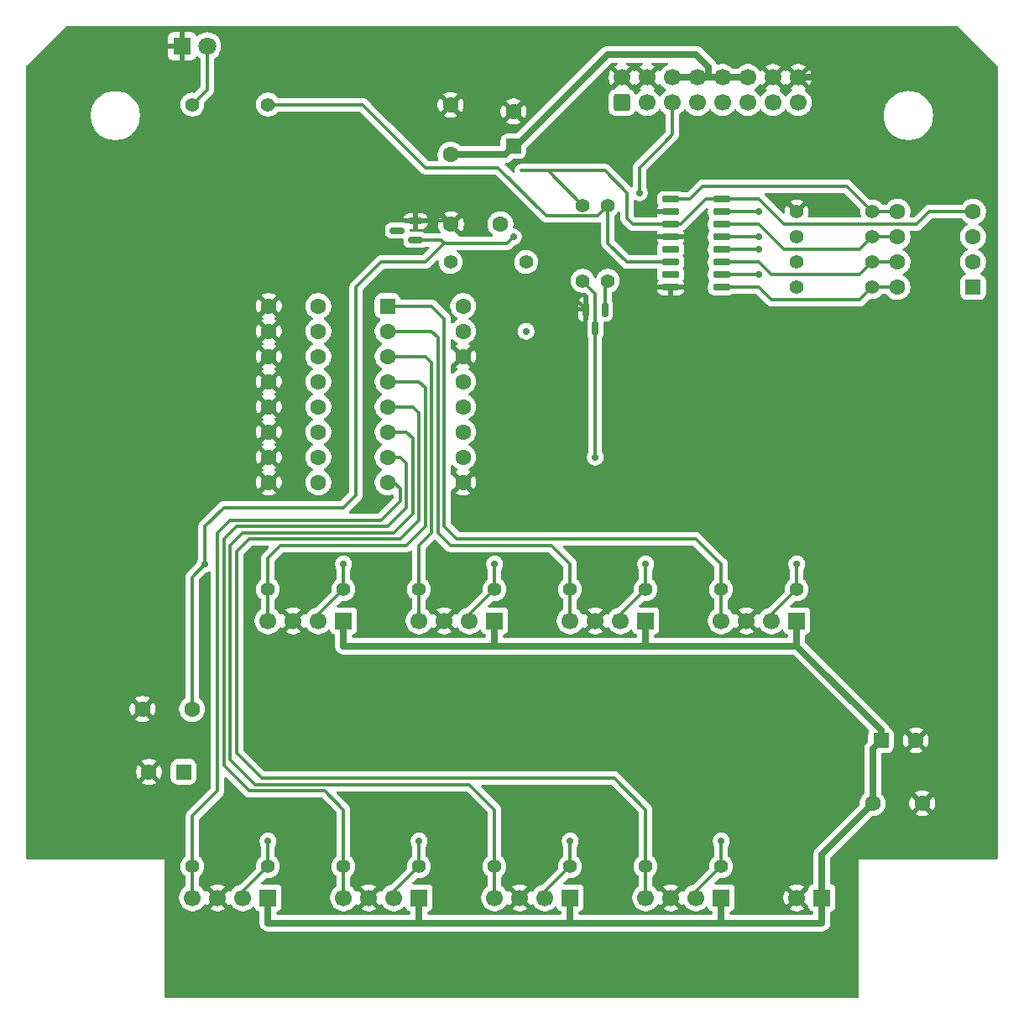
<source format=gbr>
%TF.GenerationSoftware,KiCad,Pcbnew,9.0.7*%
%TF.CreationDate,2026-02-03T14:22:32+01:00*%
%TF.ProjectId,lokho2-adc,6c6f6b68-6f32-42d6-9164-632e6b696361,rev?*%
%TF.SameCoordinates,Original*%
%TF.FileFunction,Copper,L1,Top*%
%TF.FilePolarity,Positive*%
%FSLAX46Y46*%
G04 Gerber Fmt 4.6, Leading zero omitted, Abs format (unit mm)*
G04 Created by KiCad (PCBNEW 9.0.7) date 2026-02-03 14:22:32*
%MOMM*%
%LPD*%
G01*
G04 APERTURE LIST*
G04 Aperture macros list*
%AMRoundRect*
0 Rectangle with rounded corners*
0 $1 Rounding radius*
0 $2 $3 $4 $5 $6 $7 $8 $9 X,Y pos of 4 corners*
0 Add a 4 corners polygon primitive as box body*
4,1,4,$2,$3,$4,$5,$6,$7,$8,$9,$2,$3,0*
0 Add four circle primitives for the rounded corners*
1,1,$1+$1,$2,$3*
1,1,$1+$1,$4,$5*
1,1,$1+$1,$6,$7*
1,1,$1+$1,$8,$9*
0 Add four rect primitives between the rounded corners*
20,1,$1+$1,$2,$3,$4,$5,0*
20,1,$1+$1,$4,$5,$6,$7,0*
20,1,$1+$1,$6,$7,$8,$9,0*
20,1,$1+$1,$8,$9,$2,$3,0*%
G04 Aperture macros list end*
%TA.AperFunction,Conductor*%
%ADD10C,2.000000*%
%TD*%
%TA.AperFunction,ComponentPad*%
%ADD11R,1.800000X1.800000*%
%TD*%
%TA.AperFunction,ComponentPad*%
%ADD12C,1.800000*%
%TD*%
%TA.AperFunction,ComponentPad*%
%ADD13C,1.600000*%
%TD*%
%TA.AperFunction,ComponentPad*%
%ADD14C,1.400000*%
%TD*%
%TA.AperFunction,ComponentPad*%
%ADD15RoundRect,0.250000X-0.550000X-0.550000X0.550000X-0.550000X0.550000X0.550000X-0.550000X0.550000X0*%
%TD*%
%TA.AperFunction,ComponentPad*%
%ADD16R,1.700000X1.700000*%
%TD*%
%TA.AperFunction,ComponentPad*%
%ADD17C,1.700000*%
%TD*%
%TA.AperFunction,ComponentPad*%
%ADD18RoundRect,0.250000X0.600000X-0.600000X0.600000X0.600000X-0.600000X0.600000X-0.600000X-0.600000X0*%
%TD*%
%TA.AperFunction,SMDPad,CuDef*%
%ADD19RoundRect,0.150000X0.587500X0.150000X-0.587500X0.150000X-0.587500X-0.150000X0.587500X-0.150000X0*%
%TD*%
%TA.AperFunction,SMDPad,CuDef*%
%ADD20RoundRect,0.150000X-0.725000X-0.150000X0.725000X-0.150000X0.725000X0.150000X-0.725000X0.150000X0*%
%TD*%
%TA.AperFunction,SMDPad,CuDef*%
%ADD21RoundRect,0.150000X-0.150000X0.587500X-0.150000X-0.587500X0.150000X-0.587500X0.150000X0.587500X0*%
%TD*%
%TA.AperFunction,ComponentPad*%
%ADD22RoundRect,0.250000X0.550000X-0.550000X0.550000X0.550000X-0.550000X0.550000X-0.550000X-0.550000X0*%
%TD*%
%TA.AperFunction,ComponentPad*%
%ADD23RoundRect,0.250000X0.550000X0.550000X-0.550000X0.550000X-0.550000X-0.550000X0.550000X-0.550000X0*%
%TD*%
%TA.AperFunction,ViaPad*%
%ADD24C,0.700000*%
%TD*%
%TA.AperFunction,Conductor*%
%ADD25C,0.350000*%
%TD*%
%TA.AperFunction,Conductor*%
%ADD26C,0.700000*%
%TD*%
G04 APERTURE END LIST*
D10*
%TO.N,GND*%
X193500000Y-70000000D02*
G75*
G02*
X186500000Y-70000000I-3500000J0D01*
G01*
X186500000Y-70000000D02*
G75*
G02*
X193500000Y-70000000I3500000J0D01*
G01*
X113500000Y-70000000D02*
G75*
G02*
X106500000Y-70000000I-3500000J0D01*
G01*
X106500000Y-70000000D02*
G75*
G02*
X113500000Y-70000000I3500000J0D01*
G01*
%TD*%
D11*
%TO.P,D1,1,K*%
%TO.N,GND*%
X116730000Y-63000000D03*
D12*
%TO.P,D1,2,A*%
%TO.N,Net-(D1-A)*%
X119270000Y-63000000D03*
%TD*%
D13*
%TO.P,C3,1*%
%TO.N,GND*%
X143855000Y-80955000D03*
%TO.P,C3,2*%
%TO.N,+2V048*%
X148855000Y-80955000D03*
%TD*%
%TO.P,C9,1*%
%TO.N,GND*%
X125480000Y-91750000D03*
%TO.P,C9,2*%
%TO.N,CH1*%
X130480000Y-91750000D03*
%TD*%
D14*
%TO.P,R11,1*%
%TO.N,CH5*%
X148260000Y-145725000D03*
%TO.P,R11,2*%
%TO.N,+2V048*%
X155880000Y-145725000D03*
%TD*%
%TO.P,R9,1*%
%TO.N,CH7*%
X117780000Y-145725000D03*
%TO.P,R9,2*%
%TO.N,+2V048*%
X125400000Y-145725000D03*
%TD*%
%TO.P,R2,1*%
%TO.N,Net-(U1-B1)*%
X186360000Y-84765000D03*
%TO.P,R2,2*%
%TO.N,GND*%
X178740000Y-84765000D03*
%TD*%
D15*
%TO.P,U3,1,CH0*%
%TO.N,CH0*%
X137465000Y-89210000D03*
D13*
%TO.P,U3,2,CH1*%
%TO.N,CH1*%
X137465000Y-91750000D03*
%TO.P,U3,3,CH2*%
%TO.N,CH2*%
X137465000Y-94290000D03*
%TO.P,U3,4,CH3*%
%TO.N,CH3*%
X137465000Y-96830000D03*
%TO.P,U3,5,CH4*%
%TO.N,CH4*%
X137465000Y-99370000D03*
%TO.P,U3,6,CH5*%
%TO.N,CH5*%
X137465000Y-101910000D03*
%TO.P,U3,7,CH6*%
%TO.N,CH6*%
X137465000Y-104450000D03*
%TO.P,U3,8,CH7*%
%TO.N,CH7*%
X137465000Y-106990000D03*
%TO.P,U3,9,DGND*%
%TO.N,GND*%
X145085000Y-106990000D03*
%TO.P,U3,10,~{CS}/SHDN*%
%TO.N,ADDR_SEL*%
X145085000Y-104450000D03*
%TO.P,U3,11,Din*%
%TO.N,SPI_MOSI*%
X145085000Y-101910000D03*
%TO.P,U3,12,Dout*%
%TO.N,SPI_MISO*%
X145085000Y-99370000D03*
%TO.P,U3,13,CLK*%
%TO.N,SPI_SCK*%
X145085000Y-96830000D03*
%TO.P,U3,14,AGND*%
%TO.N,GND*%
X145085000Y-94290000D03*
%TO.P,U3,15,Vref*%
%TO.N,+2V048*%
X145085000Y-91750000D03*
%TO.P,U3,16,Vdd*%
%TO.N,+3V3*%
X145085000Y-89210000D03*
%TD*%
%TO.P,C7,1*%
%TO.N,GND*%
X191400000Y-139375000D03*
%TO.P,C7,2*%
%TO.N,Va*%
X186400000Y-139375000D03*
%TD*%
D14*
%TO.P,R4,1*%
%TO.N,Net-(U1-B3)*%
X186360000Y-79685000D03*
%TO.P,R4,2*%
%TO.N,GND*%
X178740000Y-79685000D03*
%TD*%
%TO.P,R6,1*%
%TO.N,ADDR_SEL*%
X157150000Y-86670000D03*
%TO.P,R6,2*%
%TO.N,+3V3*%
X157150000Y-79050000D03*
%TD*%
D16*
%TO.P,J2,1,Pin_1*%
%TO.N,Va*%
X140640000Y-148900000D03*
D17*
%TO.P,J2,2,Pin_2*%
%TO.N,+2V048*%
X138100000Y-148900000D03*
%TO.P,J2,3,Pin_3*%
%TO.N,GND*%
X135560000Y-148900000D03*
%TO.P,J2,4,Pin_4*%
%TO.N,CH6*%
X133020000Y-148900000D03*
%TD*%
D18*
%TO.P,SPI1,1,Pin_1*%
%TO.N,SPI_MISO*%
X161110000Y-68697500D03*
D17*
%TO.P,SPI1,2,Pin_2*%
%TO.N,GND*%
X161110000Y-66157500D03*
%TO.P,SPI1,3,Pin_3*%
%TO.N,SPI_MOSI*%
X163650000Y-68697500D03*
%TO.P,SPI1,4,Pin_4*%
%TO.N,GND*%
X163650000Y-66157500D03*
%TO.P,SPI1,5,Pin_5*%
%TO.N,SPI_SCK*%
X166190000Y-68697500D03*
%TO.P,SPI1,6,Pin_6*%
%TO.N,+3V3*%
X166190000Y-66157500D03*
%TO.P,SPI1,7,Pin_7*%
%TO.N,SPI_S0*%
X168730000Y-68697500D03*
%TO.P,SPI1,8,Pin_8*%
%TO.N,+3V3*%
X168730000Y-66157500D03*
%TO.P,SPI1,9,Pin_9*%
%TO.N,SPI_S1*%
X171270000Y-68697500D03*
%TO.P,SPI1,10,Pin_10*%
%TO.N,+3V3*%
X171270000Y-66157500D03*
%TO.P,SPI1,11,Pin_11*%
%TO.N,SPI_S2*%
X173810000Y-68697500D03*
%TO.P,SPI1,12,Pin_12*%
%TO.N,+3V3*%
X173810000Y-66157500D03*
%TO.P,SPI1,13,Pin_13*%
%TO.N,SPI_S3*%
X176350000Y-68697500D03*
%TO.P,SPI1,14,Pin_14*%
%TO.N,GND*%
X176350000Y-66157500D03*
%TO.P,SPI1,15,Pin_15*%
%TO.N,GP*%
X178890000Y-68697500D03*
%TO.P,SPI1,16,Pin_16*%
%TO.N,GND*%
X178890000Y-66157500D03*
%TD*%
D13*
%TO.P,C8,1*%
%TO.N,GND*%
X125480000Y-89210000D03*
%TO.P,C8,2*%
%TO.N,CH0*%
X130480000Y-89210000D03*
%TD*%
D14*
%TO.P,R1,1*%
%TO.N,Net-(U1-B0)*%
X186360000Y-87305000D03*
%TO.P,R1,2*%
%TO.N,GND*%
X178740000Y-87305000D03*
%TD*%
D16*
%TO.P,J7,1,Pin_1*%
%TO.N,Va*%
X163500000Y-120960000D03*
D17*
%TO.P,J7,2,Pin_2*%
%TO.N,+2V048*%
X160960000Y-120960000D03*
%TO.P,J7,3,Pin_3*%
%TO.N,GND*%
X158420000Y-120960000D03*
%TO.P,J7,4,Pin_4*%
%TO.N,CH1*%
X155880000Y-120960000D03*
%TD*%
D19*
%TO.P,U2,1,K*%
%TO.N,+2V048*%
X140307500Y-82540000D03*
%TO.P,U2,2,A*%
%TO.N,GND*%
X140307500Y-80640000D03*
%TO.P,U2,3,NC*%
%TO.N,unconnected-(U2-NC-Pad3)*%
X138432500Y-81590000D03*
%TD*%
D20*
%TO.P,U1,1,B3*%
%TO.N,Net-(U1-B3)*%
X166005000Y-78415000D03*
%TO.P,U1,2,Ia<b*%
%TO.N,GND*%
X166005000Y-79685000D03*
%TO.P,U1,3,Ia=b*%
%TO.N,+3V3*%
X166005000Y-80955000D03*
%TO.P,U1,4,Ia>b*%
%TO.N,GND*%
X166005000Y-82225000D03*
%TO.P,U1,5,Oa>b*%
%TO.N,unconnected-(U1-Oa>b-Pad5)*%
X166005000Y-83495000D03*
%TO.P,U1,6,Oa=b*%
%TO.N,Net-(U1-Oa=b)*%
X166005000Y-84765000D03*
%TO.P,U1,7,Oa<b*%
%TO.N,unconnected-(U1-Oa<b-Pad7)*%
X166005000Y-86035000D03*
%TO.P,U1,8,GND*%
%TO.N,GND*%
X166005000Y-87305000D03*
%TO.P,U1,9,B0*%
%TO.N,Net-(U1-B0)*%
X171155000Y-87305000D03*
%TO.P,U1,10,A0*%
%TO.N,SPI_S0*%
X171155000Y-86035000D03*
%TO.P,U1,11,B1*%
%TO.N,Net-(U1-B1)*%
X171155000Y-84765000D03*
%TO.P,U1,12,A1*%
%TO.N,SPI_S1*%
X171155000Y-83495000D03*
%TO.P,U1,13,A2*%
%TO.N,SPI_S2*%
X171155000Y-82225000D03*
%TO.P,U1,14,B2*%
%TO.N,Net-(U1-B2)*%
X171155000Y-80955000D03*
%TO.P,U1,15,A3*%
%TO.N,SPI_S3*%
X171155000Y-79685000D03*
%TO.P,U1,16,VCC*%
%TO.N,+3V3*%
X171155000Y-78415000D03*
%TD*%
D14*
%TO.P,R7,1*%
%TO.N,Net-(U1-Oa=b)*%
X125400000Y-68890000D03*
%TO.P,R7,2*%
%TO.N,Net-(D1-A)*%
X117780000Y-68890000D03*
%TD*%
%TO.P,R12,1*%
%TO.N,CH4*%
X163500000Y-145725000D03*
%TO.P,R12,2*%
%TO.N,+2V048*%
X171120000Y-145725000D03*
%TD*%
%TO.P,R3,1*%
%TO.N,Net-(U1-B2)*%
X186360000Y-82225000D03*
%TO.P,R3,2*%
%TO.N,GND*%
X178740000Y-82225000D03*
%TD*%
D16*
%TO.P,J6,1,Pin_1*%
%TO.N,Va*%
X148260000Y-120960000D03*
D17*
%TO.P,J6,2,Pin_2*%
%TO.N,+2V048*%
X145720000Y-120960000D03*
%TO.P,J6,3,Pin_3*%
%TO.N,GND*%
X143180000Y-120960000D03*
%TO.P,J6,4,Pin_4*%
%TO.N,CH2*%
X140640000Y-120960000D03*
%TD*%
D13*
%TO.P,C15,1*%
%TO.N,GND*%
X125480000Y-106990000D03*
%TO.P,C15,2*%
%TO.N,CH7*%
X130480000Y-106990000D03*
%TD*%
D21*
%TO.P,Q1,1,B*%
%TO.N,Net-(Q1-B)*%
X159370000Y-89542500D03*
%TO.P,Q1,2,E*%
%TO.N,GND*%
X157470000Y-89542500D03*
%TO.P,Q1,3,C*%
%TO.N,ADDR_SEL*%
X158420000Y-91417500D03*
%TD*%
D15*
%TO.P,C6,1*%
%TO.N,Va*%
X187247349Y-133025000D03*
D13*
%TO.P,C6,2*%
%TO.N,GND*%
X190747349Y-133025000D03*
%TD*%
D16*
%TO.P,J3,1,Pin_1*%
%TO.N,Va*%
X155880000Y-148900000D03*
D17*
%TO.P,J3,2,Pin_2*%
%TO.N,+2V048*%
X153340000Y-148900000D03*
%TO.P,J3,3,Pin_3*%
%TO.N,GND*%
X150800000Y-148900000D03*
%TO.P,J3,4,Pin_4*%
%TO.N,CH5*%
X148260000Y-148900000D03*
%TD*%
D14*
%TO.P,R10,1*%
%TO.N,CH6*%
X133020000Y-145725000D03*
%TO.P,R10,2*%
%TO.N,+2V048*%
X140640000Y-145725000D03*
%TD*%
%TO.P,R15,1*%
%TO.N,CH1*%
X155880000Y-117785000D03*
%TO.P,R15,2*%
%TO.N,+2V048*%
X163500000Y-117785000D03*
%TD*%
D22*
%TO.P,C1,1*%
%TO.N,+3V3*%
X150165000Y-73082651D03*
D13*
%TO.P,C1,2*%
%TO.N,GND*%
X150165000Y-69582651D03*
%TD*%
%TO.P,C11,1*%
%TO.N,GND*%
X125480000Y-96830000D03*
%TO.P,C11,2*%
%TO.N,CH3*%
X130480000Y-96830000D03*
%TD*%
D16*
%TO.P,J5,1,Pin_1*%
%TO.N,Va*%
X133020000Y-120960000D03*
D17*
%TO.P,J5,2,Pin_2*%
%TO.N,+2V048*%
X130480000Y-120960000D03*
%TO.P,J5,3,Pin_3*%
%TO.N,GND*%
X127940000Y-120960000D03*
%TO.P,J5,4,Pin_4*%
%TO.N,CH3*%
X125400000Y-120960000D03*
%TD*%
D14*
%TO.P,R14,1*%
%TO.N,CH2*%
X140640000Y-117785000D03*
%TO.P,R14,2*%
%TO.N,+2V048*%
X148260000Y-117785000D03*
%TD*%
D23*
%TO.P,SW1,1*%
%TO.N,+3V3*%
X196520000Y-87305000D03*
D13*
%TO.P,SW1,2*%
X196520000Y-84765000D03*
%TO.P,SW1,3*%
X196520000Y-82225000D03*
%TO.P,SW1,4*%
X196520000Y-79685000D03*
%TO.P,SW1,5*%
%TO.N,Net-(U1-B3)*%
X188900000Y-79685000D03*
%TO.P,SW1,6*%
%TO.N,Net-(U1-B2)*%
X188900000Y-82225000D03*
%TO.P,SW1,7*%
%TO.N,Net-(U1-B1)*%
X188900000Y-84765000D03*
%TO.P,SW1,8*%
%TO.N,Net-(U1-B0)*%
X188900000Y-87305000D03*
%TD*%
%TO.P,C13,1*%
%TO.N,GND*%
X125480000Y-101910000D03*
%TO.P,C13,2*%
%TO.N,CH5*%
X130480000Y-101910000D03*
%TD*%
D16*
%TO.P,J1,1,Pin_1*%
%TO.N,Va*%
X125400000Y-148900000D03*
D17*
%TO.P,J1,2,Pin_2*%
%TO.N,+2V048*%
X122860000Y-148900000D03*
%TO.P,J1,3,Pin_3*%
%TO.N,GND*%
X120320000Y-148900000D03*
%TO.P,J1,4,Pin_4*%
%TO.N,CH7*%
X117780000Y-148900000D03*
%TD*%
D13*
%TO.P,C2,1*%
%TO.N,GND*%
X143815000Y-68930000D03*
%TO.P,C2,2*%
%TO.N,+3V3*%
X143815000Y-73930000D03*
%TD*%
D16*
%TO.P,J8,1,Pin_1*%
%TO.N,Va*%
X178740000Y-120960000D03*
D17*
%TO.P,J8,2,Pin_2*%
%TO.N,+2V048*%
X176200000Y-120960000D03*
%TO.P,J8,3,Pin_3*%
%TO.N,GND*%
X173660000Y-120960000D03*
%TO.P,J8,4,Pin_4*%
%TO.N,CH0*%
X171120000Y-120960000D03*
%TD*%
D16*
%TO.P,J9,1,Pin_1*%
%TO.N,Va*%
X181280000Y-148900000D03*
D17*
%TO.P,J9,2,Pin_2*%
%TO.N,GND*%
X178740000Y-148900000D03*
%TD*%
D13*
%TO.P,C10,1*%
%TO.N,GND*%
X125480000Y-94290000D03*
%TO.P,C10,2*%
%TO.N,CH2*%
X130480000Y-94290000D03*
%TD*%
%TO.P,C5,1*%
%TO.N,GND*%
X112740000Y-129850000D03*
%TO.P,C5,2*%
%TO.N,+2V048*%
X117740000Y-129850000D03*
%TD*%
D23*
%TO.P,C4,1*%
%TO.N,+2V048*%
X116892651Y-136200000D03*
D13*
%TO.P,C4,2*%
%TO.N,GND*%
X113392651Y-136200000D03*
%TD*%
%TO.P,C12,1*%
%TO.N,GND*%
X125480000Y-99370000D03*
%TO.P,C12,2*%
%TO.N,CH4*%
X130480000Y-99370000D03*
%TD*%
D14*
%TO.P,R5,1*%
%TO.N,Net-(U1-Oa=b)*%
X159690000Y-79050000D03*
%TO.P,R5,2*%
%TO.N,Net-(Q1-B)*%
X159690000Y-86670000D03*
%TD*%
%TO.P,R16,1*%
%TO.N,CH0*%
X171120000Y-117785000D03*
%TO.P,R16,2*%
%TO.N,+2V048*%
X178740000Y-117785000D03*
%TD*%
D16*
%TO.P,J4,1,Pin_1*%
%TO.N,Va*%
X171120000Y-148900000D03*
D17*
%TO.P,J4,2,Pin_2*%
%TO.N,+2V048*%
X168580000Y-148900000D03*
%TO.P,J4,3,Pin_3*%
%TO.N,GND*%
X166040000Y-148900000D03*
%TO.P,J4,4,Pin_4*%
%TO.N,CH4*%
X163500000Y-148900000D03*
%TD*%
D14*
%TO.P,R13,1*%
%TO.N,CH3*%
X125400000Y-117785000D03*
%TO.P,R13,2*%
%TO.N,+2V048*%
X133020000Y-117785000D03*
%TD*%
D13*
%TO.P,C14,1*%
%TO.N,GND*%
X125480000Y-104450000D03*
%TO.P,C14,2*%
%TO.N,CH6*%
X130480000Y-104450000D03*
%TD*%
D14*
%TO.P,R8,1*%
%TO.N,+2V048*%
X151435000Y-84765000D03*
%TO.P,R8,2*%
%TO.N,+3V3*%
X143815000Y-84765000D03*
%TD*%
D24*
%TO.N,SPI_SCK*%
X162865000Y-77780000D03*
%TO.N,SPI_S0*%
X174930000Y-86035000D03*
%TO.N,SPI_S1*%
X174930000Y-83495000D03*
%TO.N,SPI_S2*%
X174930000Y-82225000D03*
%TO.N,SPI_S3*%
X174930000Y-79685000D03*
%TO.N,ADDR_SEL*%
X158420000Y-104450000D03*
%TO.N,+2V048*%
X163500000Y-115245000D03*
X140640000Y-143185000D03*
X133020000Y-115245000D03*
X150145000Y-82245000D03*
X155880000Y-143185000D03*
X178740000Y-115245000D03*
X119050000Y-115245000D03*
X125400000Y-143185000D03*
X148260000Y-115245000D03*
X171120000Y-143185000D03*
X151435000Y-91750000D03*
%TO.N,GND*%
X162865000Y-79685000D03*
X162865000Y-87305000D03*
X162865000Y-82225000D03*
%TD*%
D25*
%TO.N,SPI_SCK*%
X162865000Y-76510000D02*
X162865000Y-77780000D01*
X166190000Y-71915000D02*
X165405000Y-72700000D01*
X162865000Y-75240000D02*
X162865000Y-76510000D01*
X165405000Y-72700000D02*
X162865000Y-75240000D01*
X166190000Y-68697500D02*
X166190000Y-71915000D01*
%TO.N,+3V3*%
X161595000Y-80320000D02*
X162230000Y-80955000D01*
X171155000Y-78415000D02*
X174930000Y-78415000D01*
X190805000Y-80955000D02*
X192075000Y-79685000D01*
D26*
X150417349Y-73082651D02*
X150165000Y-73082651D01*
X149317651Y-73930000D02*
X150165000Y-73082651D01*
X159690000Y-63810000D02*
X150417349Y-73082651D01*
D25*
X169531966Y-78415000D02*
X171155000Y-78415000D01*
X166005000Y-80955000D02*
X166991966Y-80955000D01*
X174930000Y-78415000D02*
X177470000Y-80955000D01*
D26*
X143815000Y-73930000D02*
X149317651Y-73930000D01*
X168580000Y-63810000D02*
X159690000Y-63810000D01*
D25*
X162230000Y-80955000D02*
X166005000Y-80955000D01*
X177470000Y-80955000D02*
X190805000Y-80955000D01*
X166991966Y-80955000D02*
X169531966Y-78415000D01*
X192075000Y-79685000D02*
X196520000Y-79685000D01*
D26*
X169850000Y-65080000D02*
X168580000Y-63810000D01*
D25*
X150945151Y-75557500D02*
X153657500Y-75557500D01*
X153657500Y-75557500D02*
X159372500Y-75557500D01*
X159372500Y-75557500D02*
X161595000Y-77780000D01*
X161595000Y-77780000D02*
X161595000Y-80320000D01*
D26*
X169850000Y-66157500D02*
X166190000Y-66157500D01*
X173810000Y-66157500D02*
X169850000Y-66157500D01*
X169850000Y-66157500D02*
X169850000Y-65080000D01*
D25*
X157150000Y-79050000D02*
X153657500Y-75557500D01*
%TO.N,SPI_S0*%
X171155000Y-86035000D02*
X174930000Y-86035000D01*
%TO.N,SPI_S1*%
X171155000Y-83495000D02*
X174930000Y-83495000D01*
%TO.N,SPI_S2*%
X171155000Y-82225000D02*
X174930000Y-82225000D01*
%TO.N,SPI_S3*%
X171155000Y-79685000D02*
X174930000Y-79685000D01*
%TO.N,ADDR_SEL*%
X158420000Y-91417500D02*
X158420000Y-104450000D01*
X158420000Y-91417500D02*
X158420000Y-87940000D01*
X158420000Y-87940000D02*
X157150000Y-86670000D01*
%TO.N,Net-(Q1-B)*%
X159370000Y-86990000D02*
X159690000Y-86670000D01*
X159370000Y-89542500D02*
X159370000Y-86990000D01*
%TO.N,Net-(U1-B0)*%
X186360000Y-87305000D02*
X188900000Y-87305000D01*
X185090000Y-88575000D02*
X186360000Y-87305000D01*
X176200000Y-88575000D02*
X185090000Y-88575000D01*
X174930000Y-87305000D02*
X176200000Y-88575000D01*
X171155000Y-87305000D02*
X174930000Y-87305000D01*
%TO.N,Net-(U1-B1)*%
X188900000Y-84765000D02*
X186360000Y-84765000D01*
X174930000Y-84765000D02*
X176200000Y-86035000D01*
X176200000Y-86035000D02*
X185090000Y-86035000D01*
X185090000Y-86035000D02*
X186360000Y-84765000D01*
X171155000Y-84765000D02*
X174930000Y-84765000D01*
%TO.N,Net-(U1-B2)*%
X171155000Y-80955000D02*
X174930000Y-80955000D01*
X186360000Y-82225000D02*
X188900000Y-82225000D01*
X185090000Y-83495000D02*
X186360000Y-82225000D01*
X177470000Y-83495000D02*
X185090000Y-83495000D01*
X174930000Y-80955000D02*
X177470000Y-83495000D01*
%TO.N,Net-(U1-B3)*%
X183820000Y-77145000D02*
X169215000Y-77145000D01*
X188900000Y-79685000D02*
X186360000Y-79685000D01*
X169215000Y-77145000D02*
X167945000Y-78415000D01*
X167945000Y-78415000D02*
X166005000Y-78415000D01*
X186360000Y-79685000D02*
X183820000Y-77145000D01*
%TO.N,Net-(U1-Oa=b)*%
X159690000Y-79050000D02*
X159690000Y-82860000D01*
X125400000Y-68890000D02*
X134925000Y-68890000D01*
X159690000Y-82860000D02*
X161595000Y-84765000D01*
X148614000Y-75240000D02*
X153500000Y-80126000D01*
X134925000Y-68890000D02*
X141275000Y-75240000D01*
X161595000Y-84765000D02*
X166005000Y-84765000D01*
X158614000Y-80126000D02*
X159690000Y-79050000D01*
X141275000Y-75240000D02*
X148614000Y-75240000D01*
X153500000Y-80126000D02*
X158614000Y-80126000D01*
%TO.N,+2V048*%
X120955000Y-109530000D02*
X133020000Y-109530000D01*
X138100000Y-148265000D02*
X138100000Y-148900000D01*
X148260000Y-117785000D02*
X145720000Y-120325000D01*
X176200000Y-120325000D02*
X176200000Y-120960000D01*
X122860000Y-148265000D02*
X122860000Y-148900000D01*
X163500000Y-117785000D02*
X160960000Y-120325000D01*
X133020000Y-117785000D02*
X130480000Y-120325000D01*
X140307500Y-82540000D02*
X142860000Y-82540000D01*
X168580000Y-148265000D02*
X168580000Y-148900000D01*
X140640000Y-145725000D02*
X138100000Y-148265000D01*
X171120000Y-145725000D02*
X171120000Y-143185000D01*
X119050000Y-111435000D02*
X120955000Y-109530000D01*
X133020000Y-109530000D02*
X134290000Y-108260000D01*
X145720000Y-120325000D02*
X145720000Y-120960000D01*
X178740000Y-117785000D02*
X178740000Y-115245000D01*
X148260000Y-117785000D02*
X148260000Y-115245000D01*
X117740000Y-116555000D02*
X119050000Y-115245000D01*
X141275000Y-84765000D02*
X143180000Y-82860000D01*
X130480000Y-120325000D02*
X130480000Y-120960000D01*
X153340000Y-148265000D02*
X153340000Y-148900000D01*
X133020000Y-117785000D02*
X133020000Y-115245000D01*
X163500000Y-117785000D02*
X163500000Y-115245000D01*
X134290000Y-87305000D02*
X136830000Y-84765000D01*
X134290000Y-108260000D02*
X134290000Y-87305000D01*
X142860000Y-82540000D02*
X143180000Y-82860000D01*
X125400000Y-145725000D02*
X122860000Y-148265000D01*
X155880000Y-145725000D02*
X153340000Y-148265000D01*
X149530000Y-82860000D02*
X150145000Y-82245000D01*
X143180000Y-82860000D02*
X149530000Y-82860000D01*
X155880000Y-145725000D02*
X155880000Y-143185000D01*
X117740000Y-129850000D02*
X117740000Y-116555000D01*
X136830000Y-84765000D02*
X141275000Y-84765000D01*
X125400000Y-145725000D02*
X125400000Y-143185000D01*
X171120000Y-145725000D02*
X168580000Y-148265000D01*
X160960000Y-120325000D02*
X160960000Y-120960000D01*
X119050000Y-115245000D02*
X119050000Y-111435000D01*
X178740000Y-117785000D02*
X176200000Y-120325000D01*
X140640000Y-145725000D02*
X140640000Y-143185000D01*
D26*
%TO.N,Va*%
X125400000Y-151440000D02*
X125400000Y-148900000D01*
X181280000Y-144495000D02*
X186400000Y-139375000D01*
X148260000Y-123500000D02*
X133020000Y-123500000D01*
X155880000Y-151440000D02*
X155880000Y-148900000D01*
X140640000Y-151440000D02*
X125400000Y-151440000D01*
X148260000Y-123500000D02*
X148260000Y-120960000D01*
X181280000Y-148900000D02*
X181280000Y-151440000D01*
X163500000Y-123500000D02*
X163500000Y-120960000D01*
X178740000Y-123500000D02*
X178740000Y-120960000D01*
X171120000Y-151440000D02*
X155880000Y-151440000D01*
X178740000Y-123500000D02*
X163500000Y-123500000D01*
X187247349Y-132007349D02*
X178740000Y-123500000D01*
X171120000Y-151440000D02*
X171120000Y-148900000D01*
X181280000Y-151440000D02*
X171120000Y-151440000D01*
X181280000Y-148900000D02*
X181280000Y-144495000D01*
X155880000Y-151440000D02*
X140640000Y-151440000D01*
X187247349Y-133025000D02*
X187247349Y-132007349D01*
X186400000Y-139375000D02*
X186400000Y-133872349D01*
X133020000Y-123500000D02*
X133020000Y-120960000D01*
X140640000Y-151440000D02*
X140640000Y-148900000D01*
X186400000Y-133872349D02*
X187247349Y-133025000D01*
X163500000Y-123500000D02*
X148260000Y-123500000D01*
D25*
%TO.N,Net-(D1-A)*%
X119270000Y-67400000D02*
X119270000Y-63000000D01*
X117780000Y-68890000D02*
X119270000Y-67400000D01*
%TO.N,CH1*%
X155880000Y-115245000D02*
X155880000Y-120960000D01*
X153975000Y-113340000D02*
X155880000Y-115245000D01*
X142545000Y-92385000D02*
X142545000Y-112070000D01*
X137465000Y-91750000D02*
X141910000Y-91750000D01*
X142545000Y-112070000D02*
X143815000Y-113340000D01*
X141910000Y-91750000D02*
X142545000Y-92385000D01*
X143815000Y-113340000D02*
X153975000Y-113340000D01*
%TO.N,CH0*%
X144450000Y-112705000D02*
X168580000Y-112705000D01*
X143180000Y-90480000D02*
X143180000Y-111435000D01*
X171120000Y-115245000D02*
X171120000Y-117785000D01*
X171120000Y-117785000D02*
X171120000Y-120960000D01*
X168580000Y-112705000D02*
X171120000Y-115245000D01*
X141910000Y-89210000D02*
X143180000Y-90480000D01*
X137465000Y-89210000D02*
X141910000Y-89210000D01*
X143180000Y-111435000D02*
X144450000Y-112705000D01*
%TO.N,CH4*%
X122225000Y-134295000D02*
X124765000Y-136835000D01*
X163500000Y-140010000D02*
X163500000Y-145725000D01*
X123495000Y-112705000D02*
X122225000Y-113975000D01*
X124765000Y-136835000D02*
X160325000Y-136835000D01*
X163500000Y-145725000D02*
X163500000Y-148900000D01*
X160325000Y-136835000D02*
X163500000Y-140010000D01*
X140005000Y-99370000D02*
X140640000Y-100005000D01*
X140640000Y-110800000D02*
X138735000Y-112705000D01*
X137465000Y-99370000D02*
X140005000Y-99370000D01*
X138735000Y-112705000D02*
X123495000Y-112705000D01*
X122225000Y-113975000D02*
X122225000Y-134295000D01*
X140640000Y-100005000D02*
X140640000Y-110800000D01*
%TO.N,CH5*%
X121590000Y-113340000D02*
X121590000Y-134930000D01*
X145720000Y-137470000D02*
X148260000Y-140010000D01*
X121590000Y-134930000D02*
X124130000Y-137470000D01*
X137465000Y-101910000D02*
X139370000Y-101910000D01*
X124130000Y-137470000D02*
X145720000Y-137470000D01*
X122860000Y-112070000D02*
X121590000Y-113340000D01*
X148260000Y-145725000D02*
X148260000Y-148900000D01*
X140005000Y-110165000D02*
X138100000Y-112070000D01*
X139370000Y-101910000D02*
X140005000Y-102545000D01*
X140005000Y-102545000D02*
X140005000Y-110165000D01*
X138100000Y-112070000D02*
X122860000Y-112070000D01*
X148260000Y-140010000D02*
X148260000Y-145725000D01*
%TO.N,CH6*%
X131115000Y-138105000D02*
X133020000Y-140010000D01*
X139370000Y-109530000D02*
X137465000Y-111435000D01*
X139370000Y-105085000D02*
X139370000Y-109530000D01*
X137465000Y-111435000D02*
X122225000Y-111435000D01*
X138735000Y-104450000D02*
X139370000Y-105085000D01*
X120955000Y-135565000D02*
X123495000Y-138105000D01*
X137465000Y-104450000D02*
X138735000Y-104450000D01*
X133020000Y-140010000D02*
X133020000Y-148900000D01*
X122225000Y-111435000D02*
X120955000Y-112705000D01*
X123495000Y-138105000D02*
X131115000Y-138105000D01*
X120955000Y-112705000D02*
X120955000Y-135565000D01*
D26*
%TO.N,GND*%
X189657500Y-66157500D02*
X190000000Y-66500000D01*
D25*
X162865000Y-82225000D02*
X166005000Y-82225000D01*
X166005000Y-79685000D02*
X162865000Y-79685000D01*
X113500000Y-63000000D02*
X110000000Y-66500000D01*
X162865000Y-87305000D02*
X166005000Y-87305000D01*
X160325000Y-84765000D02*
X162865000Y-87305000D01*
X116730000Y-63000000D02*
X113500000Y-63000000D01*
X140307500Y-80640000D02*
X143540000Y-80640000D01*
X155245000Y-87317500D02*
X155245000Y-85400000D01*
D26*
X178890000Y-66157500D02*
X189657500Y-66157500D01*
D25*
X157470000Y-89542500D02*
X155245000Y-87317500D01*
X155880000Y-84765000D02*
X160325000Y-84765000D01*
X143540000Y-80640000D02*
X143855000Y-80955000D01*
X155245000Y-85400000D02*
X155880000Y-84765000D01*
%TO.N,CH2*%
X141910000Y-94925000D02*
X141910000Y-112070000D01*
X140640000Y-113340000D02*
X140640000Y-117785000D01*
X141275000Y-94290000D02*
X141910000Y-94925000D01*
X137465000Y-94290000D02*
X141275000Y-94290000D01*
X140640000Y-117785000D02*
X140640000Y-120960000D01*
X141910000Y-112070000D02*
X140640000Y-113340000D01*
%TO.N,CH3*%
X125400000Y-114610000D02*
X125400000Y-117785000D01*
X137465000Y-96830000D02*
X140640000Y-96830000D01*
X141275000Y-111435000D02*
X139370000Y-113340000D01*
X139370000Y-113340000D02*
X126670000Y-113340000D01*
X141275000Y-97465000D02*
X141275000Y-111435000D01*
X125400000Y-117785000D02*
X125400000Y-120960000D01*
X140640000Y-96830000D02*
X141275000Y-97465000D01*
X126670000Y-113340000D02*
X125400000Y-114610000D01*
%TO.N,CH7*%
X137465000Y-106990000D02*
X138100000Y-106990000D01*
X136830000Y-110800000D02*
X121590000Y-110800000D01*
X121590000Y-110800000D02*
X120320000Y-112070000D01*
X138735000Y-107625000D02*
X138735000Y-108895000D01*
X120320000Y-138105000D02*
X117780000Y-140645000D01*
X120320000Y-112070000D02*
X120320000Y-138105000D01*
X138100000Y-106990000D02*
X138735000Y-107625000D01*
X138735000Y-108895000D02*
X136830000Y-110800000D01*
X117780000Y-140645000D02*
X117780000Y-148900000D01*
%TD*%
%TA.AperFunction,Conductor*%
%TO.N,GND*%
G36*
X121200703Y-136766450D02*
G01*
X121207181Y-136772482D01*
X122970305Y-138535606D01*
X123064394Y-138629695D01*
X123064397Y-138629697D01*
X123064398Y-138629698D01*
X123175020Y-138703613D01*
X123175023Y-138703614D01*
X123175031Y-138703620D01*
X123297964Y-138754540D01*
X123297968Y-138754540D01*
X123297969Y-138754541D01*
X123428466Y-138780500D01*
X123428469Y-138780500D01*
X130783837Y-138780500D01*
X130850876Y-138800185D01*
X130871518Y-138816819D01*
X132308181Y-140253482D01*
X132341666Y-140314805D01*
X132344500Y-140341163D01*
X132344500Y-144668698D01*
X132324815Y-144735737D01*
X132293387Y-144769015D01*
X132237927Y-144809309D01*
X132104312Y-144942924D01*
X132104312Y-144942925D01*
X132104310Y-144942927D01*
X132104229Y-144943039D01*
X131993240Y-145095800D01*
X131907454Y-145264163D01*
X131849059Y-145443881D01*
X131819500Y-145630513D01*
X131819500Y-145819486D01*
X131849059Y-146006118D01*
X131907454Y-146185836D01*
X131993240Y-146354199D01*
X132104310Y-146507073D01*
X132237927Y-146640690D01*
X132293387Y-146680984D01*
X132336051Y-146736311D01*
X132344500Y-146781300D01*
X132344500Y-147658288D01*
X132324815Y-147725327D01*
X132293385Y-147758606D01*
X132140214Y-147869890D01*
X132140209Y-147869894D01*
X131989890Y-148020213D01*
X131864951Y-148192179D01*
X131768444Y-148381585D01*
X131702753Y-148583760D01*
X131669500Y-148793713D01*
X131669500Y-149006286D01*
X131702753Y-149216239D01*
X131768444Y-149418414D01*
X131864951Y-149607820D01*
X131989890Y-149779786D01*
X132140213Y-149930109D01*
X132312179Y-150055048D01*
X132312181Y-150055049D01*
X132312184Y-150055051D01*
X132501588Y-150151557D01*
X132703757Y-150217246D01*
X132913713Y-150250500D01*
X132913714Y-150250500D01*
X133126286Y-150250500D01*
X133126287Y-150250500D01*
X133336243Y-150217246D01*
X133538412Y-150151557D01*
X133727816Y-150055051D01*
X133814138Y-149992335D01*
X133899786Y-149930109D01*
X133899788Y-149930106D01*
X133899792Y-149930104D01*
X134050104Y-149779792D01*
X134050106Y-149779788D01*
X134050109Y-149779786D01*
X134135890Y-149661717D01*
X134175051Y-149607816D01*
X134179793Y-149598508D01*
X134227763Y-149547711D01*
X134295583Y-149530911D01*
X134361719Y-149553445D01*
X134400763Y-149598500D01*
X134405373Y-149607547D01*
X134444728Y-149661716D01*
X135077037Y-149029408D01*
X135094075Y-149092993D01*
X135159901Y-149207007D01*
X135252993Y-149300099D01*
X135367007Y-149365925D01*
X135430590Y-149382962D01*
X134798282Y-150015269D01*
X134798282Y-150015270D01*
X134852449Y-150054624D01*
X135041782Y-150151095D01*
X135243870Y-150216757D01*
X135453754Y-150250000D01*
X135666246Y-150250000D01*
X135876127Y-150216757D01*
X135876130Y-150216757D01*
X136078217Y-150151095D01*
X136267554Y-150054622D01*
X136321716Y-150015270D01*
X136321717Y-150015270D01*
X135689408Y-149382962D01*
X135752993Y-149365925D01*
X135867007Y-149300099D01*
X135960099Y-149207007D01*
X136025925Y-149092993D01*
X136042962Y-149029409D01*
X136675270Y-149661717D01*
X136675270Y-149661716D01*
X136714622Y-149607555D01*
X136719232Y-149598507D01*
X136767205Y-149547709D01*
X136835025Y-149530912D01*
X136901161Y-149553447D01*
X136940204Y-149598504D01*
X136944949Y-149607817D01*
X137069890Y-149779786D01*
X137220213Y-149930109D01*
X137392179Y-150055048D01*
X137392181Y-150055049D01*
X137392184Y-150055051D01*
X137581588Y-150151557D01*
X137783757Y-150217246D01*
X137993713Y-150250500D01*
X137993714Y-150250500D01*
X138206286Y-150250500D01*
X138206287Y-150250500D01*
X138416243Y-150217246D01*
X138618412Y-150151557D01*
X138807816Y-150055051D01*
X138979792Y-149930104D01*
X139093329Y-149816566D01*
X139154648Y-149783084D01*
X139224340Y-149788068D01*
X139280274Y-149829939D01*
X139297189Y-149860917D01*
X139346202Y-149992328D01*
X139346206Y-149992335D01*
X139432452Y-150107544D01*
X139432455Y-150107547D01*
X139547664Y-150193793D01*
X139547671Y-150193797D01*
X139682517Y-150244091D01*
X139683138Y-150244238D01*
X139683147Y-150244237D01*
X139683161Y-150244243D01*
X139690062Y-150245874D01*
X139689737Y-150247246D01*
X139712984Y-150257863D01*
X139743287Y-150270408D01*
X139744603Y-150272303D01*
X139746703Y-150273262D01*
X139764437Y-150300856D01*
X139783147Y-150327793D01*
X139783619Y-150330705D01*
X139784477Y-150332040D01*
X139789500Y-150366975D01*
X139789500Y-150465500D01*
X139769815Y-150532539D01*
X139717011Y-150578294D01*
X139665500Y-150589500D01*
X126374500Y-150589500D01*
X126307461Y-150569815D01*
X126261706Y-150517011D01*
X126250500Y-150465500D01*
X126250500Y-150366976D01*
X126270185Y-150299937D01*
X126322989Y-150254182D01*
X126350135Y-150246736D01*
X126349932Y-150245876D01*
X126357479Y-150244092D01*
X126357481Y-150244091D01*
X126357483Y-150244091D01*
X126492331Y-150193796D01*
X126607546Y-150107546D01*
X126693796Y-149992331D01*
X126744091Y-149857483D01*
X126750500Y-149797873D01*
X126750499Y-148002128D01*
X126744091Y-147942517D01*
X126719027Y-147875318D01*
X126693797Y-147807671D01*
X126693793Y-147807664D01*
X126607547Y-147692455D01*
X126607544Y-147692452D01*
X126492335Y-147606206D01*
X126492328Y-147606202D01*
X126357482Y-147555908D01*
X126357483Y-147555908D01*
X126297883Y-147549501D01*
X126297881Y-147549500D01*
X126297873Y-147549500D01*
X126297865Y-147549500D01*
X124830162Y-147549500D01*
X124763123Y-147529815D01*
X124717368Y-147477011D01*
X124707424Y-147407853D01*
X124736449Y-147344297D01*
X124742481Y-147337819D01*
X125130734Y-146949565D01*
X125192055Y-146916082D01*
X125237806Y-146914775D01*
X125305519Y-146925500D01*
X125305521Y-146925500D01*
X125494486Y-146925500D01*
X125681118Y-146895940D01*
X125860832Y-146837547D01*
X126029199Y-146751760D01*
X126182073Y-146640690D01*
X126315690Y-146507073D01*
X126426760Y-146354199D01*
X126512547Y-146185832D01*
X126570940Y-146006118D01*
X126589777Y-145887187D01*
X126600500Y-145819486D01*
X126600500Y-145630513D01*
X126570940Y-145443881D01*
X126512545Y-145264163D01*
X126426759Y-145095800D01*
X126315690Y-144942927D01*
X126182073Y-144809310D01*
X126126613Y-144769015D01*
X126083948Y-144713684D01*
X126075500Y-144668698D01*
X126075500Y-143742516D01*
X126095185Y-143675477D01*
X126096398Y-143673625D01*
X126153703Y-143587863D01*
X126217816Y-143433082D01*
X126250500Y-143268767D01*
X126250500Y-143101233D01*
X126217816Y-142936918D01*
X126153703Y-142782137D01*
X126122537Y-142735494D01*
X126060626Y-142642837D01*
X125942162Y-142524373D01*
X125802860Y-142431295D01*
X125648082Y-142367184D01*
X125648074Y-142367182D01*
X125483771Y-142334500D01*
X125483767Y-142334500D01*
X125316233Y-142334500D01*
X125316228Y-142334500D01*
X125151925Y-142367182D01*
X125151917Y-142367184D01*
X124997139Y-142431295D01*
X124857837Y-142524373D01*
X124739373Y-142642837D01*
X124646295Y-142782139D01*
X124582184Y-142936917D01*
X124582182Y-142936925D01*
X124549500Y-143101228D01*
X124549500Y-143268771D01*
X124582182Y-143433074D01*
X124582184Y-143433082D01*
X124646295Y-143587860D01*
X124703602Y-143673625D01*
X124724480Y-143740302D01*
X124724500Y-143742516D01*
X124724500Y-144668698D01*
X124704815Y-144735737D01*
X124673387Y-144769015D01*
X124617927Y-144809309D01*
X124484312Y-144942924D01*
X124484312Y-144942925D01*
X124484310Y-144942927D01*
X124484229Y-144943039D01*
X124373240Y-145095800D01*
X124287454Y-145264163D01*
X124229059Y-145443881D01*
X124199500Y-145630513D01*
X124199500Y-145819486D01*
X124210223Y-145887187D01*
X124201269Y-145956480D01*
X124175431Y-145994266D01*
X122623561Y-147546136D01*
X122562238Y-147579621D01*
X122555285Y-147580927D01*
X122543762Y-147582752D01*
X122341585Y-147648444D01*
X122152179Y-147744951D01*
X121980213Y-147869890D01*
X121829890Y-148020213D01*
X121704949Y-148192182D01*
X121700202Y-148201499D01*
X121652227Y-148252293D01*
X121584405Y-148269087D01*
X121518271Y-148246548D01*
X121479234Y-148201495D01*
X121474626Y-148192452D01*
X121435270Y-148138282D01*
X121435269Y-148138282D01*
X120802962Y-148770590D01*
X120785925Y-148707007D01*
X120720099Y-148592993D01*
X120627007Y-148499901D01*
X120512993Y-148434075D01*
X120449409Y-148417037D01*
X121081716Y-147784728D01*
X121027550Y-147745375D01*
X120838217Y-147648904D01*
X120636129Y-147583242D01*
X120426246Y-147550000D01*
X120213754Y-147550000D01*
X120003872Y-147583242D01*
X120003869Y-147583242D01*
X119801782Y-147648904D01*
X119612439Y-147745380D01*
X119558282Y-147784727D01*
X119558282Y-147784728D01*
X120190591Y-148417037D01*
X120127007Y-148434075D01*
X120012993Y-148499901D01*
X119919901Y-148592993D01*
X119854075Y-148707007D01*
X119837037Y-148770591D01*
X119204728Y-148138282D01*
X119204727Y-148138282D01*
X119165380Y-148192440D01*
X119165376Y-148192446D01*
X119160760Y-148201505D01*
X119112781Y-148252297D01*
X119044959Y-148269087D01*
X118978826Y-148246543D01*
X118939794Y-148201493D01*
X118935051Y-148192184D01*
X118935049Y-148192181D01*
X118935048Y-148192179D01*
X118810109Y-148020213D01*
X118659790Y-147869894D01*
X118659785Y-147869890D01*
X118506615Y-147758606D01*
X118463949Y-147703276D01*
X118455500Y-147658288D01*
X118455500Y-146781300D01*
X118475185Y-146714261D01*
X118506609Y-146680986D01*
X118562073Y-146640690D01*
X118695690Y-146507073D01*
X118806760Y-146354199D01*
X118892547Y-146185832D01*
X118950940Y-146006118D01*
X118969777Y-145887187D01*
X118980500Y-145819486D01*
X118980500Y-145630513D01*
X118950940Y-145443881D01*
X118892545Y-145264163D01*
X118806759Y-145095800D01*
X118695690Y-144942927D01*
X118562073Y-144809310D01*
X118506613Y-144769015D01*
X118463948Y-144713684D01*
X118455500Y-144668698D01*
X118455500Y-140976163D01*
X118475185Y-140909124D01*
X118491819Y-140888482D01*
X120844692Y-138535609D01*
X120844695Y-138535606D01*
X120852115Y-138524501D01*
X120918620Y-138424969D01*
X120969540Y-138302036D01*
X120995500Y-138171531D01*
X120995500Y-136860163D01*
X121015185Y-136793124D01*
X121067989Y-136747369D01*
X121137147Y-136737425D01*
X121200703Y-136766450D01*
G37*
%TD.AperFunction*%
%TA.AperFunction,Conductor*%
G36*
X145455876Y-138165185D02*
G01*
X145476518Y-138181819D01*
X147548181Y-140253482D01*
X147581666Y-140314805D01*
X147584500Y-140341163D01*
X147584500Y-144668698D01*
X147564815Y-144735737D01*
X147533387Y-144769015D01*
X147477927Y-144809309D01*
X147344312Y-144942924D01*
X147344312Y-144942925D01*
X147344310Y-144942927D01*
X147344229Y-144943039D01*
X147233240Y-145095800D01*
X147147454Y-145264163D01*
X147089059Y-145443881D01*
X147059500Y-145630513D01*
X147059500Y-145819486D01*
X147089059Y-146006118D01*
X147147454Y-146185836D01*
X147233240Y-146354199D01*
X147344310Y-146507073D01*
X147477927Y-146640690D01*
X147533387Y-146680984D01*
X147576051Y-146736311D01*
X147584500Y-146781300D01*
X147584500Y-147658288D01*
X147564815Y-147725327D01*
X147533385Y-147758606D01*
X147380214Y-147869890D01*
X147380209Y-147869894D01*
X147229890Y-148020213D01*
X147104951Y-148192179D01*
X147008444Y-148381585D01*
X146942753Y-148583760D01*
X146909500Y-148793713D01*
X146909500Y-149006286D01*
X146942753Y-149216239D01*
X147008444Y-149418414D01*
X147104951Y-149607820D01*
X147229890Y-149779786D01*
X147380213Y-149930109D01*
X147552179Y-150055048D01*
X147552181Y-150055049D01*
X147552184Y-150055051D01*
X147741588Y-150151557D01*
X147943757Y-150217246D01*
X148153713Y-150250500D01*
X148153714Y-150250500D01*
X148366286Y-150250500D01*
X148366287Y-150250500D01*
X148576243Y-150217246D01*
X148778412Y-150151557D01*
X148967816Y-150055051D01*
X149054138Y-149992335D01*
X149139786Y-149930109D01*
X149139788Y-149930106D01*
X149139792Y-149930104D01*
X149290104Y-149779792D01*
X149290106Y-149779788D01*
X149290109Y-149779786D01*
X149375890Y-149661717D01*
X149415051Y-149607816D01*
X149419793Y-149598508D01*
X149467763Y-149547711D01*
X149535583Y-149530911D01*
X149601719Y-149553445D01*
X149640763Y-149598500D01*
X149645373Y-149607547D01*
X149684728Y-149661716D01*
X150317037Y-149029408D01*
X150334075Y-149092993D01*
X150399901Y-149207007D01*
X150492993Y-149300099D01*
X150607007Y-149365925D01*
X150670590Y-149382962D01*
X150038282Y-150015269D01*
X150038282Y-150015270D01*
X150092449Y-150054624D01*
X150281782Y-150151095D01*
X150483870Y-150216757D01*
X150693754Y-150250000D01*
X150906246Y-150250000D01*
X151116127Y-150216757D01*
X151116130Y-150216757D01*
X151318217Y-150151095D01*
X151507554Y-150054622D01*
X151561716Y-150015270D01*
X151561717Y-150015270D01*
X150929408Y-149382962D01*
X150992993Y-149365925D01*
X151107007Y-149300099D01*
X151200099Y-149207007D01*
X151265925Y-149092993D01*
X151282962Y-149029409D01*
X151915270Y-149661717D01*
X151915270Y-149661716D01*
X151954622Y-149607555D01*
X151959232Y-149598507D01*
X152007205Y-149547709D01*
X152075025Y-149530912D01*
X152141161Y-149553447D01*
X152180204Y-149598504D01*
X152184949Y-149607817D01*
X152309890Y-149779786D01*
X152460213Y-149930109D01*
X152632179Y-150055048D01*
X152632181Y-150055049D01*
X152632184Y-150055051D01*
X152821588Y-150151557D01*
X153023757Y-150217246D01*
X153233713Y-150250500D01*
X153233714Y-150250500D01*
X153446286Y-150250500D01*
X153446287Y-150250500D01*
X153656243Y-150217246D01*
X153858412Y-150151557D01*
X154047816Y-150055051D01*
X154219792Y-149930104D01*
X154333329Y-149816566D01*
X154394648Y-149783084D01*
X154464340Y-149788068D01*
X154520274Y-149829939D01*
X154537189Y-149860917D01*
X154586202Y-149992328D01*
X154586206Y-149992335D01*
X154672452Y-150107544D01*
X154672455Y-150107547D01*
X154787664Y-150193793D01*
X154787671Y-150193797D01*
X154922517Y-150244091D01*
X154923138Y-150244238D01*
X154923147Y-150244237D01*
X154923161Y-150244243D01*
X154930062Y-150245874D01*
X154929737Y-150247246D01*
X154952984Y-150257863D01*
X154983287Y-150270408D01*
X154984603Y-150272303D01*
X154986703Y-150273262D01*
X155004437Y-150300856D01*
X155023147Y-150327793D01*
X155023619Y-150330705D01*
X155024477Y-150332040D01*
X155029500Y-150366975D01*
X155029500Y-150465500D01*
X155009815Y-150532539D01*
X154957011Y-150578294D01*
X154905500Y-150589500D01*
X141614500Y-150589500D01*
X141547461Y-150569815D01*
X141501706Y-150517011D01*
X141490500Y-150465500D01*
X141490500Y-150366976D01*
X141510185Y-150299937D01*
X141562989Y-150254182D01*
X141590135Y-150246736D01*
X141589932Y-150245876D01*
X141597479Y-150244092D01*
X141597481Y-150244091D01*
X141597483Y-150244091D01*
X141732331Y-150193796D01*
X141847546Y-150107546D01*
X141933796Y-149992331D01*
X141984091Y-149857483D01*
X141990500Y-149797873D01*
X141990499Y-148002128D01*
X141984091Y-147942517D01*
X141959027Y-147875318D01*
X141933797Y-147807671D01*
X141933793Y-147807664D01*
X141847547Y-147692455D01*
X141847544Y-147692452D01*
X141732335Y-147606206D01*
X141732328Y-147606202D01*
X141597482Y-147555908D01*
X141597483Y-147555908D01*
X141537883Y-147549501D01*
X141537881Y-147549500D01*
X141537873Y-147549500D01*
X141537865Y-147549500D01*
X140070162Y-147549500D01*
X140003123Y-147529815D01*
X139957368Y-147477011D01*
X139947424Y-147407853D01*
X139976449Y-147344297D01*
X139982481Y-147337819D01*
X140370734Y-146949565D01*
X140432055Y-146916082D01*
X140477806Y-146914775D01*
X140545519Y-146925500D01*
X140545521Y-146925500D01*
X140734486Y-146925500D01*
X140921118Y-146895940D01*
X141100832Y-146837547D01*
X141269199Y-146751760D01*
X141422073Y-146640690D01*
X141555690Y-146507073D01*
X141666760Y-146354199D01*
X141752547Y-146185832D01*
X141810940Y-146006118D01*
X141829777Y-145887187D01*
X141840500Y-145819486D01*
X141840500Y-145630513D01*
X141810940Y-145443881D01*
X141752545Y-145264163D01*
X141666759Y-145095800D01*
X141555690Y-144942927D01*
X141422073Y-144809310D01*
X141366613Y-144769015D01*
X141323948Y-144713684D01*
X141315500Y-144668698D01*
X141315500Y-143742516D01*
X141335185Y-143675477D01*
X141336398Y-143673625D01*
X141393703Y-143587863D01*
X141457816Y-143433082D01*
X141490500Y-143268767D01*
X141490500Y-143101233D01*
X141457816Y-142936918D01*
X141393703Y-142782137D01*
X141362537Y-142735494D01*
X141300626Y-142642837D01*
X141182162Y-142524373D01*
X141042860Y-142431295D01*
X140888082Y-142367184D01*
X140888074Y-142367182D01*
X140723771Y-142334500D01*
X140723767Y-142334500D01*
X140556233Y-142334500D01*
X140556228Y-142334500D01*
X140391925Y-142367182D01*
X140391917Y-142367184D01*
X140237139Y-142431295D01*
X140097837Y-142524373D01*
X139979373Y-142642837D01*
X139886295Y-142782139D01*
X139822184Y-142936917D01*
X139822182Y-142936925D01*
X139789500Y-143101228D01*
X139789500Y-143268771D01*
X139822182Y-143433074D01*
X139822184Y-143433082D01*
X139886295Y-143587860D01*
X139943602Y-143673625D01*
X139964480Y-143740302D01*
X139964500Y-143742516D01*
X139964500Y-144668698D01*
X139944815Y-144735737D01*
X139913387Y-144769015D01*
X139857927Y-144809309D01*
X139724312Y-144942924D01*
X139724312Y-144942925D01*
X139724310Y-144942927D01*
X139724229Y-144943039D01*
X139613240Y-145095800D01*
X139527454Y-145264163D01*
X139469059Y-145443881D01*
X139439500Y-145630513D01*
X139439500Y-145819486D01*
X139450223Y-145887187D01*
X139441269Y-145956480D01*
X139415431Y-145994266D01*
X137863561Y-147546136D01*
X137802238Y-147579621D01*
X137795285Y-147580927D01*
X137783762Y-147582752D01*
X137581585Y-147648444D01*
X137392179Y-147744951D01*
X137220213Y-147869890D01*
X137069890Y-148020213D01*
X136944949Y-148192182D01*
X136940202Y-148201499D01*
X136892227Y-148252293D01*
X136824405Y-148269087D01*
X136758271Y-148246548D01*
X136719234Y-148201495D01*
X136714626Y-148192452D01*
X136675270Y-148138282D01*
X136675269Y-148138282D01*
X136042962Y-148770590D01*
X136025925Y-148707007D01*
X135960099Y-148592993D01*
X135867007Y-148499901D01*
X135752993Y-148434075D01*
X135689409Y-148417037D01*
X136321716Y-147784728D01*
X136267550Y-147745375D01*
X136078217Y-147648904D01*
X135876129Y-147583242D01*
X135666246Y-147550000D01*
X135453754Y-147550000D01*
X135243872Y-147583242D01*
X135243869Y-147583242D01*
X135041782Y-147648904D01*
X134852439Y-147745380D01*
X134798282Y-147784727D01*
X134798282Y-147784728D01*
X135430591Y-148417037D01*
X135367007Y-148434075D01*
X135252993Y-148499901D01*
X135159901Y-148592993D01*
X135094075Y-148707007D01*
X135077037Y-148770591D01*
X134444728Y-148138282D01*
X134444727Y-148138282D01*
X134405380Y-148192440D01*
X134405376Y-148192446D01*
X134400760Y-148201505D01*
X134352781Y-148252297D01*
X134284959Y-148269087D01*
X134218826Y-148246543D01*
X134179794Y-148201493D01*
X134175051Y-148192184D01*
X134175049Y-148192181D01*
X134175048Y-148192179D01*
X134050109Y-148020213D01*
X133899790Y-147869894D01*
X133899785Y-147869890D01*
X133746615Y-147758606D01*
X133703949Y-147703276D01*
X133695500Y-147658288D01*
X133695500Y-146781300D01*
X133715185Y-146714261D01*
X133746609Y-146680986D01*
X133802073Y-146640690D01*
X133935690Y-146507073D01*
X134046760Y-146354199D01*
X134132547Y-146185832D01*
X134190940Y-146006118D01*
X134209777Y-145887187D01*
X134220500Y-145819486D01*
X134220500Y-145630513D01*
X134190940Y-145443881D01*
X134132545Y-145264163D01*
X134046759Y-145095800D01*
X133935690Y-144942927D01*
X133802073Y-144809310D01*
X133746613Y-144769015D01*
X133703948Y-144713684D01*
X133695500Y-144668698D01*
X133695500Y-139943467D01*
X133689990Y-139915769D01*
X133681725Y-139874219D01*
X133669541Y-139812964D01*
X133618620Y-139690031D01*
X133618618Y-139690028D01*
X133618616Y-139690024D01*
X133544695Y-139579394D01*
X133544692Y-139579390D01*
X132322482Y-138357181D01*
X132288997Y-138295858D01*
X132293981Y-138226166D01*
X132335853Y-138170233D01*
X132401317Y-138145816D01*
X132410163Y-138145500D01*
X145388837Y-138145500D01*
X145455876Y-138165185D01*
G37*
%TD.AperFunction*%
%TA.AperFunction,Conductor*%
G36*
X160060876Y-137530185D02*
G01*
X160081518Y-137546819D01*
X162788181Y-140253482D01*
X162821666Y-140314805D01*
X162824500Y-140341163D01*
X162824500Y-144668698D01*
X162804815Y-144735737D01*
X162773387Y-144769015D01*
X162717927Y-144809309D01*
X162584312Y-144942924D01*
X162584312Y-144942925D01*
X162584310Y-144942927D01*
X162584229Y-144943039D01*
X162473240Y-145095800D01*
X162387454Y-145264163D01*
X162329059Y-145443881D01*
X162299500Y-145630513D01*
X162299500Y-145819486D01*
X162329059Y-146006118D01*
X162387454Y-146185836D01*
X162473240Y-146354199D01*
X162584310Y-146507073D01*
X162717927Y-146640690D01*
X162773387Y-146680984D01*
X162816051Y-146736311D01*
X162824500Y-146781300D01*
X162824500Y-147658288D01*
X162804815Y-147725327D01*
X162773385Y-147758606D01*
X162620214Y-147869890D01*
X162620209Y-147869894D01*
X162469890Y-148020213D01*
X162344951Y-148192179D01*
X162248444Y-148381585D01*
X162182753Y-148583760D01*
X162149500Y-148793713D01*
X162149500Y-149006286D01*
X162182753Y-149216239D01*
X162248444Y-149418414D01*
X162344951Y-149607820D01*
X162469890Y-149779786D01*
X162620213Y-149930109D01*
X162792179Y-150055048D01*
X162792181Y-150055049D01*
X162792184Y-150055051D01*
X162981588Y-150151557D01*
X163183757Y-150217246D01*
X163393713Y-150250500D01*
X163393714Y-150250500D01*
X163606286Y-150250500D01*
X163606287Y-150250500D01*
X163816243Y-150217246D01*
X164018412Y-150151557D01*
X164207816Y-150055051D01*
X164294138Y-149992335D01*
X164379786Y-149930109D01*
X164379788Y-149930106D01*
X164379792Y-149930104D01*
X164530104Y-149779792D01*
X164530106Y-149779788D01*
X164530109Y-149779786D01*
X164615890Y-149661717D01*
X164655051Y-149607816D01*
X164659793Y-149598508D01*
X164707763Y-149547711D01*
X164775583Y-149530911D01*
X164841719Y-149553445D01*
X164880763Y-149598500D01*
X164885373Y-149607547D01*
X164924728Y-149661716D01*
X165557037Y-149029408D01*
X165574075Y-149092993D01*
X165639901Y-149207007D01*
X165732993Y-149300099D01*
X165847007Y-149365925D01*
X165910590Y-149382962D01*
X165278282Y-150015269D01*
X165278282Y-150015270D01*
X165332449Y-150054624D01*
X165521782Y-150151095D01*
X165723870Y-150216757D01*
X165933754Y-150250000D01*
X166146246Y-150250000D01*
X166356127Y-150216757D01*
X166356130Y-150216757D01*
X166558217Y-150151095D01*
X166747554Y-150054622D01*
X166801716Y-150015270D01*
X166801717Y-150015270D01*
X166169408Y-149382962D01*
X166232993Y-149365925D01*
X166347007Y-149300099D01*
X166440099Y-149207007D01*
X166505925Y-149092993D01*
X166522962Y-149029408D01*
X167155270Y-149661717D01*
X167155270Y-149661716D01*
X167194622Y-149607555D01*
X167199232Y-149598507D01*
X167247205Y-149547709D01*
X167315025Y-149530912D01*
X167381161Y-149553447D01*
X167420204Y-149598504D01*
X167424949Y-149607817D01*
X167549890Y-149779786D01*
X167700213Y-149930109D01*
X167872179Y-150055048D01*
X167872181Y-150055049D01*
X167872184Y-150055051D01*
X168061588Y-150151557D01*
X168263757Y-150217246D01*
X168473713Y-150250500D01*
X168473714Y-150250500D01*
X168686286Y-150250500D01*
X168686287Y-150250500D01*
X168896243Y-150217246D01*
X169098412Y-150151557D01*
X169287816Y-150055051D01*
X169459792Y-149930104D01*
X169573329Y-149816566D01*
X169634648Y-149783084D01*
X169704340Y-149788068D01*
X169760274Y-149829939D01*
X169777189Y-149860917D01*
X169826202Y-149992328D01*
X169826206Y-149992335D01*
X169912452Y-150107544D01*
X169912455Y-150107547D01*
X170027664Y-150193793D01*
X170027671Y-150193797D01*
X170162517Y-150244091D01*
X170163138Y-150244238D01*
X170163147Y-150244237D01*
X170163161Y-150244243D01*
X170170062Y-150245874D01*
X170169737Y-150247246D01*
X170192984Y-150257863D01*
X170223287Y-150270408D01*
X170224603Y-150272303D01*
X170226703Y-150273262D01*
X170244437Y-150300856D01*
X170263147Y-150327793D01*
X170263619Y-150330705D01*
X170264477Y-150332040D01*
X170269500Y-150366975D01*
X170269500Y-150465500D01*
X170249815Y-150532539D01*
X170197011Y-150578294D01*
X170145500Y-150589500D01*
X156854500Y-150589500D01*
X156787461Y-150569815D01*
X156741706Y-150517011D01*
X156730500Y-150465500D01*
X156730500Y-150366976D01*
X156750185Y-150299937D01*
X156802989Y-150254182D01*
X156830135Y-150246736D01*
X156829932Y-150245876D01*
X156837479Y-150244092D01*
X156837481Y-150244091D01*
X156837483Y-150244091D01*
X156972331Y-150193796D01*
X157087546Y-150107546D01*
X157173796Y-149992331D01*
X157224091Y-149857483D01*
X157230500Y-149797873D01*
X157230499Y-148002128D01*
X157224091Y-147942517D01*
X157199027Y-147875318D01*
X157173797Y-147807671D01*
X157173793Y-147807664D01*
X157087547Y-147692455D01*
X157087544Y-147692452D01*
X156972335Y-147606206D01*
X156972328Y-147606202D01*
X156837482Y-147555908D01*
X156837483Y-147555908D01*
X156777883Y-147549501D01*
X156777881Y-147549500D01*
X156777873Y-147549500D01*
X156777865Y-147549500D01*
X155310162Y-147549500D01*
X155243123Y-147529815D01*
X155197368Y-147477011D01*
X155187424Y-147407853D01*
X155216449Y-147344297D01*
X155222481Y-147337819D01*
X155610734Y-146949565D01*
X155672055Y-146916082D01*
X155717806Y-146914775D01*
X155785519Y-146925500D01*
X155785521Y-146925500D01*
X155974486Y-146925500D01*
X156161118Y-146895940D01*
X156340832Y-146837547D01*
X156509199Y-146751760D01*
X156662073Y-146640690D01*
X156795690Y-146507073D01*
X156906760Y-146354199D01*
X156992547Y-146185832D01*
X157050940Y-146006118D01*
X157069777Y-145887187D01*
X157080500Y-145819486D01*
X157080500Y-145630513D01*
X157050940Y-145443881D01*
X156992545Y-145264163D01*
X156906759Y-145095800D01*
X156795690Y-144942927D01*
X156662073Y-144809310D01*
X156606613Y-144769015D01*
X156563948Y-144713684D01*
X156555500Y-144668698D01*
X156555500Y-143742516D01*
X156575185Y-143675477D01*
X156576398Y-143673625D01*
X156633703Y-143587863D01*
X156697816Y-143433082D01*
X156730500Y-143268767D01*
X156730500Y-143101233D01*
X156697816Y-142936918D01*
X156633703Y-142782137D01*
X156602537Y-142735494D01*
X156540626Y-142642837D01*
X156422162Y-142524373D01*
X156282860Y-142431295D01*
X156128082Y-142367184D01*
X156128074Y-142367182D01*
X155963771Y-142334500D01*
X155963767Y-142334500D01*
X155796233Y-142334500D01*
X155796228Y-142334500D01*
X155631925Y-142367182D01*
X155631917Y-142367184D01*
X155477139Y-142431295D01*
X155337837Y-142524373D01*
X155219373Y-142642837D01*
X155126295Y-142782139D01*
X155062184Y-142936917D01*
X155062182Y-142936925D01*
X155029500Y-143101228D01*
X155029500Y-143268771D01*
X155062182Y-143433074D01*
X155062184Y-143433082D01*
X155126295Y-143587860D01*
X155183602Y-143673625D01*
X155204480Y-143740302D01*
X155204500Y-143742516D01*
X155204500Y-144668698D01*
X155184815Y-144735737D01*
X155153387Y-144769015D01*
X155097927Y-144809309D01*
X154964312Y-144942924D01*
X154964312Y-144942925D01*
X154964310Y-144942927D01*
X154964229Y-144943039D01*
X154853240Y-145095800D01*
X154767454Y-145264163D01*
X154709059Y-145443881D01*
X154679500Y-145630513D01*
X154679500Y-145819486D01*
X154690223Y-145887187D01*
X154681269Y-145956480D01*
X154655431Y-145994266D01*
X153103561Y-147546136D01*
X153042238Y-147579621D01*
X153035285Y-147580927D01*
X153023762Y-147582752D01*
X152821585Y-147648444D01*
X152632179Y-147744951D01*
X152460213Y-147869890D01*
X152309890Y-148020213D01*
X152184949Y-148192182D01*
X152180202Y-148201499D01*
X152132227Y-148252293D01*
X152064405Y-148269087D01*
X151998271Y-148246548D01*
X151959234Y-148201495D01*
X151954626Y-148192452D01*
X151915270Y-148138282D01*
X151915269Y-148138282D01*
X151282962Y-148770590D01*
X151265925Y-148707007D01*
X151200099Y-148592993D01*
X151107007Y-148499901D01*
X150992993Y-148434075D01*
X150929409Y-148417037D01*
X151561716Y-147784728D01*
X151507550Y-147745375D01*
X151318217Y-147648904D01*
X151116129Y-147583242D01*
X150906246Y-147550000D01*
X150693754Y-147550000D01*
X150483872Y-147583242D01*
X150483869Y-147583242D01*
X150281782Y-147648904D01*
X150092439Y-147745380D01*
X150038282Y-147784727D01*
X150038282Y-147784728D01*
X150670591Y-148417037D01*
X150607007Y-148434075D01*
X150492993Y-148499901D01*
X150399901Y-148592993D01*
X150334075Y-148707007D01*
X150317037Y-148770591D01*
X149684728Y-148138282D01*
X149684727Y-148138282D01*
X149645380Y-148192440D01*
X149645376Y-148192446D01*
X149640760Y-148201505D01*
X149592781Y-148252297D01*
X149524959Y-148269087D01*
X149458826Y-148246543D01*
X149419794Y-148201493D01*
X149415051Y-148192184D01*
X149415049Y-148192181D01*
X149415048Y-148192179D01*
X149290109Y-148020213D01*
X149139790Y-147869894D01*
X149139785Y-147869890D01*
X148986615Y-147758606D01*
X148943949Y-147703276D01*
X148935500Y-147658288D01*
X148935500Y-146781300D01*
X148955185Y-146714261D01*
X148986609Y-146680986D01*
X149042073Y-146640690D01*
X149175690Y-146507073D01*
X149286760Y-146354199D01*
X149372547Y-146185832D01*
X149430940Y-146006118D01*
X149449777Y-145887187D01*
X149460500Y-145819486D01*
X149460500Y-145630513D01*
X149430940Y-145443881D01*
X149372545Y-145264163D01*
X149286759Y-145095800D01*
X149175690Y-144942927D01*
X149042073Y-144809310D01*
X148986613Y-144769015D01*
X148943948Y-144713684D01*
X148935500Y-144668698D01*
X148935500Y-139943466D01*
X148909541Y-139812969D01*
X148909540Y-139812968D01*
X148909540Y-139812964D01*
X148858620Y-139690031D01*
X148851606Y-139679534D01*
X148784698Y-139579398D01*
X148784697Y-139579397D01*
X148784695Y-139579394D01*
X148690606Y-139485305D01*
X146927482Y-137722181D01*
X146893997Y-137660858D01*
X146898981Y-137591166D01*
X146940853Y-137535233D01*
X147006317Y-137510816D01*
X147015163Y-137510500D01*
X159993837Y-137510500D01*
X160060876Y-137530185D01*
G37*
%TD.AperFunction*%
%TA.AperFunction,Conductor*%
G36*
X125441876Y-113400185D02*
G01*
X125487631Y-113452989D01*
X125497575Y-113522147D01*
X125468550Y-113585703D01*
X125462518Y-113592181D01*
X124875307Y-114179390D01*
X124875304Y-114179394D01*
X124801383Y-114290024D01*
X124801378Y-114290034D01*
X124750459Y-114412963D01*
X124750457Y-114412971D01*
X124724500Y-114543464D01*
X124724500Y-116728698D01*
X124704815Y-116795737D01*
X124673387Y-116829015D01*
X124617927Y-116869309D01*
X124484312Y-117002924D01*
X124484312Y-117002925D01*
X124484310Y-117002927D01*
X124436610Y-117068579D01*
X124373240Y-117155800D01*
X124287454Y-117324163D01*
X124229059Y-117503881D01*
X124199500Y-117690513D01*
X124199500Y-117879486D01*
X124229059Y-118066118D01*
X124287454Y-118245836D01*
X124373240Y-118414199D01*
X124484310Y-118567073D01*
X124617927Y-118700690D01*
X124673387Y-118740984D01*
X124716051Y-118796311D01*
X124724500Y-118841300D01*
X124724500Y-119718288D01*
X124704815Y-119785327D01*
X124673385Y-119818606D01*
X124520214Y-119929890D01*
X124520209Y-119929894D01*
X124369890Y-120080213D01*
X124244951Y-120252179D01*
X124148444Y-120441585D01*
X124082753Y-120643760D01*
X124049500Y-120853713D01*
X124049500Y-121066286D01*
X124082753Y-121276239D01*
X124148444Y-121478414D01*
X124244951Y-121667820D01*
X124369890Y-121839786D01*
X124520213Y-121990109D01*
X124692179Y-122115048D01*
X124692181Y-122115049D01*
X124692184Y-122115051D01*
X124881588Y-122211557D01*
X125083757Y-122277246D01*
X125293713Y-122310500D01*
X125293714Y-122310500D01*
X125506286Y-122310500D01*
X125506287Y-122310500D01*
X125716243Y-122277246D01*
X125918412Y-122211557D01*
X126107816Y-122115051D01*
X126194138Y-122052335D01*
X126279786Y-121990109D01*
X126279788Y-121990106D01*
X126279792Y-121990104D01*
X126430104Y-121839792D01*
X126430106Y-121839788D01*
X126430109Y-121839786D01*
X126515890Y-121721717D01*
X126555051Y-121667816D01*
X126559793Y-121658508D01*
X126607763Y-121607711D01*
X126675583Y-121590911D01*
X126741719Y-121613445D01*
X126780763Y-121658500D01*
X126785373Y-121667547D01*
X126824728Y-121721716D01*
X127457037Y-121089408D01*
X127474075Y-121152993D01*
X127539901Y-121267007D01*
X127632993Y-121360099D01*
X127747007Y-121425925D01*
X127810590Y-121442962D01*
X127178282Y-122075269D01*
X127178282Y-122075270D01*
X127232449Y-122114624D01*
X127421782Y-122211095D01*
X127623870Y-122276757D01*
X127833754Y-122310000D01*
X128046246Y-122310000D01*
X128256127Y-122276757D01*
X128256130Y-122276757D01*
X128458217Y-122211095D01*
X128647554Y-122114622D01*
X128701716Y-122075270D01*
X128701717Y-122075270D01*
X128069408Y-121442962D01*
X128132993Y-121425925D01*
X128247007Y-121360099D01*
X128340099Y-121267007D01*
X128405925Y-121152993D01*
X128422962Y-121089409D01*
X129055270Y-121721717D01*
X129055270Y-121721716D01*
X129094622Y-121667555D01*
X129099232Y-121658507D01*
X129147205Y-121607709D01*
X129215025Y-121590912D01*
X129281161Y-121613447D01*
X129320204Y-121658504D01*
X129324949Y-121667817D01*
X129449890Y-121839786D01*
X129600213Y-121990109D01*
X129772179Y-122115048D01*
X129772181Y-122115049D01*
X129772184Y-122115051D01*
X129961588Y-122211557D01*
X130163757Y-122277246D01*
X130373713Y-122310500D01*
X130373714Y-122310500D01*
X130586286Y-122310500D01*
X130586287Y-122310500D01*
X130796243Y-122277246D01*
X130998412Y-122211557D01*
X131187816Y-122115051D01*
X131359792Y-121990104D01*
X131473329Y-121876566D01*
X131534648Y-121843084D01*
X131604340Y-121848068D01*
X131660274Y-121889939D01*
X131677189Y-121920917D01*
X131726202Y-122052328D01*
X131726206Y-122052335D01*
X131812452Y-122167544D01*
X131812455Y-122167547D01*
X131927664Y-122253793D01*
X131927671Y-122253797D01*
X132062517Y-122304091D01*
X132070062Y-122305874D01*
X132069523Y-122308151D01*
X132123287Y-122330408D01*
X132163147Y-122387793D01*
X132169500Y-122426975D01*
X132169500Y-123583771D01*
X132202182Y-123748074D01*
X132202184Y-123748082D01*
X132266295Y-123902860D01*
X132359373Y-124042162D01*
X132477837Y-124160626D01*
X132570494Y-124222537D01*
X132617137Y-124253703D01*
X132771918Y-124317816D01*
X132936228Y-124350499D01*
X132936232Y-124350500D01*
X132936233Y-124350500D01*
X133103767Y-124350500D01*
X148176233Y-124350500D01*
X163416233Y-124350500D01*
X178336349Y-124350500D01*
X178403388Y-124370185D01*
X178424030Y-124386819D01*
X186012005Y-131974793D01*
X186045490Y-132036116D01*
X186040506Y-132105808D01*
X186029864Y-132127568D01*
X186012537Y-132155660D01*
X186012535Y-132155665D01*
X186012535Y-132155666D01*
X185957350Y-132322203D01*
X185957350Y-132322204D01*
X185957349Y-132322204D01*
X185946849Y-132424983D01*
X185946849Y-133071348D01*
X185927164Y-133138387D01*
X185910530Y-133159029D01*
X185739375Y-133330183D01*
X185739372Y-133330187D01*
X185646297Y-133469482D01*
X185646296Y-133469485D01*
X185605838Y-133567161D01*
X185605838Y-133567162D01*
X185582184Y-133624266D01*
X185582182Y-133624274D01*
X185549500Y-133788577D01*
X185549500Y-138334953D01*
X185529815Y-138401992D01*
X185513181Y-138422634D01*
X185408032Y-138527782D01*
X185408028Y-138527786D01*
X185287715Y-138693386D01*
X185194781Y-138875776D01*
X185131522Y-139070465D01*
X185099500Y-139272648D01*
X185099500Y-139421348D01*
X185079815Y-139488387D01*
X185063181Y-139509029D01*
X180619375Y-143952834D01*
X180619372Y-143952838D01*
X180526299Y-144092130D01*
X180526292Y-144092143D01*
X180480962Y-144201583D01*
X180462185Y-144246913D01*
X180462182Y-144246925D01*
X180429500Y-144411228D01*
X180429500Y-147433023D01*
X180409815Y-147500062D01*
X180357011Y-147545817D01*
X180329865Y-147553266D01*
X180330068Y-147554124D01*
X180322520Y-147555907D01*
X180187671Y-147606202D01*
X180187664Y-147606206D01*
X180072455Y-147692452D01*
X180072452Y-147692455D01*
X179986206Y-147807664D01*
X179986202Y-147807671D01*
X179935908Y-147942517D01*
X179929501Y-148002116D01*
X179929501Y-148002123D01*
X179929500Y-148002135D01*
X179929500Y-148012690D01*
X179909815Y-148079729D01*
X179893181Y-148100371D01*
X179222962Y-148770590D01*
X179205925Y-148707007D01*
X179140099Y-148592993D01*
X179047007Y-148499901D01*
X178932993Y-148434075D01*
X178869409Y-148417037D01*
X179501716Y-147784728D01*
X179447550Y-147745375D01*
X179258217Y-147648904D01*
X179056129Y-147583242D01*
X178846246Y-147550000D01*
X178633754Y-147550000D01*
X178423872Y-147583242D01*
X178423869Y-147583242D01*
X178221782Y-147648904D01*
X178032439Y-147745380D01*
X177978282Y-147784727D01*
X177978282Y-147784728D01*
X178610591Y-148417037D01*
X178547007Y-148434075D01*
X178432993Y-148499901D01*
X178339901Y-148592993D01*
X178274075Y-148707007D01*
X178257037Y-148770591D01*
X177624728Y-148138282D01*
X177624727Y-148138282D01*
X177585380Y-148192439D01*
X177488904Y-148381782D01*
X177423242Y-148583869D01*
X177423242Y-148583872D01*
X177390000Y-148793753D01*
X177390000Y-149006246D01*
X177423242Y-149216127D01*
X177423242Y-149216130D01*
X177488904Y-149418217D01*
X177585375Y-149607550D01*
X177624728Y-149661716D01*
X178257037Y-149029408D01*
X178274075Y-149092993D01*
X178339901Y-149207007D01*
X178432993Y-149300099D01*
X178547007Y-149365925D01*
X178610590Y-149382962D01*
X177978282Y-150015269D01*
X177978282Y-150015270D01*
X178032449Y-150054624D01*
X178221782Y-150151095D01*
X178423870Y-150216757D01*
X178633754Y-150250000D01*
X178846246Y-150250000D01*
X179056127Y-150216757D01*
X179056130Y-150216757D01*
X179258217Y-150151095D01*
X179447554Y-150054622D01*
X179501716Y-150015270D01*
X179501717Y-150015270D01*
X178869408Y-149382962D01*
X178932993Y-149365925D01*
X179047007Y-149300099D01*
X179140099Y-149207007D01*
X179205925Y-149092993D01*
X179222962Y-149029408D01*
X179893181Y-149699628D01*
X179926666Y-149760951D01*
X179929500Y-149787300D01*
X179929500Y-149797865D01*
X179929501Y-149797876D01*
X179935908Y-149857483D01*
X179986202Y-149992328D01*
X179986206Y-149992335D01*
X180072452Y-150107544D01*
X180072455Y-150107547D01*
X180187664Y-150193793D01*
X180187671Y-150193797D01*
X180322517Y-150244091D01*
X180323138Y-150244238D01*
X180323147Y-150244237D01*
X180323161Y-150244243D01*
X180330062Y-150245874D01*
X180329737Y-150247246D01*
X180352984Y-150257863D01*
X180383287Y-150270408D01*
X180384603Y-150272303D01*
X180386703Y-150273262D01*
X180404437Y-150300856D01*
X180423147Y-150327793D01*
X180423619Y-150330705D01*
X180424477Y-150332040D01*
X180429500Y-150366975D01*
X180429500Y-150465500D01*
X180409815Y-150532539D01*
X180357011Y-150578294D01*
X180305500Y-150589500D01*
X172094500Y-150589500D01*
X172027461Y-150569815D01*
X171981706Y-150517011D01*
X171970500Y-150465500D01*
X171970500Y-150366976D01*
X171990185Y-150299937D01*
X172042989Y-150254182D01*
X172070135Y-150246736D01*
X172069932Y-150245876D01*
X172077479Y-150244092D01*
X172077481Y-150244091D01*
X172077483Y-150244091D01*
X172212331Y-150193796D01*
X172327546Y-150107546D01*
X172413796Y-149992331D01*
X172464091Y-149857483D01*
X172470500Y-149797873D01*
X172470499Y-148002128D01*
X172464091Y-147942517D01*
X172427617Y-147844726D01*
X172413798Y-147807673D01*
X172413793Y-147807664D01*
X172327547Y-147692455D01*
X172327544Y-147692452D01*
X172212335Y-147606206D01*
X172212328Y-147606202D01*
X172077482Y-147555908D01*
X172077483Y-147555908D01*
X172017883Y-147549501D01*
X172017881Y-147549500D01*
X172017873Y-147549500D01*
X172017865Y-147549500D01*
X170550162Y-147549500D01*
X170483123Y-147529815D01*
X170437368Y-147477011D01*
X170427424Y-147407853D01*
X170456449Y-147344297D01*
X170462481Y-147337819D01*
X170850734Y-146949565D01*
X170912055Y-146916082D01*
X170957806Y-146914775D01*
X171025519Y-146925500D01*
X171025521Y-146925500D01*
X171214486Y-146925500D01*
X171401118Y-146895940D01*
X171580832Y-146837547D01*
X171749199Y-146751760D01*
X171902073Y-146640690D01*
X172035690Y-146507073D01*
X172146760Y-146354199D01*
X172232547Y-146185832D01*
X172290940Y-146006118D01*
X172309777Y-145887187D01*
X172320500Y-145819486D01*
X172320500Y-145630513D01*
X172290940Y-145443881D01*
X172232545Y-145264163D01*
X172146759Y-145095800D01*
X172035690Y-144942927D01*
X171902073Y-144809310D01*
X171846613Y-144769015D01*
X171803948Y-144713684D01*
X171795500Y-144668698D01*
X171795500Y-143742516D01*
X171815185Y-143675477D01*
X171816398Y-143673625D01*
X171873703Y-143587863D01*
X171937816Y-143433082D01*
X171970500Y-143268767D01*
X171970500Y-143101233D01*
X171937816Y-142936918D01*
X171873703Y-142782137D01*
X171842537Y-142735494D01*
X171780626Y-142642837D01*
X171662162Y-142524373D01*
X171522860Y-142431295D01*
X171368082Y-142367184D01*
X171368074Y-142367182D01*
X171203771Y-142334500D01*
X171203767Y-142334500D01*
X171036233Y-142334500D01*
X171036228Y-142334500D01*
X170871925Y-142367182D01*
X170871917Y-142367184D01*
X170717139Y-142431295D01*
X170577837Y-142524373D01*
X170459373Y-142642837D01*
X170366295Y-142782139D01*
X170302184Y-142936917D01*
X170302182Y-142936925D01*
X170269500Y-143101228D01*
X170269500Y-143268771D01*
X170302182Y-143433074D01*
X170302184Y-143433082D01*
X170366295Y-143587860D01*
X170423602Y-143673625D01*
X170444480Y-143740302D01*
X170444500Y-143742516D01*
X170444500Y-144668698D01*
X170424815Y-144735737D01*
X170393387Y-144769015D01*
X170337927Y-144809309D01*
X170204312Y-144942924D01*
X170204312Y-144942925D01*
X170204310Y-144942927D01*
X170204229Y-144943039D01*
X170093240Y-145095800D01*
X170007454Y-145264163D01*
X169949059Y-145443881D01*
X169919500Y-145630513D01*
X169919500Y-145819486D01*
X169930223Y-145887187D01*
X169921269Y-145956480D01*
X169895431Y-145994266D01*
X168343561Y-147546136D01*
X168282238Y-147579621D01*
X168275285Y-147580927D01*
X168263762Y-147582752D01*
X168061585Y-147648444D01*
X167872179Y-147744951D01*
X167700213Y-147869890D01*
X167549890Y-148020213D01*
X167424949Y-148192182D01*
X167420202Y-148201499D01*
X167372227Y-148252293D01*
X167304405Y-148269087D01*
X167238271Y-148246548D01*
X167199234Y-148201495D01*
X167194626Y-148192452D01*
X167155270Y-148138282D01*
X167155269Y-148138282D01*
X166522962Y-148770590D01*
X166505925Y-148707007D01*
X166440099Y-148592993D01*
X166347007Y-148499901D01*
X166232993Y-148434075D01*
X166169409Y-148417037D01*
X166801716Y-147784728D01*
X166747550Y-147745375D01*
X166558217Y-147648904D01*
X166356129Y-147583242D01*
X166146246Y-147550000D01*
X165933754Y-147550000D01*
X165723872Y-147583242D01*
X165723869Y-147583242D01*
X165521782Y-147648904D01*
X165332439Y-147745380D01*
X165278282Y-147784727D01*
X165278282Y-147784728D01*
X165910591Y-148417037D01*
X165847007Y-148434075D01*
X165732993Y-148499901D01*
X165639901Y-148592993D01*
X165574075Y-148707007D01*
X165557037Y-148770591D01*
X164924728Y-148138282D01*
X164924727Y-148138282D01*
X164885380Y-148192440D01*
X164885376Y-148192446D01*
X164880760Y-148201505D01*
X164832781Y-148252297D01*
X164764959Y-148269087D01*
X164698826Y-148246543D01*
X164659794Y-148201493D01*
X164655051Y-148192184D01*
X164655049Y-148192181D01*
X164655048Y-148192179D01*
X164530109Y-148020213D01*
X164379790Y-147869894D01*
X164379785Y-147869890D01*
X164226615Y-147758606D01*
X164183949Y-147703276D01*
X164175500Y-147658288D01*
X164175500Y-146781300D01*
X164195185Y-146714261D01*
X164226609Y-146680986D01*
X164282073Y-146640690D01*
X164415690Y-146507073D01*
X164526760Y-146354199D01*
X164612547Y-146185832D01*
X164670940Y-146006118D01*
X164689777Y-145887187D01*
X164700500Y-145819486D01*
X164700500Y-145630513D01*
X164670940Y-145443881D01*
X164612545Y-145264163D01*
X164526759Y-145095800D01*
X164415690Y-144942927D01*
X164282073Y-144809310D01*
X164226613Y-144769015D01*
X164183948Y-144713684D01*
X164175500Y-144668698D01*
X164175500Y-139943466D01*
X164149541Y-139812969D01*
X164149540Y-139812968D01*
X164149540Y-139812964D01*
X164098620Y-139690031D01*
X164091606Y-139679534D01*
X164024698Y-139579398D01*
X164024697Y-139579397D01*
X164024695Y-139579394D01*
X163930606Y-139485305D01*
X162520301Y-138075000D01*
X160755609Y-136310307D01*
X160755605Y-136310304D01*
X160644975Y-136236383D01*
X160644965Y-136236378D01*
X160522036Y-136185459D01*
X160522028Y-136185457D01*
X160391535Y-136159500D01*
X160391531Y-136159500D01*
X125096163Y-136159500D01*
X125029124Y-136139815D01*
X125008482Y-136123181D01*
X122936819Y-134051518D01*
X122903334Y-133990195D01*
X122900500Y-133963837D01*
X122900500Y-114306163D01*
X122920185Y-114239124D01*
X122936819Y-114218482D01*
X123738482Y-113416819D01*
X123799805Y-113383334D01*
X123826163Y-113380500D01*
X125374837Y-113380500D01*
X125441876Y-113400185D01*
G37*
%TD.AperFunction*%
%TA.AperFunction,Conductor*%
G36*
X139905666Y-113881676D02*
G01*
X139952357Y-113933655D01*
X139964500Y-113987172D01*
X139964500Y-116728698D01*
X139944815Y-116795737D01*
X139913387Y-116829015D01*
X139857927Y-116869309D01*
X139724312Y-117002924D01*
X139724312Y-117002925D01*
X139724310Y-117002927D01*
X139676610Y-117068579D01*
X139613240Y-117155800D01*
X139527454Y-117324163D01*
X139469059Y-117503881D01*
X139439500Y-117690513D01*
X139439500Y-117879486D01*
X139469059Y-118066118D01*
X139527454Y-118245836D01*
X139613240Y-118414199D01*
X139724310Y-118567073D01*
X139857927Y-118700690D01*
X139913387Y-118740984D01*
X139956051Y-118796311D01*
X139964500Y-118841300D01*
X139964500Y-119718288D01*
X139944815Y-119785327D01*
X139913385Y-119818606D01*
X139760214Y-119929890D01*
X139760209Y-119929894D01*
X139609890Y-120080213D01*
X139484951Y-120252179D01*
X139388444Y-120441585D01*
X139322753Y-120643760D01*
X139289500Y-120853713D01*
X139289500Y-121066286D01*
X139322753Y-121276239D01*
X139388444Y-121478414D01*
X139484951Y-121667820D01*
X139609890Y-121839786D01*
X139760213Y-121990109D01*
X139932179Y-122115048D01*
X139932181Y-122115049D01*
X139932184Y-122115051D01*
X140121588Y-122211557D01*
X140323757Y-122277246D01*
X140533713Y-122310500D01*
X140533714Y-122310500D01*
X140746286Y-122310500D01*
X140746287Y-122310500D01*
X140956243Y-122277246D01*
X141158412Y-122211557D01*
X141347816Y-122115051D01*
X141434138Y-122052335D01*
X141519786Y-121990109D01*
X141519788Y-121990106D01*
X141519792Y-121990104D01*
X141670104Y-121839792D01*
X141670106Y-121839788D01*
X141670109Y-121839786D01*
X141755890Y-121721717D01*
X141795051Y-121667816D01*
X141799793Y-121658508D01*
X141847763Y-121607711D01*
X141915583Y-121590911D01*
X141981719Y-121613445D01*
X142020763Y-121658500D01*
X142025373Y-121667547D01*
X142064728Y-121721716D01*
X142697037Y-121089408D01*
X142714075Y-121152993D01*
X142779901Y-121267007D01*
X142872993Y-121360099D01*
X142987007Y-121425925D01*
X143050590Y-121442962D01*
X142418282Y-122075269D01*
X142418282Y-122075270D01*
X142472449Y-122114624D01*
X142661782Y-122211095D01*
X142863870Y-122276757D01*
X143073754Y-122310000D01*
X143286246Y-122310000D01*
X143496127Y-122276757D01*
X143496130Y-122276757D01*
X143698217Y-122211095D01*
X143887554Y-122114622D01*
X143941716Y-122075270D01*
X143941717Y-122075270D01*
X143309408Y-121442962D01*
X143372993Y-121425925D01*
X143487007Y-121360099D01*
X143580099Y-121267007D01*
X143645925Y-121152993D01*
X143662962Y-121089409D01*
X144295270Y-121721717D01*
X144295270Y-121721716D01*
X144334622Y-121667555D01*
X144339232Y-121658507D01*
X144387205Y-121607709D01*
X144455025Y-121590912D01*
X144521161Y-121613447D01*
X144560204Y-121658504D01*
X144564949Y-121667817D01*
X144689890Y-121839786D01*
X144840213Y-121990109D01*
X145012179Y-122115048D01*
X145012181Y-122115049D01*
X145012184Y-122115051D01*
X145201588Y-122211557D01*
X145403757Y-122277246D01*
X145613713Y-122310500D01*
X145613714Y-122310500D01*
X145826286Y-122310500D01*
X145826287Y-122310500D01*
X146036243Y-122277246D01*
X146238412Y-122211557D01*
X146427816Y-122115051D01*
X146599792Y-121990104D01*
X146713329Y-121876566D01*
X146774648Y-121843084D01*
X146844340Y-121848068D01*
X146900274Y-121889939D01*
X146917189Y-121920917D01*
X146966202Y-122052328D01*
X146966206Y-122052335D01*
X147052452Y-122167544D01*
X147052455Y-122167547D01*
X147167664Y-122253793D01*
X147167671Y-122253797D01*
X147302517Y-122304091D01*
X147303138Y-122304238D01*
X147303147Y-122304237D01*
X147303161Y-122304243D01*
X147310062Y-122305874D01*
X147309737Y-122307246D01*
X147332984Y-122317863D01*
X147363287Y-122330408D01*
X147364603Y-122332303D01*
X147366703Y-122333262D01*
X147384437Y-122360856D01*
X147403147Y-122387793D01*
X147403619Y-122390705D01*
X147404477Y-122392040D01*
X147409500Y-122426975D01*
X147409500Y-122525500D01*
X147389815Y-122592539D01*
X147337011Y-122638294D01*
X147285500Y-122649500D01*
X133994500Y-122649500D01*
X133927461Y-122629815D01*
X133881706Y-122577011D01*
X133870500Y-122525500D01*
X133870500Y-122426976D01*
X133890185Y-122359937D01*
X133942989Y-122314182D01*
X133970135Y-122306736D01*
X133969932Y-122305876D01*
X133977479Y-122304092D01*
X133977481Y-122304091D01*
X133977483Y-122304091D01*
X134112331Y-122253796D01*
X134227546Y-122167546D01*
X134313796Y-122052331D01*
X134364091Y-121917483D01*
X134370500Y-121857873D01*
X134370499Y-120062128D01*
X134364091Y-120002517D01*
X134337004Y-119929894D01*
X134313797Y-119867671D01*
X134313793Y-119867664D01*
X134227547Y-119752455D01*
X134227544Y-119752452D01*
X134112335Y-119666206D01*
X134112328Y-119666202D01*
X133977482Y-119615908D01*
X133977483Y-119615908D01*
X133917883Y-119609501D01*
X133917881Y-119609500D01*
X133917873Y-119609500D01*
X133917865Y-119609500D01*
X132450162Y-119609500D01*
X132383123Y-119589815D01*
X132337368Y-119537011D01*
X132327424Y-119467853D01*
X132356449Y-119404297D01*
X132362481Y-119397819D01*
X132750734Y-119009565D01*
X132812055Y-118976082D01*
X132857806Y-118974775D01*
X132925519Y-118985500D01*
X132925521Y-118985500D01*
X133114486Y-118985500D01*
X133301118Y-118955940D01*
X133480832Y-118897547D01*
X133649199Y-118811760D01*
X133802073Y-118700690D01*
X133935690Y-118567073D01*
X134046760Y-118414199D01*
X134132547Y-118245832D01*
X134190940Y-118066118D01*
X134209777Y-117947187D01*
X134220500Y-117879486D01*
X134220500Y-117690513D01*
X134190940Y-117503881D01*
X134132545Y-117324163D01*
X134046759Y-117155800D01*
X133935690Y-117002927D01*
X133802073Y-116869310D01*
X133802072Y-116869309D01*
X133746613Y-116829015D01*
X133703948Y-116773684D01*
X133695500Y-116728698D01*
X133695500Y-115802516D01*
X133715185Y-115735477D01*
X133716398Y-115733625D01*
X133773703Y-115647863D01*
X133837816Y-115493082D01*
X133870500Y-115328767D01*
X133870500Y-115161233D01*
X133837816Y-114996918D01*
X133773703Y-114842137D01*
X133692298Y-114720306D01*
X133680626Y-114702837D01*
X133562162Y-114584373D01*
X133422860Y-114491295D01*
X133268082Y-114427184D01*
X133268074Y-114427182D01*
X133103771Y-114394500D01*
X133103767Y-114394500D01*
X132936233Y-114394500D01*
X132936228Y-114394500D01*
X132771925Y-114427182D01*
X132771917Y-114427184D01*
X132617139Y-114491295D01*
X132477837Y-114584373D01*
X132359373Y-114702837D01*
X132266295Y-114842139D01*
X132202184Y-114996917D01*
X132202182Y-114996925D01*
X132169500Y-115161228D01*
X132169500Y-115328771D01*
X132202182Y-115493074D01*
X132202184Y-115493082D01*
X132266295Y-115647860D01*
X132323602Y-115733625D01*
X132344480Y-115800302D01*
X132344500Y-115802516D01*
X132344500Y-116728698D01*
X132324815Y-116795737D01*
X132293387Y-116829015D01*
X132237927Y-116869309D01*
X132104312Y-117002924D01*
X132104312Y-117002925D01*
X132104310Y-117002927D01*
X132056610Y-117068579D01*
X131993240Y-117155800D01*
X131907454Y-117324163D01*
X131849059Y-117503881D01*
X131819500Y-117690513D01*
X131819500Y-117879486D01*
X131830223Y-117947187D01*
X131821269Y-118016480D01*
X131795431Y-118054266D01*
X130243561Y-119606136D01*
X130182238Y-119639621D01*
X130175285Y-119640927D01*
X130163762Y-119642752D01*
X129961585Y-119708444D01*
X129772179Y-119804951D01*
X129600213Y-119929890D01*
X129449890Y-120080213D01*
X129324949Y-120252182D01*
X129320202Y-120261499D01*
X129272227Y-120312293D01*
X129204405Y-120329087D01*
X129138271Y-120306548D01*
X129099234Y-120261495D01*
X129094626Y-120252452D01*
X129055270Y-120198282D01*
X129055269Y-120198282D01*
X128422962Y-120830590D01*
X128405925Y-120767007D01*
X128340099Y-120652993D01*
X128247007Y-120559901D01*
X128132993Y-120494075D01*
X128069409Y-120477037D01*
X128701716Y-119844728D01*
X128647550Y-119805375D01*
X128458217Y-119708904D01*
X128256129Y-119643242D01*
X128046246Y-119610000D01*
X127833754Y-119610000D01*
X127623872Y-119643242D01*
X127623869Y-119643242D01*
X127421782Y-119708904D01*
X127232439Y-119805380D01*
X127178282Y-119844727D01*
X127178282Y-119844728D01*
X127810591Y-120477037D01*
X127747007Y-120494075D01*
X127632993Y-120559901D01*
X127539901Y-120652993D01*
X127474075Y-120767007D01*
X127457037Y-120830591D01*
X126824728Y-120198282D01*
X126824727Y-120198282D01*
X126785380Y-120252440D01*
X126785376Y-120252446D01*
X126780760Y-120261505D01*
X126732781Y-120312297D01*
X126664959Y-120329087D01*
X126598826Y-120306543D01*
X126559794Y-120261493D01*
X126555051Y-120252184D01*
X126555049Y-120252181D01*
X126555048Y-120252179D01*
X126430109Y-120080213D01*
X126279790Y-119929894D01*
X126279785Y-119929890D01*
X126126615Y-119818606D01*
X126083949Y-119763276D01*
X126075500Y-119718288D01*
X126075500Y-118841300D01*
X126095185Y-118774261D01*
X126126609Y-118740986D01*
X126182073Y-118700690D01*
X126315690Y-118567073D01*
X126426760Y-118414199D01*
X126512547Y-118245832D01*
X126570940Y-118066118D01*
X126589777Y-117947187D01*
X126600500Y-117879486D01*
X126600500Y-117690513D01*
X126570940Y-117503881D01*
X126512545Y-117324163D01*
X126426759Y-117155800D01*
X126315690Y-117002927D01*
X126182073Y-116869310D01*
X126182072Y-116869309D01*
X126126613Y-116829015D01*
X126083948Y-116773684D01*
X126075500Y-116728698D01*
X126075500Y-114941163D01*
X126095185Y-114874124D01*
X126111819Y-114853482D01*
X126913482Y-114051819D01*
X126974805Y-114018334D01*
X127001163Y-114015500D01*
X139436532Y-114015500D01*
X139436533Y-114015499D01*
X139567036Y-113989541D01*
X139689969Y-113938620D01*
X139771609Y-113884069D01*
X139838286Y-113863192D01*
X139905666Y-113881676D01*
G37*
%TD.AperFunction*%
%TA.AperFunction,Conductor*%
G36*
X142270834Y-112766981D02*
G01*
X142315181Y-112795482D01*
X143290305Y-113770606D01*
X143384394Y-113864695D01*
X143384397Y-113864697D01*
X143384398Y-113864698D01*
X143495020Y-113938613D01*
X143495023Y-113938614D01*
X143495031Y-113938620D01*
X143617964Y-113989540D01*
X143617968Y-113989540D01*
X143617969Y-113989541D01*
X143748466Y-114015500D01*
X143748469Y-114015500D01*
X153643837Y-114015500D01*
X153710876Y-114035185D01*
X153731518Y-114051819D01*
X155168181Y-115488482D01*
X155201666Y-115549805D01*
X155204500Y-115576163D01*
X155204500Y-116728698D01*
X155184815Y-116795737D01*
X155153387Y-116829015D01*
X155097927Y-116869309D01*
X154964312Y-117002924D01*
X154964312Y-117002925D01*
X154964310Y-117002927D01*
X154916610Y-117068579D01*
X154853240Y-117155800D01*
X154767454Y-117324163D01*
X154709059Y-117503881D01*
X154679500Y-117690513D01*
X154679500Y-117879486D01*
X154709059Y-118066118D01*
X154767454Y-118245836D01*
X154853240Y-118414199D01*
X154964310Y-118567073D01*
X155097927Y-118700690D01*
X155153387Y-118740984D01*
X155196051Y-118796311D01*
X155204500Y-118841300D01*
X155204500Y-119718288D01*
X155184815Y-119785327D01*
X155153385Y-119818606D01*
X155000214Y-119929890D01*
X155000209Y-119929894D01*
X154849890Y-120080213D01*
X154724951Y-120252179D01*
X154628444Y-120441585D01*
X154562753Y-120643760D01*
X154529500Y-120853713D01*
X154529500Y-121066286D01*
X154562753Y-121276239D01*
X154628444Y-121478414D01*
X154724951Y-121667820D01*
X154849890Y-121839786D01*
X155000213Y-121990109D01*
X155172179Y-122115048D01*
X155172181Y-122115049D01*
X155172184Y-122115051D01*
X155361588Y-122211557D01*
X155563757Y-122277246D01*
X155773713Y-122310500D01*
X155773714Y-122310500D01*
X155986286Y-122310500D01*
X155986287Y-122310500D01*
X156196243Y-122277246D01*
X156398412Y-122211557D01*
X156587816Y-122115051D01*
X156674138Y-122052335D01*
X156759786Y-121990109D01*
X156759788Y-121990106D01*
X156759792Y-121990104D01*
X156910104Y-121839792D01*
X156910106Y-121839788D01*
X156910109Y-121839786D01*
X156995890Y-121721717D01*
X157035051Y-121667816D01*
X157039793Y-121658508D01*
X157087763Y-121607711D01*
X157155583Y-121590911D01*
X157221719Y-121613445D01*
X157260763Y-121658500D01*
X157265373Y-121667547D01*
X157304728Y-121721716D01*
X157937037Y-121089408D01*
X157954075Y-121152993D01*
X158019901Y-121267007D01*
X158112993Y-121360099D01*
X158227007Y-121425925D01*
X158290590Y-121442962D01*
X157658282Y-122075269D01*
X157658282Y-122075270D01*
X157712449Y-122114624D01*
X157901782Y-122211095D01*
X158103870Y-122276757D01*
X158313754Y-122310000D01*
X158526246Y-122310000D01*
X158736127Y-122276757D01*
X158736130Y-122276757D01*
X158938217Y-122211095D01*
X159127554Y-122114622D01*
X159181716Y-122075270D01*
X159181717Y-122075270D01*
X158549408Y-121442962D01*
X158612993Y-121425925D01*
X158727007Y-121360099D01*
X158820099Y-121267007D01*
X158885925Y-121152993D01*
X158902962Y-121089408D01*
X159535270Y-121721717D01*
X159535270Y-121721716D01*
X159574622Y-121667555D01*
X159579232Y-121658507D01*
X159627205Y-121607709D01*
X159695025Y-121590912D01*
X159761161Y-121613447D01*
X159800204Y-121658504D01*
X159804949Y-121667817D01*
X159929890Y-121839786D01*
X160080213Y-121990109D01*
X160252179Y-122115048D01*
X160252181Y-122115049D01*
X160252184Y-122115051D01*
X160441588Y-122211557D01*
X160643757Y-122277246D01*
X160853713Y-122310500D01*
X160853714Y-122310500D01*
X161066286Y-122310500D01*
X161066287Y-122310500D01*
X161276243Y-122277246D01*
X161478412Y-122211557D01*
X161667816Y-122115051D01*
X161839792Y-121990104D01*
X161953329Y-121876566D01*
X162014648Y-121843084D01*
X162084340Y-121848068D01*
X162140274Y-121889939D01*
X162157189Y-121920917D01*
X162206202Y-122052328D01*
X162206206Y-122052335D01*
X162292452Y-122167544D01*
X162292455Y-122167547D01*
X162407664Y-122253793D01*
X162407671Y-122253797D01*
X162542517Y-122304091D01*
X162543138Y-122304238D01*
X162543147Y-122304237D01*
X162543161Y-122304243D01*
X162550062Y-122305874D01*
X162549737Y-122307246D01*
X162572984Y-122317863D01*
X162603287Y-122330408D01*
X162604603Y-122332303D01*
X162606703Y-122333262D01*
X162624437Y-122360856D01*
X162643147Y-122387793D01*
X162643619Y-122390705D01*
X162644477Y-122392040D01*
X162649500Y-122426975D01*
X162649500Y-122525500D01*
X162629815Y-122592539D01*
X162577011Y-122638294D01*
X162525500Y-122649500D01*
X149234500Y-122649500D01*
X149167461Y-122629815D01*
X149121706Y-122577011D01*
X149110500Y-122525500D01*
X149110500Y-122426976D01*
X149130185Y-122359937D01*
X149182989Y-122314182D01*
X149210135Y-122306736D01*
X149209932Y-122305876D01*
X149217479Y-122304092D01*
X149217481Y-122304091D01*
X149217483Y-122304091D01*
X149352331Y-122253796D01*
X149467546Y-122167546D01*
X149553796Y-122052331D01*
X149604091Y-121917483D01*
X149610500Y-121857873D01*
X149610499Y-120062128D01*
X149604091Y-120002517D01*
X149577004Y-119929894D01*
X149553797Y-119867671D01*
X149553793Y-119867664D01*
X149467547Y-119752455D01*
X149467544Y-119752452D01*
X149352335Y-119666206D01*
X149352328Y-119666202D01*
X149217482Y-119615908D01*
X149217483Y-119615908D01*
X149157883Y-119609501D01*
X149157881Y-119609500D01*
X149157873Y-119609500D01*
X149157865Y-119609500D01*
X147690162Y-119609500D01*
X147623123Y-119589815D01*
X147577368Y-119537011D01*
X147567424Y-119467853D01*
X147596449Y-119404297D01*
X147602481Y-119397819D01*
X147990734Y-119009565D01*
X148052055Y-118976082D01*
X148097806Y-118974775D01*
X148165519Y-118985500D01*
X148165521Y-118985500D01*
X148354486Y-118985500D01*
X148541118Y-118955940D01*
X148720832Y-118897547D01*
X148889199Y-118811760D01*
X149042073Y-118700690D01*
X149175690Y-118567073D01*
X149286760Y-118414199D01*
X149372547Y-118245832D01*
X149430940Y-118066118D01*
X149449777Y-117947187D01*
X149460500Y-117879486D01*
X149460500Y-117690513D01*
X149430940Y-117503881D01*
X149372545Y-117324163D01*
X149286759Y-117155800D01*
X149175690Y-117002927D01*
X149042073Y-116869310D01*
X149042072Y-116869309D01*
X148986613Y-116829015D01*
X148943948Y-116773684D01*
X148935500Y-116728698D01*
X148935500Y-115802516D01*
X148955185Y-115735477D01*
X148956398Y-115733625D01*
X149013703Y-115647863D01*
X149077816Y-115493082D01*
X149110500Y-115328767D01*
X149110500Y-115161233D01*
X149077816Y-114996918D01*
X149013703Y-114842137D01*
X148932298Y-114720306D01*
X148920626Y-114702837D01*
X148802162Y-114584373D01*
X148662860Y-114491295D01*
X148508082Y-114427184D01*
X148508074Y-114427182D01*
X148343771Y-114394500D01*
X148343767Y-114394500D01*
X148176233Y-114394500D01*
X148176228Y-114394500D01*
X148011925Y-114427182D01*
X148011917Y-114427184D01*
X147857139Y-114491295D01*
X147717837Y-114584373D01*
X147599373Y-114702837D01*
X147506295Y-114842139D01*
X147442184Y-114996917D01*
X147442182Y-114996925D01*
X147409500Y-115161228D01*
X147409500Y-115328771D01*
X147442182Y-115493074D01*
X147442184Y-115493082D01*
X147506295Y-115647860D01*
X147563602Y-115733625D01*
X147584480Y-115800302D01*
X147584500Y-115802516D01*
X147584500Y-116728698D01*
X147564815Y-116795737D01*
X147533387Y-116829015D01*
X147477927Y-116869309D01*
X147344312Y-117002924D01*
X147344312Y-117002925D01*
X147344310Y-117002927D01*
X147296610Y-117068579D01*
X147233240Y-117155800D01*
X147147454Y-117324163D01*
X147089059Y-117503881D01*
X147059500Y-117690513D01*
X147059500Y-117879486D01*
X147070223Y-117947187D01*
X147061269Y-118016480D01*
X147035431Y-118054266D01*
X145483561Y-119606136D01*
X145422238Y-119639621D01*
X145415285Y-119640927D01*
X145403762Y-119642752D01*
X145201585Y-119708444D01*
X145012179Y-119804951D01*
X144840213Y-119929890D01*
X144689890Y-120080213D01*
X144564949Y-120252182D01*
X144560202Y-120261499D01*
X144512227Y-120312293D01*
X144444405Y-120329087D01*
X144378271Y-120306548D01*
X144339234Y-120261495D01*
X144334626Y-120252452D01*
X144295270Y-120198282D01*
X144295269Y-120198282D01*
X143662962Y-120830590D01*
X143645925Y-120767007D01*
X143580099Y-120652993D01*
X143487007Y-120559901D01*
X143372993Y-120494075D01*
X143309409Y-120477037D01*
X143941716Y-119844728D01*
X143887550Y-119805375D01*
X143698217Y-119708904D01*
X143496129Y-119643242D01*
X143286246Y-119610000D01*
X143073754Y-119610000D01*
X142863872Y-119643242D01*
X142863869Y-119643242D01*
X142661782Y-119708904D01*
X142472439Y-119805380D01*
X142418282Y-119844727D01*
X142418282Y-119844728D01*
X143050591Y-120477037D01*
X142987007Y-120494075D01*
X142872993Y-120559901D01*
X142779901Y-120652993D01*
X142714075Y-120767007D01*
X142697037Y-120830591D01*
X142064728Y-120198282D01*
X142064727Y-120198282D01*
X142025380Y-120252440D01*
X142025376Y-120252446D01*
X142020760Y-120261505D01*
X141972781Y-120312297D01*
X141904959Y-120329087D01*
X141838826Y-120306543D01*
X141799794Y-120261493D01*
X141795051Y-120252184D01*
X141795049Y-120252181D01*
X141795048Y-120252179D01*
X141670109Y-120080213D01*
X141519790Y-119929894D01*
X141519785Y-119929890D01*
X141366615Y-119818606D01*
X141323949Y-119763276D01*
X141315500Y-119718288D01*
X141315500Y-118841300D01*
X141335185Y-118774261D01*
X141366609Y-118740986D01*
X141422073Y-118700690D01*
X141555690Y-118567073D01*
X141666760Y-118414199D01*
X141752547Y-118245832D01*
X141810940Y-118066118D01*
X141829777Y-117947187D01*
X141840500Y-117879486D01*
X141840500Y-117690513D01*
X141810940Y-117503881D01*
X141752545Y-117324163D01*
X141666759Y-117155800D01*
X141555690Y-117002927D01*
X141422073Y-116869310D01*
X141422072Y-116869309D01*
X141366613Y-116829015D01*
X141323948Y-116773684D01*
X141315500Y-116728698D01*
X141315500Y-113671163D01*
X141335185Y-113604124D01*
X141351819Y-113583482D01*
X142139819Y-112795482D01*
X142201142Y-112761997D01*
X142270834Y-112766981D01*
G37*
%TD.AperFunction*%
%TA.AperFunction,Conductor*%
G36*
X168315876Y-113400185D02*
G01*
X168336518Y-113416819D01*
X170408181Y-115488482D01*
X170441666Y-115549805D01*
X170444500Y-115576163D01*
X170444500Y-116728698D01*
X170424815Y-116795737D01*
X170393387Y-116829015D01*
X170337927Y-116869309D01*
X170204312Y-117002924D01*
X170204312Y-117002925D01*
X170204310Y-117002927D01*
X170156610Y-117068579D01*
X170093240Y-117155800D01*
X170007454Y-117324163D01*
X169949059Y-117503881D01*
X169919500Y-117690513D01*
X169919500Y-117879486D01*
X169949059Y-118066118D01*
X170007454Y-118245836D01*
X170093240Y-118414199D01*
X170204310Y-118567073D01*
X170337927Y-118700690D01*
X170393387Y-118740984D01*
X170436051Y-118796311D01*
X170444500Y-118841300D01*
X170444500Y-119718288D01*
X170424815Y-119785327D01*
X170393385Y-119818606D01*
X170240214Y-119929890D01*
X170240209Y-119929894D01*
X170089890Y-120080213D01*
X169964951Y-120252179D01*
X169868444Y-120441585D01*
X169802753Y-120643760D01*
X169769500Y-120853713D01*
X169769500Y-121066286D01*
X169802753Y-121276239D01*
X169868444Y-121478414D01*
X169964951Y-121667820D01*
X170089890Y-121839786D01*
X170240213Y-121990109D01*
X170412179Y-122115048D01*
X170412181Y-122115049D01*
X170412184Y-122115051D01*
X170601588Y-122211557D01*
X170803757Y-122277246D01*
X171013713Y-122310500D01*
X171013714Y-122310500D01*
X171226286Y-122310500D01*
X171226287Y-122310500D01*
X171436243Y-122277246D01*
X171638412Y-122211557D01*
X171827816Y-122115051D01*
X171914138Y-122052335D01*
X171999786Y-121990109D01*
X171999788Y-121990106D01*
X171999792Y-121990104D01*
X172150104Y-121839792D01*
X172150106Y-121839788D01*
X172150109Y-121839786D01*
X172235890Y-121721717D01*
X172275051Y-121667816D01*
X172279793Y-121658508D01*
X172327763Y-121607711D01*
X172395583Y-121590911D01*
X172461719Y-121613445D01*
X172500763Y-121658500D01*
X172505373Y-121667547D01*
X172544728Y-121721716D01*
X173177037Y-121089408D01*
X173194075Y-121152993D01*
X173259901Y-121267007D01*
X173352993Y-121360099D01*
X173467007Y-121425925D01*
X173530590Y-121442962D01*
X172898282Y-122075269D01*
X172898282Y-122075270D01*
X172952449Y-122114624D01*
X173141782Y-122211095D01*
X173343870Y-122276757D01*
X173553754Y-122310000D01*
X173766246Y-122310000D01*
X173976127Y-122276757D01*
X173976130Y-122276757D01*
X174178217Y-122211095D01*
X174367554Y-122114622D01*
X174421716Y-122075270D01*
X174421717Y-122075270D01*
X173789408Y-121442962D01*
X173852993Y-121425925D01*
X173967007Y-121360099D01*
X174060099Y-121267007D01*
X174125925Y-121152993D01*
X174142962Y-121089408D01*
X174775270Y-121721717D01*
X174775270Y-121721716D01*
X174814622Y-121667555D01*
X174819232Y-121658507D01*
X174867205Y-121607709D01*
X174935025Y-121590912D01*
X175001161Y-121613447D01*
X175040204Y-121658504D01*
X175044949Y-121667817D01*
X175169890Y-121839786D01*
X175320213Y-121990109D01*
X175492179Y-122115048D01*
X175492181Y-122115049D01*
X175492184Y-122115051D01*
X175681588Y-122211557D01*
X175883757Y-122277246D01*
X176093713Y-122310500D01*
X176093714Y-122310500D01*
X176306286Y-122310500D01*
X176306287Y-122310500D01*
X176516243Y-122277246D01*
X176718412Y-122211557D01*
X176907816Y-122115051D01*
X177079792Y-121990104D01*
X177193329Y-121876566D01*
X177254648Y-121843084D01*
X177324340Y-121848068D01*
X177380274Y-121889939D01*
X177397189Y-121920917D01*
X177446202Y-122052328D01*
X177446206Y-122052335D01*
X177532452Y-122167544D01*
X177532455Y-122167547D01*
X177647664Y-122253793D01*
X177647671Y-122253797D01*
X177782517Y-122304091D01*
X177783138Y-122304238D01*
X177783147Y-122304237D01*
X177783161Y-122304243D01*
X177790062Y-122305874D01*
X177789737Y-122307246D01*
X177812984Y-122317863D01*
X177843287Y-122330408D01*
X177844603Y-122332303D01*
X177846703Y-122333262D01*
X177864437Y-122360856D01*
X177883147Y-122387793D01*
X177883619Y-122390705D01*
X177884477Y-122392040D01*
X177889500Y-122426975D01*
X177889500Y-122525500D01*
X177869815Y-122592539D01*
X177817011Y-122638294D01*
X177765500Y-122649500D01*
X164474500Y-122649500D01*
X164407461Y-122629815D01*
X164361706Y-122577011D01*
X164350500Y-122525500D01*
X164350500Y-122426976D01*
X164370185Y-122359937D01*
X164422989Y-122314182D01*
X164450135Y-122306736D01*
X164449932Y-122305876D01*
X164457479Y-122304092D01*
X164457481Y-122304091D01*
X164457483Y-122304091D01*
X164592331Y-122253796D01*
X164707546Y-122167546D01*
X164793796Y-122052331D01*
X164844091Y-121917483D01*
X164850500Y-121857873D01*
X164850499Y-120062128D01*
X164844091Y-120002517D01*
X164817004Y-119929894D01*
X164793797Y-119867671D01*
X164793793Y-119867664D01*
X164707547Y-119752455D01*
X164707544Y-119752452D01*
X164592335Y-119666206D01*
X164592328Y-119666202D01*
X164457482Y-119615908D01*
X164457483Y-119615908D01*
X164397883Y-119609501D01*
X164397881Y-119609500D01*
X164397873Y-119609500D01*
X164397865Y-119609500D01*
X162930162Y-119609500D01*
X162863123Y-119589815D01*
X162817368Y-119537011D01*
X162807424Y-119467853D01*
X162836449Y-119404297D01*
X162842481Y-119397819D01*
X163230734Y-119009565D01*
X163292055Y-118976082D01*
X163337806Y-118974775D01*
X163405519Y-118985500D01*
X163405521Y-118985500D01*
X163594486Y-118985500D01*
X163781118Y-118955940D01*
X163960832Y-118897547D01*
X164129199Y-118811760D01*
X164282073Y-118700690D01*
X164415690Y-118567073D01*
X164526760Y-118414199D01*
X164612547Y-118245832D01*
X164670940Y-118066118D01*
X164689777Y-117947187D01*
X164700500Y-117879486D01*
X164700500Y-117690513D01*
X164670940Y-117503881D01*
X164612545Y-117324163D01*
X164526759Y-117155800D01*
X164415690Y-117002927D01*
X164282073Y-116869310D01*
X164282072Y-116869309D01*
X164226613Y-116829015D01*
X164183948Y-116773684D01*
X164175500Y-116728698D01*
X164175500Y-115802516D01*
X164195185Y-115735477D01*
X164196398Y-115733625D01*
X164253703Y-115647863D01*
X164317816Y-115493082D01*
X164350500Y-115328767D01*
X164350500Y-115161233D01*
X164317816Y-114996918D01*
X164253703Y-114842137D01*
X164172298Y-114720306D01*
X164160626Y-114702837D01*
X164042162Y-114584373D01*
X163902860Y-114491295D01*
X163748082Y-114427184D01*
X163748074Y-114427182D01*
X163583771Y-114394500D01*
X163583767Y-114394500D01*
X163416233Y-114394500D01*
X163416228Y-114394500D01*
X163251925Y-114427182D01*
X163251917Y-114427184D01*
X163097139Y-114491295D01*
X162957837Y-114584373D01*
X162839373Y-114702837D01*
X162746295Y-114842139D01*
X162682184Y-114996917D01*
X162682182Y-114996925D01*
X162649500Y-115161228D01*
X162649500Y-115328771D01*
X162682182Y-115493074D01*
X162682184Y-115493082D01*
X162746295Y-115647860D01*
X162803602Y-115733625D01*
X162824480Y-115800302D01*
X162824500Y-115802516D01*
X162824500Y-116728698D01*
X162804815Y-116795737D01*
X162773387Y-116829015D01*
X162717927Y-116869309D01*
X162584312Y-117002924D01*
X162584312Y-117002925D01*
X162584310Y-117002927D01*
X162536610Y-117068579D01*
X162473240Y-117155800D01*
X162387454Y-117324163D01*
X162329059Y-117503881D01*
X162299500Y-117690513D01*
X162299500Y-117879486D01*
X162310223Y-117947187D01*
X162301269Y-118016480D01*
X162275431Y-118054266D01*
X160723561Y-119606136D01*
X160662238Y-119639621D01*
X160655285Y-119640927D01*
X160643762Y-119642752D01*
X160441585Y-119708444D01*
X160252179Y-119804951D01*
X160080213Y-119929890D01*
X159929890Y-120080213D01*
X159804949Y-120252182D01*
X159800202Y-120261499D01*
X159752227Y-120312293D01*
X159684405Y-120329087D01*
X159618271Y-120306548D01*
X159579234Y-120261495D01*
X159574626Y-120252452D01*
X159535270Y-120198282D01*
X159535269Y-120198282D01*
X158902962Y-120830590D01*
X158885925Y-120767007D01*
X158820099Y-120652993D01*
X158727007Y-120559901D01*
X158612993Y-120494075D01*
X158549409Y-120477037D01*
X159181716Y-119844728D01*
X159127550Y-119805375D01*
X158938217Y-119708904D01*
X158736129Y-119643242D01*
X158526246Y-119610000D01*
X158313754Y-119610000D01*
X158103872Y-119643242D01*
X158103869Y-119643242D01*
X157901782Y-119708904D01*
X157712439Y-119805380D01*
X157658282Y-119844727D01*
X157658282Y-119844728D01*
X158290591Y-120477037D01*
X158227007Y-120494075D01*
X158112993Y-120559901D01*
X158019901Y-120652993D01*
X157954075Y-120767007D01*
X157937037Y-120830591D01*
X157304728Y-120198282D01*
X157304727Y-120198282D01*
X157265380Y-120252440D01*
X157265376Y-120252446D01*
X157260760Y-120261505D01*
X157212781Y-120312297D01*
X157144959Y-120329087D01*
X157078826Y-120306543D01*
X157039794Y-120261493D01*
X157035051Y-120252184D01*
X157035049Y-120252181D01*
X157035048Y-120252179D01*
X156910109Y-120080213D01*
X156759790Y-119929894D01*
X156759785Y-119929890D01*
X156606615Y-119818606D01*
X156563949Y-119763276D01*
X156555500Y-119718288D01*
X156555500Y-118841300D01*
X156575185Y-118774261D01*
X156606609Y-118740986D01*
X156662073Y-118700690D01*
X156795690Y-118567073D01*
X156906760Y-118414199D01*
X156992547Y-118245832D01*
X157050940Y-118066118D01*
X157069777Y-117947187D01*
X157080500Y-117879486D01*
X157080500Y-117690513D01*
X157050940Y-117503881D01*
X156992545Y-117324163D01*
X156906759Y-117155800D01*
X156795690Y-117002927D01*
X156662073Y-116869310D01*
X156662072Y-116869309D01*
X156606613Y-116829015D01*
X156563948Y-116773684D01*
X156555500Y-116728698D01*
X156555500Y-115178473D01*
X156555500Y-115178469D01*
X156555010Y-115176007D01*
X156529541Y-115047964D01*
X156478620Y-114925031D01*
X156478618Y-114925028D01*
X156478616Y-114925024D01*
X156404695Y-114814394D01*
X156404692Y-114814390D01*
X155182482Y-113592181D01*
X155148997Y-113530858D01*
X155153981Y-113461166D01*
X155195853Y-113405233D01*
X155261317Y-113380816D01*
X155270163Y-113380500D01*
X168248837Y-113380500D01*
X168315876Y-113400185D01*
G37*
%TD.AperFunction*%
%TA.AperFunction,Conductor*%
G36*
X144060703Y-105258201D02*
G01*
X144079820Y-105279031D01*
X144093032Y-105297217D01*
X144237786Y-105441971D01*
X144403385Y-105562284D01*
X144403387Y-105562285D01*
X144403390Y-105562287D01*
X144496080Y-105609515D01*
X144496630Y-105609795D01*
X144547426Y-105657770D01*
X144564221Y-105725591D01*
X144541684Y-105791725D01*
X144496630Y-105830765D01*
X144403644Y-105878143D01*
X144359077Y-105910523D01*
X144359077Y-105910524D01*
X145038554Y-106590000D01*
X145032339Y-106590000D01*
X144930606Y-106617259D01*
X144839394Y-106669920D01*
X144764920Y-106744394D01*
X144712259Y-106835606D01*
X144685000Y-106937339D01*
X144685000Y-106943553D01*
X144005523Y-106264076D01*
X143989228Y-106265359D01*
X143920851Y-106250994D01*
X143871094Y-106201943D01*
X143855500Y-106141741D01*
X143855500Y-105351914D01*
X143875185Y-105284875D01*
X143927989Y-105239120D01*
X143997147Y-105229176D01*
X144060703Y-105258201D01*
G37*
%TD.AperFunction*%
%TA.AperFunction,Conductor*%
G36*
X144685000Y-94342661D02*
G01*
X144712259Y-94444394D01*
X144764920Y-94535606D01*
X144839394Y-94610080D01*
X144930606Y-94662741D01*
X145032339Y-94690000D01*
X145038553Y-94690000D01*
X144359076Y-95369474D01*
X144403652Y-95401861D01*
X144496628Y-95449234D01*
X144547425Y-95497208D01*
X144564220Y-95565029D01*
X144541683Y-95631164D01*
X144496630Y-95670203D01*
X144403388Y-95717713D01*
X144237786Y-95838028D01*
X144093032Y-95982782D01*
X144093028Y-95982787D01*
X144079818Y-96000970D01*
X144024489Y-96043636D01*
X143954875Y-96049615D01*
X143893080Y-96017010D01*
X143858723Y-95956171D01*
X143855500Y-95928085D01*
X143855500Y-95138257D01*
X143875185Y-95071218D01*
X143927989Y-95025463D01*
X143989230Y-95014639D01*
X144005525Y-95015921D01*
X144685000Y-94336446D01*
X144685000Y-94342661D01*
G37*
%TD.AperFunction*%
%TA.AperFunction,Conductor*%
G36*
X144060703Y-92558201D02*
G01*
X144079820Y-92579031D01*
X144093032Y-92597217D01*
X144237786Y-92741971D01*
X144403385Y-92862284D01*
X144403387Y-92862285D01*
X144403390Y-92862287D01*
X144496080Y-92909515D01*
X144496630Y-92909795D01*
X144547426Y-92957770D01*
X144564221Y-93025591D01*
X144541684Y-93091725D01*
X144496630Y-93130765D01*
X144403644Y-93178143D01*
X144359077Y-93210523D01*
X144359077Y-93210524D01*
X145038554Y-93890000D01*
X145032339Y-93890000D01*
X144930606Y-93917259D01*
X144839394Y-93969920D01*
X144764920Y-94044394D01*
X144712259Y-94135606D01*
X144685000Y-94237339D01*
X144685000Y-94243553D01*
X144005523Y-93564076D01*
X143989228Y-93565359D01*
X143920851Y-93550994D01*
X143871094Y-93501943D01*
X143855500Y-93441741D01*
X143855500Y-92651914D01*
X143875185Y-92584875D01*
X143927989Y-92539120D01*
X143997147Y-92529176D01*
X144060703Y-92558201D01*
G37*
%TD.AperFunction*%
%TA.AperFunction,Conductor*%
G36*
X183555876Y-77840185D02*
G01*
X183576518Y-77856819D01*
X185135431Y-79415732D01*
X185168916Y-79477055D01*
X185170223Y-79522811D01*
X185159500Y-79590514D01*
X185159500Y-79779486D01*
X185189059Y-79966118D01*
X185224931Y-80076518D01*
X185235089Y-80107781D01*
X185238144Y-80117181D01*
X185240139Y-80187022D01*
X185204059Y-80246855D01*
X185141358Y-80277684D01*
X185120213Y-80279500D01*
X179979262Y-80279500D01*
X179912223Y-80259815D01*
X179866468Y-80207011D01*
X179856524Y-80137853D01*
X179861331Y-80117182D01*
X179910452Y-79966001D01*
X179940000Y-79779447D01*
X179940000Y-79590552D01*
X179910451Y-79403997D01*
X179852085Y-79224362D01*
X179766329Y-79056059D01*
X179747883Y-79030670D01*
X179747882Y-79030669D01*
X179090000Y-79688551D01*
X179090000Y-79638922D01*
X179066148Y-79549905D01*
X179020070Y-79470095D01*
X178954905Y-79404930D01*
X178875095Y-79358852D01*
X178786078Y-79335000D01*
X178693922Y-79335000D01*
X178604905Y-79358852D01*
X178525095Y-79404930D01*
X178459930Y-79470095D01*
X178413852Y-79549905D01*
X178390000Y-79638922D01*
X178390000Y-79688553D01*
X177732116Y-79030669D01*
X177732116Y-79030670D01*
X177713669Y-79056060D01*
X177627914Y-79224362D01*
X177569548Y-79403997D01*
X177540000Y-79590552D01*
X177540000Y-79770336D01*
X177520315Y-79837375D01*
X177467511Y-79883130D01*
X177398353Y-79893074D01*
X177334797Y-79864049D01*
X177328319Y-79858017D01*
X176147418Y-78677116D01*
X178085669Y-78677116D01*
X178740000Y-79331446D01*
X178740001Y-79331446D01*
X179394328Y-78677116D01*
X179368933Y-78658666D01*
X179200637Y-78572914D01*
X179021002Y-78514548D01*
X178834447Y-78485000D01*
X178645553Y-78485000D01*
X178458997Y-78514548D01*
X178279362Y-78572914D01*
X178111060Y-78658669D01*
X178085670Y-78677116D01*
X178085669Y-78677116D01*
X176147418Y-78677116D01*
X175502483Y-78032181D01*
X175468998Y-77970858D01*
X175473982Y-77901166D01*
X175515854Y-77845233D01*
X175581318Y-77820816D01*
X175590164Y-77820500D01*
X183488837Y-77820500D01*
X183555876Y-77840185D01*
G37*
%TD.AperFunction*%
%TA.AperFunction,Conductor*%
G36*
X160632733Y-64680185D02*
G01*
X160678488Y-64732989D01*
X160688432Y-64802147D01*
X160659407Y-64865703D01*
X160604012Y-64902431D01*
X160591782Y-64906404D01*
X160402439Y-65002880D01*
X160348282Y-65042227D01*
X160348282Y-65042228D01*
X160980591Y-65674537D01*
X160917007Y-65691575D01*
X160802993Y-65757401D01*
X160709901Y-65850493D01*
X160644075Y-65964507D01*
X160627037Y-66028091D01*
X159994728Y-65395782D01*
X159994727Y-65395782D01*
X159955380Y-65449939D01*
X159858904Y-65639282D01*
X159793242Y-65841369D01*
X159793242Y-65841372D01*
X159760000Y-66051253D01*
X159760000Y-66263746D01*
X159793242Y-66473627D01*
X159793242Y-66473630D01*
X159858904Y-66675717D01*
X159955375Y-66865050D01*
X159994728Y-66919216D01*
X160627037Y-66286908D01*
X160644075Y-66350493D01*
X160709901Y-66464507D01*
X160802993Y-66557599D01*
X160917007Y-66623425D01*
X160980590Y-66640462D01*
X160344110Y-67276941D01*
X160333020Y-67329735D01*
X160283969Y-67379492D01*
X160262773Y-67388791D01*
X160201618Y-67409057D01*
X160190666Y-67412686D01*
X160190663Y-67412687D01*
X160041342Y-67504789D01*
X159917289Y-67628842D01*
X159825187Y-67778163D01*
X159825185Y-67778168D01*
X159810458Y-67822613D01*
X159770001Y-67944703D01*
X159770001Y-67944704D01*
X159770000Y-67944704D01*
X159759500Y-68047483D01*
X159759500Y-69347501D01*
X159759501Y-69347518D01*
X159770000Y-69450296D01*
X159770001Y-69450299D01*
X159825185Y-69616831D01*
X159825187Y-69616836D01*
X159859257Y-69672073D01*
X159917288Y-69766156D01*
X160041344Y-69890212D01*
X160190666Y-69982314D01*
X160357203Y-70037499D01*
X160459991Y-70048000D01*
X161760008Y-70047999D01*
X161862797Y-70037499D01*
X162029334Y-69982314D01*
X162178656Y-69890212D01*
X162302712Y-69766156D01*
X162394814Y-69616834D01*
X162398312Y-69606275D01*
X162438082Y-69548832D01*
X162502598Y-69522007D01*
X162571374Y-69534321D01*
X162616334Y-69572391D01*
X162619890Y-69577285D01*
X162619894Y-69577290D01*
X162770213Y-69727609D01*
X162942179Y-69852548D01*
X162942181Y-69852549D01*
X162942184Y-69852551D01*
X163131588Y-69949057D01*
X163333757Y-70014746D01*
X163543713Y-70048000D01*
X163543714Y-70048000D01*
X163756286Y-70048000D01*
X163756287Y-70048000D01*
X163966243Y-70014746D01*
X164168412Y-69949057D01*
X164357816Y-69852551D01*
X164422319Y-69805687D01*
X164529786Y-69727609D01*
X164529788Y-69727606D01*
X164529792Y-69727604D01*
X164680104Y-69577292D01*
X164680106Y-69577288D01*
X164680109Y-69577286D01*
X164805048Y-69405320D01*
X164805047Y-69405320D01*
X164805051Y-69405316D01*
X164809514Y-69396554D01*
X164857488Y-69345759D01*
X164925308Y-69328963D01*
X164991444Y-69351499D01*
X165030486Y-69396556D01*
X165034951Y-69405320D01*
X165159890Y-69577286D01*
X165310211Y-69727607D01*
X165363272Y-69766157D01*
X165463385Y-69838893D01*
X165506051Y-69894221D01*
X165514500Y-69939210D01*
X165514500Y-71583837D01*
X165494815Y-71650876D01*
X165478181Y-71671518D01*
X164974394Y-72175305D01*
X162340307Y-74809390D01*
X162340304Y-74809394D01*
X162266383Y-74920024D01*
X162266378Y-74920034D01*
X162215459Y-75042963D01*
X162215457Y-75042971D01*
X162197108Y-75135220D01*
X162197108Y-75135221D01*
X162189500Y-75173467D01*
X162189500Y-77119836D01*
X162169815Y-77186875D01*
X162117011Y-77232630D01*
X162047853Y-77242574D01*
X161984297Y-77213549D01*
X161977819Y-77207517D01*
X159803109Y-75032807D01*
X159803105Y-75032804D01*
X159692475Y-74958883D01*
X159692465Y-74958878D01*
X159569536Y-74907959D01*
X159569528Y-74907957D01*
X159439035Y-74882000D01*
X159439031Y-74882000D01*
X153724031Y-74882000D01*
X150878620Y-74882000D01*
X150878618Y-74882000D01*
X150748120Y-74907958D01*
X150748110Y-74907961D01*
X150625189Y-74958876D01*
X150625171Y-74958886D01*
X150514549Y-75032801D01*
X150514541Y-75032807D01*
X150420458Y-75126890D01*
X150420452Y-75126898D01*
X150346537Y-75237520D01*
X150346527Y-75237538D01*
X150295612Y-75360459D01*
X150295609Y-75360469D01*
X150269651Y-75490966D01*
X150269651Y-75624033D01*
X150270241Y-75630029D01*
X150257217Y-75698674D01*
X150209148Y-75749381D01*
X150141296Y-75766050D01*
X150075203Y-75743390D01*
X150059156Y-75729855D01*
X149321333Y-74992032D01*
X149287848Y-74930709D01*
X149292832Y-74861017D01*
X149334704Y-74805084D01*
X149396871Y-74780947D01*
X149401407Y-74780500D01*
X149401418Y-74780500D01*
X149565733Y-74747816D01*
X149644221Y-74715305D01*
X149720514Y-74683704D01*
X149859813Y-74590627D01*
X150030971Y-74419467D01*
X150092292Y-74385984D01*
X150118651Y-74383150D01*
X150765002Y-74383150D01*
X150765008Y-74383150D01*
X150867797Y-74372650D01*
X151034334Y-74317465D01*
X151183656Y-74225363D01*
X151307712Y-74101307D01*
X151399814Y-73951985D01*
X151454999Y-73785448D01*
X151465500Y-73682660D01*
X151465499Y-73288649D01*
X151485183Y-73221611D01*
X151501813Y-73200974D01*
X160005970Y-64696819D01*
X160067293Y-64663334D01*
X160093651Y-64660500D01*
X160565694Y-64660500D01*
X160632733Y-64680185D01*
G37*
%TD.AperFunction*%
%TA.AperFunction,Conductor*%
G36*
X164765270Y-66919217D02*
G01*
X164765270Y-66919216D01*
X164804622Y-66865055D01*
X164809232Y-66856007D01*
X164857205Y-66805209D01*
X164925025Y-66788412D01*
X164991161Y-66810947D01*
X165030204Y-66856004D01*
X165034949Y-66865317D01*
X165159890Y-67037286D01*
X165310213Y-67187609D01*
X165482182Y-67312550D01*
X165490946Y-67317016D01*
X165541742Y-67364991D01*
X165558536Y-67432812D01*
X165535998Y-67498947D01*
X165490946Y-67537984D01*
X165482182Y-67542449D01*
X165310213Y-67667390D01*
X165159890Y-67817713D01*
X165034949Y-67989682D01*
X165030484Y-67998446D01*
X164982509Y-68049242D01*
X164914688Y-68066036D01*
X164848553Y-68043498D01*
X164809516Y-67998446D01*
X164805050Y-67989682D01*
X164680109Y-67817713D01*
X164529786Y-67667390D01*
X164357817Y-67542449D01*
X164348504Y-67537704D01*
X164297707Y-67489730D01*
X164280912Y-67421909D01*
X164303449Y-67355774D01*
X164348507Y-67316732D01*
X164357555Y-67312122D01*
X164411716Y-67272770D01*
X164411717Y-67272770D01*
X163779408Y-66640462D01*
X163842993Y-66623425D01*
X163957007Y-66557599D01*
X164050099Y-66464507D01*
X164115925Y-66350493D01*
X164132962Y-66286908D01*
X164765270Y-66919217D01*
G37*
%TD.AperFunction*%
%TA.AperFunction,Conductor*%
G36*
X175884075Y-66350493D02*
G01*
X175949901Y-66464507D01*
X176042993Y-66557599D01*
X176157007Y-66623425D01*
X176220590Y-66640462D01*
X175588282Y-67272769D01*
X175588282Y-67272770D01*
X175642452Y-67312126D01*
X175642451Y-67312126D01*
X175651495Y-67316734D01*
X175702292Y-67364708D01*
X175719087Y-67432529D01*
X175696550Y-67498664D01*
X175651499Y-67537702D01*
X175642182Y-67542449D01*
X175470213Y-67667390D01*
X175319890Y-67817713D01*
X175194949Y-67989682D01*
X175190484Y-67998446D01*
X175142509Y-68049242D01*
X175074688Y-68066036D01*
X175008553Y-68043498D01*
X174969516Y-67998446D01*
X174965050Y-67989682D01*
X174840109Y-67817713D01*
X174689786Y-67667390D01*
X174517820Y-67542451D01*
X174517115Y-67542091D01*
X174509054Y-67537985D01*
X174458259Y-67490012D01*
X174441463Y-67422192D01*
X174463999Y-67356056D01*
X174509054Y-67317015D01*
X174517816Y-67312551D01*
X174572572Y-67272769D01*
X174689786Y-67187609D01*
X174689788Y-67187606D01*
X174689792Y-67187604D01*
X174840104Y-67037292D01*
X174840106Y-67037288D01*
X174840109Y-67037286D01*
X174925890Y-66919217D01*
X174965051Y-66865316D01*
X174969793Y-66856008D01*
X175017763Y-66805211D01*
X175085583Y-66788411D01*
X175151719Y-66810945D01*
X175190763Y-66856000D01*
X175195373Y-66865047D01*
X175234728Y-66919216D01*
X175867037Y-66286908D01*
X175884075Y-66350493D01*
G37*
%TD.AperFunction*%
%TA.AperFunction,Conductor*%
G36*
X178424075Y-66350493D02*
G01*
X178489901Y-66464507D01*
X178582993Y-66557599D01*
X178697007Y-66623425D01*
X178760590Y-66640462D01*
X178128282Y-67272769D01*
X178128282Y-67272770D01*
X178182452Y-67312126D01*
X178182451Y-67312126D01*
X178191495Y-67316734D01*
X178242292Y-67364708D01*
X178259087Y-67432529D01*
X178236550Y-67498664D01*
X178191499Y-67537702D01*
X178182182Y-67542449D01*
X178010213Y-67667390D01*
X177859890Y-67817713D01*
X177734949Y-67989682D01*
X177730484Y-67998446D01*
X177682509Y-68049242D01*
X177614688Y-68066036D01*
X177548553Y-68043498D01*
X177509516Y-67998446D01*
X177505050Y-67989682D01*
X177380109Y-67817713D01*
X177229786Y-67667390D01*
X177057817Y-67542449D01*
X177048504Y-67537704D01*
X176997707Y-67489730D01*
X176980912Y-67421909D01*
X177003449Y-67355774D01*
X177048507Y-67316732D01*
X177057555Y-67312122D01*
X177111716Y-67272770D01*
X177111717Y-67272770D01*
X176479408Y-66640462D01*
X176542993Y-66623425D01*
X176657007Y-66557599D01*
X176750099Y-66464507D01*
X176815925Y-66350493D01*
X176832962Y-66286908D01*
X177465270Y-66919217D01*
X177465270Y-66919216D01*
X177504622Y-66865054D01*
X177509514Y-66855454D01*
X177557488Y-66804657D01*
X177625308Y-66787861D01*
X177691444Y-66810397D01*
X177730486Y-66855454D01*
X177735375Y-66865050D01*
X177774728Y-66919216D01*
X178407037Y-66286908D01*
X178424075Y-66350493D01*
G37*
%TD.AperFunction*%
%TA.AperFunction,Conductor*%
G36*
X163184075Y-66350493D02*
G01*
X163249901Y-66464507D01*
X163342993Y-66557599D01*
X163457007Y-66623425D01*
X163520590Y-66640462D01*
X162888282Y-67272769D01*
X162888282Y-67272770D01*
X162942452Y-67312126D01*
X162942451Y-67312126D01*
X162951495Y-67316734D01*
X163002292Y-67364708D01*
X163019087Y-67432529D01*
X162996550Y-67498664D01*
X162951499Y-67537702D01*
X162942182Y-67542449D01*
X162770213Y-67667390D01*
X162619894Y-67817709D01*
X162619885Y-67817719D01*
X162616330Y-67822613D01*
X162560997Y-67865275D01*
X162491383Y-67871248D01*
X162429591Y-67838637D01*
X162398312Y-67788723D01*
X162394814Y-67778166D01*
X162302712Y-67628844D01*
X162178656Y-67504788D01*
X162061505Y-67432529D01*
X162029336Y-67412687D01*
X162029331Y-67412685D01*
X162018382Y-67409057D01*
X161957228Y-67388792D01*
X161899784Y-67349020D01*
X161872961Y-67284504D01*
X161872801Y-67273854D01*
X161239408Y-66640462D01*
X161302993Y-66623425D01*
X161417007Y-66557599D01*
X161510099Y-66464507D01*
X161575925Y-66350493D01*
X161592962Y-66286908D01*
X162225270Y-66919217D01*
X162225270Y-66919216D01*
X162264622Y-66865054D01*
X162269514Y-66855454D01*
X162317488Y-66804657D01*
X162385308Y-66787861D01*
X162451444Y-66810397D01*
X162490486Y-66855454D01*
X162495375Y-66865050D01*
X162534728Y-66919216D01*
X163167037Y-66286908D01*
X163184075Y-66350493D01*
G37*
%TD.AperFunction*%
%TA.AperFunction,Conductor*%
G36*
X163172733Y-64680185D02*
G01*
X163218488Y-64732989D01*
X163228432Y-64802147D01*
X163199407Y-64865703D01*
X163144012Y-64902431D01*
X163131782Y-64906404D01*
X162942439Y-65002880D01*
X162888282Y-65042227D01*
X162888282Y-65042228D01*
X163520591Y-65674537D01*
X163457007Y-65691575D01*
X163342993Y-65757401D01*
X163249901Y-65850493D01*
X163184075Y-65964507D01*
X163167037Y-66028091D01*
X162534728Y-65395782D01*
X162534727Y-65395782D01*
X162495380Y-65449940D01*
X162490483Y-65459551D01*
X162442506Y-65510345D01*
X162374684Y-65527138D01*
X162308550Y-65504598D01*
X162269516Y-65459548D01*
X162264626Y-65449952D01*
X162225270Y-65395782D01*
X162225269Y-65395782D01*
X161592962Y-66028090D01*
X161575925Y-65964507D01*
X161510099Y-65850493D01*
X161417007Y-65757401D01*
X161302993Y-65691575D01*
X161239409Y-65674537D01*
X161871716Y-65042228D01*
X161817550Y-65002875D01*
X161628217Y-64906404D01*
X161615988Y-64902431D01*
X161558313Y-64862994D01*
X161531114Y-64798636D01*
X161543028Y-64729789D01*
X161590272Y-64678313D01*
X161654306Y-64660500D01*
X163105694Y-64660500D01*
X163172733Y-64680185D01*
G37*
%TD.AperFunction*%
%TA.AperFunction,Conductor*%
G36*
X165711119Y-64680185D02*
G01*
X165756874Y-64732989D01*
X165766818Y-64802147D01*
X165737793Y-64865703D01*
X165682399Y-64902430D01*
X165671588Y-64905943D01*
X165671585Y-64905944D01*
X165482179Y-65002451D01*
X165310213Y-65127390D01*
X165159890Y-65277713D01*
X165034949Y-65449682D01*
X165030202Y-65458999D01*
X164982227Y-65509793D01*
X164914405Y-65526587D01*
X164848271Y-65504048D01*
X164809234Y-65458995D01*
X164804626Y-65449952D01*
X164765270Y-65395782D01*
X164765269Y-65395782D01*
X164132962Y-66028090D01*
X164115925Y-65964507D01*
X164050099Y-65850493D01*
X163957007Y-65757401D01*
X163842993Y-65691575D01*
X163779409Y-65674537D01*
X164411716Y-65042228D01*
X164357550Y-65002875D01*
X164168217Y-64906404D01*
X164155988Y-64902431D01*
X164098313Y-64862994D01*
X164071114Y-64798636D01*
X164083028Y-64729789D01*
X164130272Y-64678313D01*
X164194306Y-64660500D01*
X165644080Y-64660500D01*
X165711119Y-64680185D01*
G37*
%TD.AperFunction*%
%TA.AperFunction,Conductor*%
G36*
X195015677Y-61019685D02*
G01*
X195036319Y-61036319D01*
X198963681Y-64963681D01*
X198997166Y-65025004D01*
X199000000Y-65051362D01*
X199000000Y-144876000D01*
X198980315Y-144943039D01*
X198927511Y-144988794D01*
X198876000Y-145000000D01*
X185000000Y-145000000D01*
X185000000Y-158876000D01*
X184980315Y-158943039D01*
X184927511Y-158988794D01*
X184876000Y-159000000D01*
X115124000Y-159000000D01*
X115056961Y-158980315D01*
X115011206Y-158927511D01*
X115000000Y-158876000D01*
X115000000Y-148793713D01*
X116429500Y-148793713D01*
X116429500Y-149006286D01*
X116462753Y-149216239D01*
X116528444Y-149418414D01*
X116624951Y-149607820D01*
X116749890Y-149779786D01*
X116900213Y-149930109D01*
X117072179Y-150055048D01*
X117072181Y-150055049D01*
X117072184Y-150055051D01*
X117261588Y-150151557D01*
X117463757Y-150217246D01*
X117673713Y-150250500D01*
X117673714Y-150250500D01*
X117886286Y-150250500D01*
X117886287Y-150250500D01*
X118096243Y-150217246D01*
X118298412Y-150151557D01*
X118487816Y-150055051D01*
X118574138Y-149992335D01*
X118659786Y-149930109D01*
X118659788Y-149930106D01*
X118659792Y-149930104D01*
X118810104Y-149779792D01*
X118810106Y-149779788D01*
X118810109Y-149779786D01*
X118895890Y-149661717D01*
X118935051Y-149607816D01*
X118939793Y-149598508D01*
X118987763Y-149547711D01*
X119055583Y-149530911D01*
X119121719Y-149553445D01*
X119160763Y-149598500D01*
X119165373Y-149607547D01*
X119204728Y-149661716D01*
X119837037Y-149029408D01*
X119854075Y-149092993D01*
X119919901Y-149207007D01*
X120012993Y-149300099D01*
X120127007Y-149365925D01*
X120190590Y-149382962D01*
X119558282Y-150015269D01*
X119558282Y-150015270D01*
X119612449Y-150054624D01*
X119801782Y-150151095D01*
X120003870Y-150216757D01*
X120213754Y-150250000D01*
X120426246Y-150250000D01*
X120636127Y-150216757D01*
X120636130Y-150216757D01*
X120838217Y-150151095D01*
X121027554Y-150054622D01*
X121081716Y-150015270D01*
X121081717Y-150015270D01*
X120449408Y-149382962D01*
X120512993Y-149365925D01*
X120627007Y-149300099D01*
X120720099Y-149207007D01*
X120785925Y-149092993D01*
X120802962Y-149029409D01*
X121435270Y-149661717D01*
X121435270Y-149661716D01*
X121474622Y-149607555D01*
X121479232Y-149598507D01*
X121527205Y-149547709D01*
X121595025Y-149530912D01*
X121661161Y-149553447D01*
X121700204Y-149598504D01*
X121704949Y-149607817D01*
X121829890Y-149779786D01*
X121980213Y-149930109D01*
X122152179Y-150055048D01*
X122152181Y-150055049D01*
X122152184Y-150055051D01*
X122341588Y-150151557D01*
X122543757Y-150217246D01*
X122753713Y-150250500D01*
X122753714Y-150250500D01*
X122966286Y-150250500D01*
X122966287Y-150250500D01*
X123176243Y-150217246D01*
X123378412Y-150151557D01*
X123567816Y-150055051D01*
X123739792Y-149930104D01*
X123853329Y-149816566D01*
X123914648Y-149783084D01*
X123984340Y-149788068D01*
X124040274Y-149829939D01*
X124057189Y-149860917D01*
X124106202Y-149992328D01*
X124106206Y-149992335D01*
X124192452Y-150107544D01*
X124192455Y-150107547D01*
X124307664Y-150193793D01*
X124307671Y-150193797D01*
X124442517Y-150244091D01*
X124450062Y-150245874D01*
X124449523Y-150248151D01*
X124503287Y-150270408D01*
X124543147Y-150327793D01*
X124549500Y-150366975D01*
X124549500Y-151523771D01*
X124582182Y-151688074D01*
X124582184Y-151688082D01*
X124646295Y-151842860D01*
X124739373Y-151982162D01*
X124857837Y-152100626D01*
X124950494Y-152162537D01*
X124997137Y-152193703D01*
X125151918Y-152257816D01*
X125316228Y-152290499D01*
X125316232Y-152290500D01*
X125316233Y-152290500D01*
X181363768Y-152290500D01*
X181363769Y-152290499D01*
X181528082Y-152257816D01*
X181682863Y-152193703D01*
X181822162Y-152100626D01*
X181940626Y-151982162D01*
X182033703Y-151842863D01*
X182097816Y-151688082D01*
X182130500Y-151523767D01*
X182130500Y-150366975D01*
X182150185Y-150299937D01*
X182202989Y-150254182D01*
X182230135Y-150246736D01*
X182229932Y-150245876D01*
X182237479Y-150244092D01*
X182237481Y-150244091D01*
X182237483Y-150244091D01*
X182372331Y-150193796D01*
X182487546Y-150107546D01*
X182573796Y-149992331D01*
X182624091Y-149857483D01*
X182630500Y-149797873D01*
X182630499Y-148002128D01*
X182624091Y-147942517D01*
X182599027Y-147875318D01*
X182573797Y-147807671D01*
X182573793Y-147807664D01*
X182487547Y-147692455D01*
X182487544Y-147692452D01*
X182372335Y-147606206D01*
X182372328Y-147606202D01*
X182237482Y-147555908D01*
X182229938Y-147554126D01*
X182230474Y-147551853D01*
X182176688Y-147529571D01*
X182136843Y-147472177D01*
X182130500Y-147433024D01*
X182130500Y-144898650D01*
X182150185Y-144831611D01*
X182166819Y-144810969D01*
X186265969Y-140711819D01*
X186327292Y-140678334D01*
X186353650Y-140675500D01*
X186502351Y-140675500D01*
X186502352Y-140675500D01*
X186704534Y-140643477D01*
X186899219Y-140580220D01*
X187081610Y-140487287D01*
X187174590Y-140419732D01*
X187247213Y-140366971D01*
X187247215Y-140366968D01*
X187247219Y-140366966D01*
X187391966Y-140222219D01*
X187391968Y-140222215D01*
X187391971Y-140222213D01*
X187444732Y-140149590D01*
X187512287Y-140056610D01*
X187605220Y-139874219D01*
X187668477Y-139679534D01*
X187700500Y-139477352D01*
X187700500Y-139272682D01*
X190100000Y-139272682D01*
X190100000Y-139477317D01*
X190132009Y-139679417D01*
X190195244Y-139874031D01*
X190288141Y-140056350D01*
X190288147Y-140056359D01*
X190320523Y-140100921D01*
X190320524Y-140100922D01*
X191000000Y-139421446D01*
X191000000Y-139427661D01*
X191027259Y-139529394D01*
X191079920Y-139620606D01*
X191154394Y-139695080D01*
X191245606Y-139747741D01*
X191347339Y-139775000D01*
X191353553Y-139775000D01*
X190674076Y-140454474D01*
X190718650Y-140486859D01*
X190900968Y-140579755D01*
X191095582Y-140642990D01*
X191297683Y-140675000D01*
X191502317Y-140675000D01*
X191704417Y-140642990D01*
X191899031Y-140579755D01*
X192081349Y-140486859D01*
X192125921Y-140454474D01*
X191446447Y-139775000D01*
X191452661Y-139775000D01*
X191554394Y-139747741D01*
X191645606Y-139695080D01*
X191720080Y-139620606D01*
X191772741Y-139529394D01*
X191800000Y-139427661D01*
X191800000Y-139421447D01*
X192479474Y-140100921D01*
X192511859Y-140056349D01*
X192604755Y-139874031D01*
X192667990Y-139679417D01*
X192700000Y-139477317D01*
X192700000Y-139272682D01*
X192667990Y-139070582D01*
X192604755Y-138875968D01*
X192511859Y-138693650D01*
X192479474Y-138649077D01*
X192479474Y-138649076D01*
X191800000Y-139328551D01*
X191800000Y-139322339D01*
X191772741Y-139220606D01*
X191720080Y-139129394D01*
X191645606Y-139054920D01*
X191554394Y-139002259D01*
X191452661Y-138975000D01*
X191446446Y-138975000D01*
X192125922Y-138295524D01*
X192125921Y-138295523D01*
X192081359Y-138263147D01*
X192081350Y-138263141D01*
X191899031Y-138170244D01*
X191704417Y-138107009D01*
X191502317Y-138075000D01*
X191297683Y-138075000D01*
X191095582Y-138107009D01*
X190900968Y-138170244D01*
X190718644Y-138263143D01*
X190674077Y-138295523D01*
X190674077Y-138295524D01*
X191353554Y-138975000D01*
X191347339Y-138975000D01*
X191245606Y-139002259D01*
X191154394Y-139054920D01*
X191079920Y-139129394D01*
X191027259Y-139220606D01*
X191000000Y-139322339D01*
X191000000Y-139328553D01*
X190320524Y-138649077D01*
X190320523Y-138649077D01*
X190288143Y-138693644D01*
X190195244Y-138875968D01*
X190132009Y-139070582D01*
X190100000Y-139272682D01*
X187700500Y-139272682D01*
X187700500Y-139272648D01*
X187692257Y-139220606D01*
X187668477Y-139070465D01*
X187637458Y-138975000D01*
X187605220Y-138875781D01*
X187605218Y-138875778D01*
X187605218Y-138875776D01*
X187543445Y-138754541D01*
X187512287Y-138693390D01*
X187480092Y-138649077D01*
X187391971Y-138527786D01*
X187286819Y-138422634D01*
X187253334Y-138361311D01*
X187250500Y-138334953D01*
X187250500Y-134449499D01*
X187270185Y-134382460D01*
X187322989Y-134336705D01*
X187374500Y-134325499D01*
X187847351Y-134325499D01*
X187847357Y-134325499D01*
X187950146Y-134314999D01*
X188116683Y-134259814D01*
X188266005Y-134167712D01*
X188390061Y-134043656D01*
X188482163Y-133894334D01*
X188537348Y-133727797D01*
X188547849Y-133625009D01*
X188547848Y-132922682D01*
X189447349Y-132922682D01*
X189447349Y-133127317D01*
X189479358Y-133329417D01*
X189542593Y-133524031D01*
X189635490Y-133706350D01*
X189635496Y-133706359D01*
X189667872Y-133750921D01*
X189667873Y-133750922D01*
X190347349Y-133071446D01*
X190347349Y-133077661D01*
X190374608Y-133179394D01*
X190427269Y-133270606D01*
X190501743Y-133345080D01*
X190592955Y-133397741D01*
X190694688Y-133425000D01*
X190700902Y-133425000D01*
X190021425Y-134104474D01*
X190065999Y-134136859D01*
X190248317Y-134229755D01*
X190442931Y-134292990D01*
X190645032Y-134325000D01*
X190849666Y-134325000D01*
X191051766Y-134292990D01*
X191246380Y-134229755D01*
X191428698Y-134136859D01*
X191473270Y-134104474D01*
X190793796Y-133425000D01*
X190800010Y-133425000D01*
X190901743Y-133397741D01*
X190992955Y-133345080D01*
X191067429Y-133270606D01*
X191120090Y-133179394D01*
X191147349Y-133077661D01*
X191147349Y-133071447D01*
X191826823Y-133750921D01*
X191859208Y-133706349D01*
X191952104Y-133524031D01*
X192015339Y-133329417D01*
X192047349Y-133127317D01*
X192047349Y-132922682D01*
X192015339Y-132720582D01*
X191952104Y-132525968D01*
X191859208Y-132343650D01*
X191826823Y-132299077D01*
X191826823Y-132299076D01*
X191147349Y-132978551D01*
X191147349Y-132972339D01*
X191120090Y-132870606D01*
X191067429Y-132779394D01*
X190992955Y-132704920D01*
X190901743Y-132652259D01*
X190800010Y-132625000D01*
X190793795Y-132625000D01*
X191473271Y-131945524D01*
X191473270Y-131945523D01*
X191428708Y-131913147D01*
X191428699Y-131913141D01*
X191246380Y-131820244D01*
X191051766Y-131757009D01*
X190849666Y-131725000D01*
X190645032Y-131725000D01*
X190442931Y-131757009D01*
X190248317Y-131820244D01*
X190065993Y-131913143D01*
X190021426Y-131945523D01*
X190021426Y-131945524D01*
X190700903Y-132625000D01*
X190694688Y-132625000D01*
X190592955Y-132652259D01*
X190501743Y-132704920D01*
X190427269Y-132779394D01*
X190374608Y-132870606D01*
X190347349Y-132972339D01*
X190347349Y-132978553D01*
X189667873Y-132299077D01*
X189667872Y-132299077D01*
X189635492Y-132343644D01*
X189542593Y-132525968D01*
X189479358Y-132720582D01*
X189447349Y-132922682D01*
X188547848Y-132922682D01*
X188547848Y-132424992D01*
X188537348Y-132322203D01*
X188482163Y-132155666D01*
X188390061Y-132006344D01*
X188266005Y-131882288D01*
X188116683Y-131790186D01*
X188116681Y-131790185D01*
X188116676Y-131790182D01*
X188112404Y-131788190D01*
X188059966Y-131742015D01*
X188050252Y-131723263D01*
X188001053Y-131604488D01*
X187907976Y-131465188D01*
X187907975Y-131465187D01*
X187789511Y-131346723D01*
X179626819Y-123184030D01*
X179593334Y-123122707D01*
X179590500Y-123096349D01*
X179590500Y-122426976D01*
X179610185Y-122359937D01*
X179662989Y-122314182D01*
X179690135Y-122306736D01*
X179689932Y-122305876D01*
X179697479Y-122304092D01*
X179697481Y-122304091D01*
X179697483Y-122304091D01*
X179832331Y-122253796D01*
X179947546Y-122167546D01*
X180033796Y-122052331D01*
X180084091Y-121917483D01*
X180090500Y-121857873D01*
X180090499Y-120062128D01*
X180084091Y-120002517D01*
X180057004Y-119929894D01*
X180033797Y-119867671D01*
X180033793Y-119867664D01*
X179947547Y-119752455D01*
X179947544Y-119752452D01*
X179832335Y-119666206D01*
X179832328Y-119666202D01*
X179697482Y-119615908D01*
X179697483Y-119615908D01*
X179637883Y-119609501D01*
X179637881Y-119609500D01*
X179637873Y-119609500D01*
X179637865Y-119609500D01*
X178170162Y-119609500D01*
X178103123Y-119589815D01*
X178057368Y-119537011D01*
X178047424Y-119467853D01*
X178076449Y-119404297D01*
X178082481Y-119397819D01*
X178470734Y-119009565D01*
X178532055Y-118976082D01*
X178577806Y-118974775D01*
X178645519Y-118985500D01*
X178645521Y-118985500D01*
X178834486Y-118985500D01*
X179021118Y-118955940D01*
X179200832Y-118897547D01*
X179369199Y-118811760D01*
X179522073Y-118700690D01*
X179655690Y-118567073D01*
X179766760Y-118414199D01*
X179852547Y-118245832D01*
X179910940Y-118066118D01*
X179929777Y-117947187D01*
X179940500Y-117879486D01*
X179940500Y-117690513D01*
X179910940Y-117503881D01*
X179852545Y-117324163D01*
X179766759Y-117155800D01*
X179655690Y-117002927D01*
X179522073Y-116869310D01*
X179522072Y-116869309D01*
X179466613Y-116829015D01*
X179423948Y-116773684D01*
X179415500Y-116728698D01*
X179415500Y-115802516D01*
X179435185Y-115735477D01*
X179436398Y-115733625D01*
X179493703Y-115647863D01*
X179557816Y-115493082D01*
X179590500Y-115328767D01*
X179590500Y-115161233D01*
X179557816Y-114996918D01*
X179493703Y-114842137D01*
X179412298Y-114720306D01*
X179400626Y-114702837D01*
X179282162Y-114584373D01*
X179142860Y-114491295D01*
X178988082Y-114427184D01*
X178988074Y-114427182D01*
X178823771Y-114394500D01*
X178823767Y-114394500D01*
X178656233Y-114394500D01*
X178656228Y-114394500D01*
X178491925Y-114427182D01*
X178491917Y-114427184D01*
X178337139Y-114491295D01*
X178197837Y-114584373D01*
X178079373Y-114702837D01*
X177986295Y-114842139D01*
X177922184Y-114996917D01*
X177922182Y-114996925D01*
X177889500Y-115161228D01*
X177889500Y-115328771D01*
X177922182Y-115493074D01*
X177922184Y-115493082D01*
X177986295Y-115647860D01*
X178043602Y-115733625D01*
X178064480Y-115800302D01*
X178064500Y-115802516D01*
X178064500Y-116728698D01*
X178044815Y-116795737D01*
X178013387Y-116829015D01*
X177957927Y-116869309D01*
X177824312Y-117002924D01*
X177824312Y-117002925D01*
X177824310Y-117002927D01*
X177776610Y-117068579D01*
X177713240Y-117155800D01*
X177627454Y-117324163D01*
X177569059Y-117503881D01*
X177539500Y-117690513D01*
X177539500Y-117879486D01*
X177550223Y-117947187D01*
X177541269Y-118016480D01*
X177515431Y-118054266D01*
X175963561Y-119606136D01*
X175902238Y-119639621D01*
X175895285Y-119640927D01*
X175883762Y-119642752D01*
X175681585Y-119708444D01*
X175492179Y-119804951D01*
X175320213Y-119929890D01*
X175169890Y-120080213D01*
X175044949Y-120252182D01*
X175040202Y-120261499D01*
X174992227Y-120312293D01*
X174924405Y-120329087D01*
X174858271Y-120306548D01*
X174819234Y-120261495D01*
X174814626Y-120252452D01*
X174775270Y-120198282D01*
X174775269Y-120198282D01*
X174142962Y-120830590D01*
X174125925Y-120767007D01*
X174060099Y-120652993D01*
X173967007Y-120559901D01*
X173852993Y-120494075D01*
X173789409Y-120477037D01*
X174421716Y-119844728D01*
X174367550Y-119805375D01*
X174178217Y-119708904D01*
X173976129Y-119643242D01*
X173766246Y-119610000D01*
X173553754Y-119610000D01*
X173343872Y-119643242D01*
X173343869Y-119643242D01*
X173141782Y-119708904D01*
X172952439Y-119805380D01*
X172898282Y-119844727D01*
X172898282Y-119844728D01*
X173530591Y-120477037D01*
X173467007Y-120494075D01*
X173352993Y-120559901D01*
X173259901Y-120652993D01*
X173194075Y-120767007D01*
X173177037Y-120830591D01*
X172544728Y-120198282D01*
X172544727Y-120198282D01*
X172505380Y-120252440D01*
X172505376Y-120252446D01*
X172500760Y-120261505D01*
X172452781Y-120312297D01*
X172384959Y-120329087D01*
X172318826Y-120306543D01*
X172279794Y-120261493D01*
X172275051Y-120252184D01*
X172275049Y-120252181D01*
X172275048Y-120252179D01*
X172150109Y-120080213D01*
X171999790Y-119929894D01*
X171999785Y-119929890D01*
X171846615Y-119818606D01*
X171803949Y-119763276D01*
X171795500Y-119718288D01*
X171795500Y-118841300D01*
X171815185Y-118774261D01*
X171846609Y-118740986D01*
X171902073Y-118700690D01*
X172035690Y-118567073D01*
X172146760Y-118414199D01*
X172232547Y-118245832D01*
X172290940Y-118066118D01*
X172309777Y-117947187D01*
X172320500Y-117879486D01*
X172320500Y-117690513D01*
X172290940Y-117503881D01*
X172232545Y-117324163D01*
X172146759Y-117155800D01*
X172035690Y-117002927D01*
X171902073Y-116869310D01*
X171902072Y-116869309D01*
X171846613Y-116829015D01*
X171803948Y-116773684D01*
X171795500Y-116728698D01*
X171795500Y-115178466D01*
X171769541Y-115047969D01*
X171769540Y-115047968D01*
X171769540Y-115047964D01*
X171718620Y-114925031D01*
X171663234Y-114842140D01*
X171644698Y-114814398D01*
X171644697Y-114814397D01*
X171644695Y-114814394D01*
X171550606Y-114720305D01*
X170283290Y-113452989D01*
X169010609Y-112180307D01*
X169010605Y-112180304D01*
X168899975Y-112106383D01*
X168899965Y-112106378D01*
X168777036Y-112055459D01*
X168777028Y-112055457D01*
X168646535Y-112029500D01*
X168646531Y-112029500D01*
X144781163Y-112029500D01*
X144714124Y-112009815D01*
X144693482Y-111993181D01*
X143891819Y-111191518D01*
X143858334Y-111130195D01*
X143855500Y-111103837D01*
X143855500Y-107838257D01*
X143875185Y-107771218D01*
X143927989Y-107725463D01*
X143989230Y-107714639D01*
X144005525Y-107715921D01*
X144685000Y-107036446D01*
X144685000Y-107042661D01*
X144712259Y-107144394D01*
X144764920Y-107235606D01*
X144839394Y-107310080D01*
X144930606Y-107362741D01*
X145032339Y-107390000D01*
X145038553Y-107390000D01*
X144359076Y-108069474D01*
X144403650Y-108101859D01*
X144585968Y-108194755D01*
X144780582Y-108257990D01*
X144982683Y-108290000D01*
X145187317Y-108290000D01*
X145389417Y-108257990D01*
X145584031Y-108194755D01*
X145766349Y-108101859D01*
X145810921Y-108069474D01*
X145131447Y-107390000D01*
X145137661Y-107390000D01*
X145239394Y-107362741D01*
X145330606Y-107310080D01*
X145405080Y-107235606D01*
X145457741Y-107144394D01*
X145485000Y-107042661D01*
X145485000Y-107036447D01*
X146164474Y-107715921D01*
X146196859Y-107671349D01*
X146289755Y-107489031D01*
X146352990Y-107294417D01*
X146385000Y-107092317D01*
X146385000Y-106887682D01*
X146352990Y-106685582D01*
X146289755Y-106490968D01*
X146196859Y-106308650D01*
X146164474Y-106264077D01*
X146164474Y-106264076D01*
X145485000Y-106943551D01*
X145485000Y-106937339D01*
X145457741Y-106835606D01*
X145405080Y-106744394D01*
X145330606Y-106669920D01*
X145239394Y-106617259D01*
X145137661Y-106590000D01*
X145131446Y-106590000D01*
X145810922Y-105910524D01*
X145810921Y-105910523D01*
X145766359Y-105878147D01*
X145766350Y-105878141D01*
X145673369Y-105830765D01*
X145622573Y-105782790D01*
X145605778Y-105714969D01*
X145628315Y-105648835D01*
X145673370Y-105609795D01*
X145673920Y-105609515D01*
X145766610Y-105562287D01*
X145816144Y-105526298D01*
X145932213Y-105441971D01*
X145932215Y-105441968D01*
X145932219Y-105441966D01*
X146076966Y-105297219D01*
X146076968Y-105297215D01*
X146076971Y-105297213D01*
X146148483Y-105198783D01*
X146197287Y-105131610D01*
X146290220Y-104949219D01*
X146353477Y-104754534D01*
X146385500Y-104552352D01*
X146385500Y-104347648D01*
X146377257Y-104295606D01*
X146353477Y-104145465D01*
X146314500Y-104025507D01*
X146290220Y-103950781D01*
X146290218Y-103950778D01*
X146290218Y-103950776D01*
X146248992Y-103869866D01*
X146197287Y-103768390D01*
X146165092Y-103724077D01*
X146076971Y-103602786D01*
X145932213Y-103458028D01*
X145766614Y-103337715D01*
X145760006Y-103334348D01*
X145673917Y-103290483D01*
X145623123Y-103242511D01*
X145606328Y-103174690D01*
X145628865Y-103108555D01*
X145673917Y-103069516D01*
X145766610Y-103022287D01*
X145811774Y-102989474D01*
X145932213Y-102901971D01*
X145932215Y-102901968D01*
X145932219Y-102901966D01*
X146076966Y-102757219D01*
X146076968Y-102757215D01*
X146076971Y-102757213D01*
X146164588Y-102636616D01*
X146197287Y-102591610D01*
X146290220Y-102409219D01*
X146353477Y-102214534D01*
X146385500Y-102012352D01*
X146385500Y-101807648D01*
X146377257Y-101755606D01*
X146353477Y-101605465D01*
X146314500Y-101485507D01*
X146290220Y-101410781D01*
X146290218Y-101410778D01*
X146290218Y-101410776D01*
X146248992Y-101329866D01*
X146197287Y-101228390D01*
X146165092Y-101184077D01*
X146076971Y-101062786D01*
X145932213Y-100918028D01*
X145766614Y-100797715D01*
X145760006Y-100794348D01*
X145673917Y-100750483D01*
X145623123Y-100702511D01*
X145606328Y-100634690D01*
X145628865Y-100568555D01*
X145673917Y-100529516D01*
X145766610Y-100482287D01*
X145811774Y-100449474D01*
X145932213Y-100361971D01*
X145932215Y-100361968D01*
X145932219Y-100361966D01*
X146076966Y-100217219D01*
X146076968Y-100217215D01*
X146076971Y-100217213D01*
X146164588Y-100096616D01*
X146197287Y-100051610D01*
X146290220Y-99869219D01*
X146353477Y-99674534D01*
X146385500Y-99472352D01*
X146385500Y-99267648D01*
X146377257Y-99215606D01*
X146353477Y-99065465D01*
X146314500Y-98945507D01*
X146290220Y-98870781D01*
X146290218Y-98870778D01*
X146290218Y-98870776D01*
X146248992Y-98789866D01*
X146197287Y-98688390D01*
X146165092Y-98644077D01*
X146076971Y-98522786D01*
X145932213Y-98378028D01*
X145766614Y-98257715D01*
X145760006Y-98254348D01*
X145673917Y-98210483D01*
X145623123Y-98162511D01*
X145606328Y-98094690D01*
X145628865Y-98028555D01*
X145673917Y-97989516D01*
X145766610Y-97942287D01*
X145811774Y-97909474D01*
X145932213Y-97821971D01*
X145932215Y-97821968D01*
X145932219Y-97821966D01*
X146076966Y-97677219D01*
X146076968Y-97677215D01*
X146076971Y-97677213D01*
X146164588Y-97556616D01*
X146197287Y-97511610D01*
X146290220Y-97329219D01*
X146353477Y-97134534D01*
X146385500Y-96932352D01*
X146385500Y-96727648D01*
X146377257Y-96675606D01*
X146353477Y-96525465D01*
X146314500Y-96405507D01*
X146290220Y-96330781D01*
X146290218Y-96330778D01*
X146290218Y-96330776D01*
X146248992Y-96249866D01*
X146197287Y-96148390D01*
X146165092Y-96104077D01*
X146076971Y-95982786D01*
X145932213Y-95838028D01*
X145766611Y-95717713D01*
X145673369Y-95670203D01*
X145622574Y-95622229D01*
X145605779Y-95554407D01*
X145628317Y-95488273D01*
X145673371Y-95449234D01*
X145766346Y-95401861D01*
X145766347Y-95401861D01*
X145810921Y-95369474D01*
X145131447Y-94690000D01*
X145137661Y-94690000D01*
X145239394Y-94662741D01*
X145330606Y-94610080D01*
X145405080Y-94535606D01*
X145457741Y-94444394D01*
X145485000Y-94342661D01*
X145485000Y-94336447D01*
X146164474Y-95015921D01*
X146196859Y-94971349D01*
X146289755Y-94789031D01*
X146352990Y-94594417D01*
X146385000Y-94392317D01*
X146385000Y-94187682D01*
X146352990Y-93985582D01*
X146289755Y-93790968D01*
X146196859Y-93608650D01*
X146164474Y-93564077D01*
X146164474Y-93564076D01*
X145485000Y-94243551D01*
X145485000Y-94237339D01*
X145457741Y-94135606D01*
X145405080Y-94044394D01*
X145330606Y-93969920D01*
X145239394Y-93917259D01*
X145137661Y-93890000D01*
X145131446Y-93890000D01*
X145810922Y-93210524D01*
X145810921Y-93210523D01*
X145766359Y-93178147D01*
X145766350Y-93178141D01*
X145673369Y-93130765D01*
X145622573Y-93082790D01*
X145605778Y-93014969D01*
X145628315Y-92948835D01*
X145673370Y-92909795D01*
X145673920Y-92909515D01*
X145766610Y-92862287D01*
X145816144Y-92826298D01*
X145932213Y-92741971D01*
X145932215Y-92741968D01*
X145932219Y-92741966D01*
X146076966Y-92597219D01*
X146076968Y-92597215D01*
X146076971Y-92597213D01*
X146164588Y-92476616D01*
X146197287Y-92431610D01*
X146290220Y-92249219D01*
X146353477Y-92054534D01*
X146385500Y-91852352D01*
X146385500Y-91666228D01*
X150584500Y-91666228D01*
X150584500Y-91833771D01*
X150617182Y-91998074D01*
X150617184Y-91998082D01*
X150681295Y-92152860D01*
X150774373Y-92292162D01*
X150892837Y-92410626D01*
X150927743Y-92433949D01*
X151032137Y-92503703D01*
X151186918Y-92567816D01*
X151334708Y-92597213D01*
X151351228Y-92600499D01*
X151351232Y-92600500D01*
X151351233Y-92600500D01*
X151518768Y-92600500D01*
X151518769Y-92600499D01*
X151683082Y-92567816D01*
X151837863Y-92503703D01*
X151977162Y-92410626D01*
X152095626Y-92292162D01*
X152188703Y-92152863D01*
X152252816Y-91998082D01*
X152285500Y-91833767D01*
X152285500Y-91666233D01*
X152252816Y-91501918D01*
X152188703Y-91347137D01*
X152124320Y-91250781D01*
X152095626Y-91207837D01*
X151977162Y-91089373D01*
X151837860Y-90996295D01*
X151683082Y-90932184D01*
X151683074Y-90932182D01*
X151518771Y-90899500D01*
X151518767Y-90899500D01*
X151351233Y-90899500D01*
X151351228Y-90899500D01*
X151186925Y-90932182D01*
X151186917Y-90932184D01*
X151032139Y-90996295D01*
X150892837Y-91089373D01*
X150774373Y-91207837D01*
X150681295Y-91347139D01*
X150617184Y-91501917D01*
X150617182Y-91501925D01*
X150584500Y-91666228D01*
X146385500Y-91666228D01*
X146385500Y-91647648D01*
X146377257Y-91595606D01*
X146353477Y-91445465D01*
X146314500Y-91325507D01*
X146290220Y-91250781D01*
X146290218Y-91250778D01*
X146290218Y-91250776D01*
X146248992Y-91169866D01*
X146197287Y-91068390D01*
X146165092Y-91024077D01*
X146076971Y-90902786D01*
X145932213Y-90758028D01*
X145766614Y-90637715D01*
X145760006Y-90634348D01*
X145673917Y-90590483D01*
X145623123Y-90542511D01*
X145606328Y-90474690D01*
X145628865Y-90408555D01*
X145673917Y-90369516D01*
X145766610Y-90322287D01*
X145890092Y-90232573D01*
X145932213Y-90201971D01*
X145932215Y-90201968D01*
X145932219Y-90201966D01*
X145938536Y-90195649D01*
X156670000Y-90195649D01*
X156672899Y-90232486D01*
X156672900Y-90232495D01*
X156718716Y-90390193D01*
X156718717Y-90390196D01*
X156802314Y-90531552D01*
X156802321Y-90531561D01*
X156918438Y-90647678D01*
X156918447Y-90647685D01*
X157059801Y-90731281D01*
X157217514Y-90777100D01*
X157217511Y-90777100D01*
X157219998Y-90777295D01*
X157220000Y-90777295D01*
X157220000Y-89792500D01*
X156670000Y-89792500D01*
X156670000Y-90195649D01*
X145938536Y-90195649D01*
X146076966Y-90057219D01*
X146076968Y-90057215D01*
X146076971Y-90057213D01*
X146139973Y-89970496D01*
X146197287Y-89891610D01*
X146290220Y-89709219D01*
X146353477Y-89514534D01*
X146385500Y-89312352D01*
X146385500Y-89107648D01*
X146369338Y-89005606D01*
X146353613Y-88906321D01*
X146353495Y-88905582D01*
X146353477Y-88905466D01*
X146348241Y-88889350D01*
X156670000Y-88889350D01*
X156670000Y-89292500D01*
X157220000Y-89292500D01*
X157220000Y-88307703D01*
X157217503Y-88307900D01*
X157059806Y-88353716D01*
X157059803Y-88353717D01*
X156918447Y-88437314D01*
X156918438Y-88437321D01*
X156802321Y-88553438D01*
X156802314Y-88553447D01*
X156718717Y-88694803D01*
X156718716Y-88694806D01*
X156672900Y-88852504D01*
X156672899Y-88852510D01*
X156670000Y-88889350D01*
X146348241Y-88889350D01*
X146290220Y-88710781D01*
X146290218Y-88710778D01*
X146290218Y-88710776D01*
X146239574Y-88611383D01*
X146197287Y-88528390D01*
X146173814Y-88496082D01*
X146076971Y-88362786D01*
X145932213Y-88218028D01*
X145766613Y-88097715D01*
X145766612Y-88097714D01*
X145766610Y-88097713D01*
X145686204Y-88056744D01*
X145584223Y-88004781D01*
X145389534Y-87941522D01*
X145214995Y-87913878D01*
X145187352Y-87909500D01*
X144982648Y-87909500D01*
X144958329Y-87913351D01*
X144780465Y-87941522D01*
X144585776Y-88004781D01*
X144403386Y-88097715D01*
X144237786Y-88218028D01*
X144093028Y-88362786D01*
X143972715Y-88528386D01*
X143879781Y-88710776D01*
X143816522Y-88905465D01*
X143784500Y-89107648D01*
X143784500Y-89312351D01*
X143816522Y-89514534D01*
X143879781Y-89709223D01*
X143931140Y-89810018D01*
X143972585Y-89891359D01*
X143972715Y-89891613D01*
X144093028Y-90057213D01*
X144237786Y-90201971D01*
X144358226Y-90289474D01*
X144403390Y-90322287D01*
X144494840Y-90368883D01*
X144496080Y-90369515D01*
X144546876Y-90417490D01*
X144563671Y-90485311D01*
X144541134Y-90551446D01*
X144496080Y-90590485D01*
X144403386Y-90637715D01*
X144237786Y-90758028D01*
X144093032Y-90902782D01*
X144093028Y-90902787D01*
X144079818Y-90920970D01*
X144024489Y-90963636D01*
X143954875Y-90969615D01*
X143893080Y-90937010D01*
X143858723Y-90876171D01*
X143855500Y-90848085D01*
X143855500Y-90413466D01*
X143829541Y-90282969D01*
X143829540Y-90282968D01*
X143829540Y-90282964D01*
X143778620Y-90160031D01*
X143724700Y-90079334D01*
X143704698Y-90049398D01*
X143704697Y-90049397D01*
X143704695Y-90049394D01*
X143610606Y-89955305D01*
X143019695Y-89364394D01*
X142340609Y-88685307D01*
X142340605Y-88685304D01*
X142229975Y-88611383D01*
X142229965Y-88611378D01*
X142107036Y-88560459D01*
X142107028Y-88560457D01*
X141976535Y-88534500D01*
X141976531Y-88534500D01*
X138853585Y-88534500D01*
X138786546Y-88514815D01*
X138740791Y-88462011D01*
X138735879Y-88449504D01*
X138699814Y-88340666D01*
X138607712Y-88191344D01*
X138483656Y-88067288D01*
X138374864Y-88000185D01*
X138334336Y-87975187D01*
X138334331Y-87975185D01*
X138327985Y-87973082D01*
X138167797Y-87920001D01*
X138167795Y-87920000D01*
X138065010Y-87909500D01*
X136864998Y-87909500D01*
X136864981Y-87909501D01*
X136762203Y-87920000D01*
X136762200Y-87920001D01*
X136595668Y-87975185D01*
X136595663Y-87975187D01*
X136446342Y-88067289D01*
X136322289Y-88191342D01*
X136230187Y-88340663D01*
X136230185Y-88340668D01*
X136225861Y-88353717D01*
X136175001Y-88507203D01*
X136175001Y-88507204D01*
X136175000Y-88507204D01*
X136164500Y-88609983D01*
X136164500Y-89810001D01*
X136164501Y-89810018D01*
X136175000Y-89912796D01*
X136175001Y-89912799D01*
X136220265Y-90049394D01*
X136230186Y-90079334D01*
X136322288Y-90228656D01*
X136446344Y-90352712D01*
X136595666Y-90444814D01*
X136677570Y-90471954D01*
X136735015Y-90511727D01*
X136761838Y-90576243D01*
X136749523Y-90645018D01*
X136711451Y-90689978D01*
X136617787Y-90758028D01*
X136617782Y-90758032D01*
X136473028Y-90902786D01*
X136352715Y-91068386D01*
X136259781Y-91250776D01*
X136196522Y-91445465D01*
X136164500Y-91647648D01*
X136164500Y-91852351D01*
X136196522Y-92054534D01*
X136259781Y-92249223D01*
X136318835Y-92365121D01*
X136352585Y-92431359D01*
X136352715Y-92431613D01*
X136473028Y-92597213D01*
X136617786Y-92741971D01*
X136738226Y-92829474D01*
X136783390Y-92862287D01*
X136874840Y-92908883D01*
X136876080Y-92909515D01*
X136926876Y-92957490D01*
X136943671Y-93025311D01*
X136921134Y-93091446D01*
X136876080Y-93130485D01*
X136783386Y-93177715D01*
X136617786Y-93298028D01*
X136473028Y-93442786D01*
X136352715Y-93608386D01*
X136259781Y-93790776D01*
X136196522Y-93985465D01*
X136164500Y-94187648D01*
X136164500Y-94392351D01*
X136196522Y-94594534D01*
X136259781Y-94789223D01*
X136323691Y-94914653D01*
X136352585Y-94971359D01*
X136352715Y-94971613D01*
X136473028Y-95137213D01*
X136617786Y-95281971D01*
X136738226Y-95369474D01*
X136783390Y-95402287D01*
X136874840Y-95448883D01*
X136876080Y-95449515D01*
X136926876Y-95497490D01*
X136943671Y-95565311D01*
X136921134Y-95631446D01*
X136876080Y-95670485D01*
X136783386Y-95717715D01*
X136617786Y-95838028D01*
X136473028Y-95982786D01*
X136352715Y-96148386D01*
X136259781Y-96330776D01*
X136196522Y-96525465D01*
X136164500Y-96727648D01*
X136164500Y-96932351D01*
X136196522Y-97134534D01*
X136259781Y-97329223D01*
X136323691Y-97454653D01*
X136352585Y-97511359D01*
X136352715Y-97511613D01*
X136473028Y-97677213D01*
X136617786Y-97821971D01*
X136738226Y-97909474D01*
X136783390Y-97942287D01*
X136874840Y-97988883D01*
X136876080Y-97989515D01*
X136926876Y-98037490D01*
X136943671Y-98105311D01*
X136921134Y-98171446D01*
X136876080Y-98210485D01*
X136783386Y-98257715D01*
X136617786Y-98378028D01*
X136473028Y-98522786D01*
X136352715Y-98688386D01*
X136259781Y-98870776D01*
X136196522Y-99065465D01*
X136164500Y-99267648D01*
X136164500Y-99472351D01*
X136196522Y-99674534D01*
X136259781Y-99869223D01*
X136323691Y-99994653D01*
X136352585Y-100051359D01*
X136352715Y-100051613D01*
X136473028Y-100217213D01*
X136617786Y-100361971D01*
X136738226Y-100449474D01*
X136783390Y-100482287D01*
X136874840Y-100528883D01*
X136876080Y-100529515D01*
X136926876Y-100577490D01*
X136943671Y-100645311D01*
X136921134Y-100711446D01*
X136876080Y-100750485D01*
X136783386Y-100797715D01*
X136617786Y-100918028D01*
X136473028Y-101062786D01*
X136352715Y-101228386D01*
X136259781Y-101410776D01*
X136196522Y-101605465D01*
X136164500Y-101807648D01*
X136164500Y-102012351D01*
X136196522Y-102214534D01*
X136259781Y-102409223D01*
X136323691Y-102534653D01*
X136352585Y-102591359D01*
X136352715Y-102591613D01*
X136473028Y-102757213D01*
X136617786Y-102901971D01*
X136738226Y-102989474D01*
X136783390Y-103022287D01*
X136874840Y-103068883D01*
X136876080Y-103069515D01*
X136926876Y-103117490D01*
X136943671Y-103185311D01*
X136921134Y-103251446D01*
X136876080Y-103290485D01*
X136783386Y-103337715D01*
X136617786Y-103458028D01*
X136473028Y-103602786D01*
X136352715Y-103768386D01*
X136259781Y-103950776D01*
X136196522Y-104145465D01*
X136164500Y-104347648D01*
X136164500Y-104552351D01*
X136196522Y-104754534D01*
X136259781Y-104949223D01*
X136323691Y-105074653D01*
X136352585Y-105131359D01*
X136352715Y-105131613D01*
X136473028Y-105297213D01*
X136617786Y-105441971D01*
X136738226Y-105529474D01*
X136783390Y-105562287D01*
X136874840Y-105608883D01*
X136876080Y-105609515D01*
X136926876Y-105657490D01*
X136943671Y-105725311D01*
X136921134Y-105791446D01*
X136876080Y-105830485D01*
X136783386Y-105877715D01*
X136617786Y-105998028D01*
X136473028Y-106142786D01*
X136352715Y-106308386D01*
X136259781Y-106490776D01*
X136196522Y-106685465D01*
X136164500Y-106887648D01*
X136164500Y-107092351D01*
X136196522Y-107294534D01*
X136259781Y-107489223D01*
X136323691Y-107614653D01*
X136352585Y-107671359D01*
X136352715Y-107671613D01*
X136473028Y-107837213D01*
X136617786Y-107981971D01*
X136738226Y-108069474D01*
X136783390Y-108102287D01*
X136899607Y-108161503D01*
X136965776Y-108195218D01*
X136965778Y-108195218D01*
X136965781Y-108195220D01*
X137030342Y-108216197D01*
X137160465Y-108258477D01*
X137261557Y-108274488D01*
X137362648Y-108290500D01*
X137362649Y-108290500D01*
X137567351Y-108290500D01*
X137567352Y-108290500D01*
X137769534Y-108258477D01*
X137897184Y-108217000D01*
X137925302Y-108216197D01*
X137953147Y-108212194D01*
X137959758Y-108215213D01*
X137967022Y-108215006D01*
X137991108Y-108229530D01*
X138016703Y-108241219D01*
X138020632Y-108247333D01*
X138026855Y-108251086D01*
X138039267Y-108276329D01*
X138054477Y-108299997D01*
X138055953Y-108310266D01*
X138057684Y-108313786D01*
X138059500Y-108334932D01*
X138059500Y-108563837D01*
X138039815Y-108630876D01*
X138023181Y-108651518D01*
X136586518Y-110088181D01*
X136525195Y-110121666D01*
X136498837Y-110124500D01*
X133680164Y-110124500D01*
X133613125Y-110104815D01*
X133567370Y-110052011D01*
X133557426Y-109982853D01*
X133586451Y-109919297D01*
X133592483Y-109912819D01*
X134814692Y-108690609D01*
X134814695Y-108690606D01*
X134888620Y-108579969D01*
X134939540Y-108457036D01*
X134965500Y-108326531D01*
X134965500Y-87636163D01*
X134985185Y-87569124D01*
X135001819Y-87548482D01*
X135974788Y-86575513D01*
X155949500Y-86575513D01*
X155949500Y-86764486D01*
X155979059Y-86951118D01*
X156037454Y-87130836D01*
X156102718Y-87258922D01*
X156123240Y-87299199D01*
X156234310Y-87452073D01*
X156367927Y-87585690D01*
X156520801Y-87696760D01*
X156600134Y-87737182D01*
X156689163Y-87782545D01*
X156689165Y-87782545D01*
X156689168Y-87782547D01*
X156764497Y-87807023D01*
X156868881Y-87840940D01*
X157055514Y-87870500D01*
X157055519Y-87870500D01*
X157244478Y-87870500D01*
X157244481Y-87870500D01*
X157312189Y-87859775D01*
X157381479Y-87868729D01*
X157419266Y-87894567D01*
X157687208Y-88162509D01*
X157720693Y-88223832D01*
X157718575Y-88253450D01*
X157720000Y-88253450D01*
X157720000Y-90448183D01*
X157702733Y-90511303D01*
X157668254Y-90569604D01*
X157622402Y-90727426D01*
X157622401Y-90727432D01*
X157619500Y-90764298D01*
X157619500Y-92070701D01*
X157622401Y-92107567D01*
X157622402Y-92107573D01*
X157668254Y-92265393D01*
X157668255Y-92265396D01*
X157727232Y-92365121D01*
X157744500Y-92428242D01*
X157744500Y-103892482D01*
X157724815Y-103959521D01*
X157723602Y-103961373D01*
X157666300Y-104047130D01*
X157666295Y-104047140D01*
X157602184Y-104201917D01*
X157602182Y-104201925D01*
X157569500Y-104366228D01*
X157569500Y-104533771D01*
X157602182Y-104698074D01*
X157602184Y-104698082D01*
X157666295Y-104852860D01*
X157759373Y-104992162D01*
X157877837Y-105110626D01*
X157970494Y-105172537D01*
X158017137Y-105203703D01*
X158171918Y-105267816D01*
X158319708Y-105297213D01*
X158336228Y-105300499D01*
X158336232Y-105300500D01*
X158336233Y-105300500D01*
X158503768Y-105300500D01*
X158503769Y-105300499D01*
X158668082Y-105267816D01*
X158822863Y-105203703D01*
X158962162Y-105110626D01*
X159080626Y-104992162D01*
X159173703Y-104852863D01*
X159237816Y-104698082D01*
X159270500Y-104533767D01*
X159270500Y-104366233D01*
X159237816Y-104201918D01*
X159173703Y-104047137D01*
X159173701Y-104047134D01*
X159173699Y-104047130D01*
X159116398Y-103961373D01*
X159095520Y-103894695D01*
X159095500Y-103892482D01*
X159095500Y-92428242D01*
X159112768Y-92365121D01*
X159171744Y-92265398D01*
X159217598Y-92107569D01*
X159220500Y-92070694D01*
X159220500Y-90904500D01*
X159240185Y-90837461D01*
X159292989Y-90791706D01*
X159344500Y-90780500D01*
X159585686Y-90780500D01*
X159585694Y-90780500D01*
X159622569Y-90777598D01*
X159622571Y-90777597D01*
X159622573Y-90777597D01*
X159689915Y-90758032D01*
X159780398Y-90731744D01*
X159921865Y-90648081D01*
X160038081Y-90531865D01*
X160121744Y-90390398D01*
X160167598Y-90232569D01*
X160170500Y-90195694D01*
X160170500Y-88889306D01*
X160167598Y-88852431D01*
X160121744Y-88694602D01*
X160062767Y-88594876D01*
X160045500Y-88531756D01*
X160045500Y-87906862D01*
X160065185Y-87839823D01*
X160117989Y-87794068D01*
X160131181Y-87788931D01*
X160150832Y-87782547D01*
X160319199Y-87696760D01*
X160472073Y-87585690D01*
X160502762Y-87555001D01*
X164632704Y-87555001D01*
X164632899Y-87557486D01*
X164678718Y-87715198D01*
X164762314Y-87856552D01*
X164762321Y-87856561D01*
X164878438Y-87972678D01*
X164878447Y-87972685D01*
X165019803Y-88056282D01*
X165019806Y-88056283D01*
X165177504Y-88102099D01*
X165177510Y-88102100D01*
X165214350Y-88104999D01*
X165214366Y-88105000D01*
X165755000Y-88105000D01*
X166255000Y-88105000D01*
X166795634Y-88105000D01*
X166795649Y-88104999D01*
X166832489Y-88102100D01*
X166832495Y-88102099D01*
X166990193Y-88056283D01*
X166990196Y-88056282D01*
X167131552Y-87972685D01*
X167131561Y-87972678D01*
X167247678Y-87856561D01*
X167247685Y-87856552D01*
X167331281Y-87715198D01*
X167377100Y-87557486D01*
X167377295Y-87555001D01*
X167377295Y-87555000D01*
X166255000Y-87555000D01*
X166255000Y-88105000D01*
X165755000Y-88105000D01*
X165755000Y-87555000D01*
X164632705Y-87555000D01*
X164632704Y-87555001D01*
X160502762Y-87555001D01*
X160605690Y-87452073D01*
X160716760Y-87299199D01*
X160802547Y-87130832D01*
X160860940Y-86951118D01*
X160873092Y-86874394D01*
X160890500Y-86764486D01*
X160890500Y-86575513D01*
X160860940Y-86388881D01*
X160828021Y-86287569D01*
X160802547Y-86209168D01*
X160802545Y-86209165D01*
X160802545Y-86209163D01*
X160731732Y-86070186D01*
X160716760Y-86040801D01*
X160605690Y-85887927D01*
X160472073Y-85754310D01*
X160319199Y-85643240D01*
X160282620Y-85624602D01*
X160150836Y-85557454D01*
X159971118Y-85499059D01*
X159784486Y-85469500D01*
X159784481Y-85469500D01*
X159595519Y-85469500D01*
X159595514Y-85469500D01*
X159408881Y-85499059D01*
X159229163Y-85557454D01*
X159060800Y-85643240D01*
X158973579Y-85706610D01*
X158907927Y-85754310D01*
X158907925Y-85754312D01*
X158907924Y-85754312D01*
X158774312Y-85887924D01*
X158774312Y-85887925D01*
X158774310Y-85887927D01*
X158732922Y-85944892D01*
X158663240Y-86040800D01*
X158577454Y-86209163D01*
X158537931Y-86330803D01*
X158498493Y-86388478D01*
X158434134Y-86415676D01*
X158365288Y-86403761D01*
X158313812Y-86356516D01*
X158302069Y-86330803D01*
X158288021Y-86287569D01*
X158262547Y-86209168D01*
X158262545Y-86209165D01*
X158262545Y-86209163D01*
X158191732Y-86070186D01*
X158176760Y-86040801D01*
X158065690Y-85887927D01*
X157932073Y-85754310D01*
X157779199Y-85643240D01*
X157742620Y-85624602D01*
X157610836Y-85557454D01*
X157431118Y-85499059D01*
X157244486Y-85469500D01*
X157244481Y-85469500D01*
X157055519Y-85469500D01*
X157055514Y-85469500D01*
X156868881Y-85499059D01*
X156689163Y-85557454D01*
X156520800Y-85643240D01*
X156433579Y-85706610D01*
X156367927Y-85754310D01*
X156367925Y-85754312D01*
X156367924Y-85754312D01*
X156234312Y-85887924D01*
X156234312Y-85887925D01*
X156234310Y-85887927D01*
X156192922Y-85944892D01*
X156123240Y-86040800D01*
X156037454Y-86209163D01*
X155979059Y-86388881D01*
X155949500Y-86575513D01*
X135974788Y-86575513D01*
X137073482Y-85476819D01*
X137134805Y-85443334D01*
X137161163Y-85440500D01*
X141341532Y-85440500D01*
X141341533Y-85440499D01*
X141472036Y-85414541D01*
X141594969Y-85363620D01*
X141705606Y-85289695D01*
X142402819Y-84592480D01*
X142464142Y-84558996D01*
X142533833Y-84563980D01*
X142589767Y-84605851D01*
X142614184Y-84671316D01*
X142614500Y-84680162D01*
X142614500Y-84859486D01*
X142644059Y-85046118D01*
X142702454Y-85225836D01*
X142769635Y-85357684D01*
X142788240Y-85394199D01*
X142899310Y-85547073D01*
X143032927Y-85680690D01*
X143185801Y-85791760D01*
X143239877Y-85819313D01*
X143354163Y-85877545D01*
X143354165Y-85877545D01*
X143354168Y-85877547D01*
X143450497Y-85908846D01*
X143533881Y-85935940D01*
X143720514Y-85965500D01*
X143720519Y-85965500D01*
X143909486Y-85965500D01*
X144096118Y-85935940D01*
X144275832Y-85877547D01*
X144444199Y-85791760D01*
X144597073Y-85680690D01*
X144730690Y-85547073D01*
X144841760Y-85394199D01*
X144927547Y-85225832D01*
X144985940Y-85046118D01*
X144996302Y-84980694D01*
X145015500Y-84859486D01*
X145015500Y-84670513D01*
X150234500Y-84670513D01*
X150234500Y-84859486D01*
X150264059Y-85046118D01*
X150322454Y-85225836D01*
X150389635Y-85357684D01*
X150408240Y-85394199D01*
X150519310Y-85547073D01*
X150652927Y-85680690D01*
X150805801Y-85791760D01*
X150859877Y-85819313D01*
X150974163Y-85877545D01*
X150974165Y-85877545D01*
X150974168Y-85877547D01*
X151070497Y-85908846D01*
X151153881Y-85935940D01*
X151340514Y-85965500D01*
X151340519Y-85965500D01*
X151529486Y-85965500D01*
X151716118Y-85935940D01*
X151895832Y-85877547D01*
X152064199Y-85791760D01*
X152217073Y-85680690D01*
X152350690Y-85547073D01*
X152461760Y-85394199D01*
X152547547Y-85225832D01*
X152605940Y-85046118D01*
X152616302Y-84980694D01*
X152635500Y-84859486D01*
X152635500Y-84670513D01*
X152605940Y-84483881D01*
X152556856Y-84332818D01*
X152547547Y-84304168D01*
X152547545Y-84304165D01*
X152547545Y-84304163D01*
X152479440Y-84170500D01*
X152461760Y-84135801D01*
X152350690Y-83982927D01*
X152217073Y-83849310D01*
X152064199Y-83738240D01*
X151895836Y-83652454D01*
X151716118Y-83594059D01*
X151529486Y-83564500D01*
X151529481Y-83564500D01*
X151340519Y-83564500D01*
X151340514Y-83564500D01*
X151153881Y-83594059D01*
X150974163Y-83652454D01*
X150805800Y-83738240D01*
X150757911Y-83773034D01*
X150652927Y-83849310D01*
X150652925Y-83849312D01*
X150652924Y-83849312D01*
X150519312Y-83982924D01*
X150519312Y-83982925D01*
X150519310Y-83982927D01*
X150472858Y-84046862D01*
X150408240Y-84135800D01*
X150322454Y-84304163D01*
X150264059Y-84483881D01*
X150234500Y-84670513D01*
X145015500Y-84670513D01*
X144985940Y-84483881D01*
X144936856Y-84332818D01*
X144927547Y-84304168D01*
X144927545Y-84304165D01*
X144927545Y-84304163D01*
X144859440Y-84170500D01*
X144841760Y-84135801D01*
X144730690Y-83982927D01*
X144597073Y-83849310D01*
X144473897Y-83759817D01*
X144431233Y-83704488D01*
X144425254Y-83634874D01*
X144457860Y-83573079D01*
X144518699Y-83538722D01*
X144546784Y-83535500D01*
X149596532Y-83535500D01*
X149596533Y-83535499D01*
X149727036Y-83509541D01*
X149849969Y-83458620D01*
X149960606Y-83384695D01*
X150228428Y-83116871D01*
X150289747Y-83083389D01*
X150291757Y-83082970D01*
X150393082Y-83062816D01*
X150547863Y-82998703D01*
X150687162Y-82905626D01*
X150805626Y-82787162D01*
X150898703Y-82647863D01*
X150962816Y-82493082D01*
X150995500Y-82328767D01*
X150995500Y-82161233D01*
X150962816Y-81996918D01*
X150902030Y-81850169D01*
X150898704Y-81842139D01*
X150880437Y-81814801D01*
X150832062Y-81742402D01*
X150805626Y-81702837D01*
X150687162Y-81584373D01*
X150547860Y-81491295D01*
X150393082Y-81427184D01*
X150393076Y-81427182D01*
X150222901Y-81393332D01*
X150160990Y-81360947D01*
X150126416Y-81300231D01*
X150124620Y-81252317D01*
X150131707Y-81207573D01*
X150155500Y-81057352D01*
X150155500Y-80852648D01*
X150154212Y-80844515D01*
X150123477Y-80650465D01*
X150061743Y-80460469D01*
X150060220Y-80455781D01*
X150060218Y-80455778D01*
X150060218Y-80455776D01*
X150015283Y-80367587D01*
X149967287Y-80273390D01*
X149935092Y-80229077D01*
X149846971Y-80107786D01*
X149702213Y-79963028D01*
X149536613Y-79842715D01*
X149536612Y-79842714D01*
X149536610Y-79842713D01*
X149457876Y-79802596D01*
X149354223Y-79749781D01*
X149159534Y-79686522D01*
X148984995Y-79658878D01*
X148957352Y-79654500D01*
X148752648Y-79654500D01*
X148728329Y-79658351D01*
X148550465Y-79686522D01*
X148355776Y-79749781D01*
X148173386Y-79842715D01*
X148007786Y-79963028D01*
X147863028Y-80107786D01*
X147742715Y-80273386D01*
X147649781Y-80455776D01*
X147586522Y-80650465D01*
X147554500Y-80852648D01*
X147554500Y-81057351D01*
X147586522Y-81259534D01*
X147649781Y-81454223D01*
X147679746Y-81513031D01*
X147740525Y-81632316D01*
X147742715Y-81636613D01*
X147863028Y-81802213D01*
X148007782Y-81946967D01*
X148007787Y-81946971D01*
X148025970Y-81960182D01*
X148068636Y-82015511D01*
X148074615Y-82085125D01*
X148042010Y-82146920D01*
X147981171Y-82181277D01*
X147953085Y-82184500D01*
X144703257Y-82184500D01*
X144636218Y-82164815D01*
X144590463Y-82112011D01*
X144579639Y-82050770D01*
X144580921Y-82034473D01*
X143901446Y-81355000D01*
X143907661Y-81355000D01*
X144009394Y-81327741D01*
X144100606Y-81275080D01*
X144175080Y-81200606D01*
X144227741Y-81109394D01*
X144255000Y-81007661D01*
X144255000Y-81001448D01*
X144934474Y-81680922D01*
X144934474Y-81680921D01*
X144966859Y-81636349D01*
X145059755Y-81454031D01*
X145122990Y-81259417D01*
X145155000Y-81057317D01*
X145155000Y-80852682D01*
X145122990Y-80650582D01*
X145059755Y-80455968D01*
X144966859Y-80273650D01*
X144934474Y-80229077D01*
X144934474Y-80229076D01*
X144255000Y-80908551D01*
X144255000Y-80902339D01*
X144227741Y-80800606D01*
X144175080Y-80709394D01*
X144100606Y-80634920D01*
X144009394Y-80582259D01*
X143907661Y-80555000D01*
X143901446Y-80555000D01*
X144580922Y-79875524D01*
X144580921Y-79875523D01*
X144536359Y-79843147D01*
X144536350Y-79843141D01*
X144354031Y-79750244D01*
X144159417Y-79687009D01*
X143957317Y-79655000D01*
X143752683Y-79655000D01*
X143550582Y-79687009D01*
X143355968Y-79750244D01*
X143173644Y-79843143D01*
X143129077Y-79875523D01*
X143129077Y-79875524D01*
X143808554Y-80555000D01*
X143802339Y-80555000D01*
X143700606Y-80582259D01*
X143609394Y-80634920D01*
X143534920Y-80709394D01*
X143482259Y-80800606D01*
X143455000Y-80902339D01*
X143455000Y-80908553D01*
X142775524Y-80229077D01*
X142775523Y-80229077D01*
X142743143Y-80273644D01*
X142650244Y-80455968D01*
X142587009Y-80650582D01*
X142555000Y-80852682D01*
X142555000Y-81057317D01*
X142587009Y-81259417D01*
X142650244Y-81454031D01*
X142743140Y-81636350D01*
X142765855Y-81667613D01*
X142789336Y-81733420D01*
X142773511Y-81801474D01*
X142723406Y-81850169D01*
X142665538Y-81864500D01*
X141318242Y-81864500D01*
X141255121Y-81847232D01*
X141247243Y-81842573D01*
X141155398Y-81788256D01*
X141155397Y-81788255D01*
X141155396Y-81788255D01*
X141155393Y-81788254D01*
X140997573Y-81742402D01*
X140997567Y-81742401D01*
X140960701Y-81739500D01*
X140960694Y-81739500D01*
X139794500Y-81739500D01*
X139785814Y-81736949D01*
X139776853Y-81738238D01*
X139752812Y-81727259D01*
X139727461Y-81719815D01*
X139721533Y-81712974D01*
X139713297Y-81709213D01*
X139699007Y-81686978D01*
X139681706Y-81667011D01*
X139679418Y-81656496D01*
X139675523Y-81650435D01*
X139670500Y-81615500D01*
X139670500Y-81564000D01*
X139690185Y-81496961D01*
X139742989Y-81451206D01*
X139794500Y-81440000D01*
X140057500Y-81440000D01*
X140557500Y-81440000D01*
X140960634Y-81440000D01*
X140960649Y-81439999D01*
X140997489Y-81437100D01*
X140997495Y-81437099D01*
X141155193Y-81391283D01*
X141155196Y-81391282D01*
X141296552Y-81307685D01*
X141296561Y-81307678D01*
X141412678Y-81191561D01*
X141412685Y-81191552D01*
X141496281Y-81050198D01*
X141542100Y-80892486D01*
X141542295Y-80890001D01*
X141542295Y-80890000D01*
X140557500Y-80890000D01*
X140557500Y-81440000D01*
X140057500Y-81440000D01*
X140057500Y-80890000D01*
X139401815Y-80890000D01*
X139338694Y-80872732D01*
X139304791Y-80852682D01*
X139280398Y-80838256D01*
X139280397Y-80838255D01*
X139280396Y-80838255D01*
X139280393Y-80838254D01*
X139122573Y-80792402D01*
X139122567Y-80792401D01*
X139085701Y-80789500D01*
X139085694Y-80789500D01*
X137779306Y-80789500D01*
X137779298Y-80789500D01*
X137742432Y-80792401D01*
X137742426Y-80792402D01*
X137584606Y-80838254D01*
X137584603Y-80838255D01*
X137443137Y-80921917D01*
X137443129Y-80921923D01*
X137326923Y-81038129D01*
X137326917Y-81038137D01*
X137243255Y-81179603D01*
X137243254Y-81179606D01*
X137197402Y-81337426D01*
X137197401Y-81337432D01*
X137194500Y-81374298D01*
X137194500Y-81805701D01*
X137197401Y-81842567D01*
X137197402Y-81842573D01*
X137243254Y-82000393D01*
X137243255Y-82000396D01*
X137243256Y-82000398D01*
X137248524Y-82009306D01*
X137326917Y-82141862D01*
X137326923Y-82141870D01*
X137443129Y-82258076D01*
X137443133Y-82258079D01*
X137443135Y-82258081D01*
X137584602Y-82341744D01*
X137626224Y-82353836D01*
X137742426Y-82387597D01*
X137742429Y-82387597D01*
X137742431Y-82387598D01*
X137779306Y-82390500D01*
X138945500Y-82390500D01*
X139012539Y-82410185D01*
X139058294Y-82462989D01*
X139069500Y-82514500D01*
X139069500Y-82755701D01*
X139072401Y-82792567D01*
X139072402Y-82792573D01*
X139118254Y-82950393D01*
X139118255Y-82950396D01*
X139201917Y-83091862D01*
X139201923Y-83091870D01*
X139318129Y-83208076D01*
X139318133Y-83208079D01*
X139318135Y-83208081D01*
X139459602Y-83291744D01*
X139501224Y-83303836D01*
X139617426Y-83337597D01*
X139617429Y-83337597D01*
X139617431Y-83337598D01*
X139654306Y-83340500D01*
X139654314Y-83340500D01*
X140960686Y-83340500D01*
X140960694Y-83340500D01*
X140997569Y-83337598D01*
X140997571Y-83337597D01*
X140997573Y-83337597D01*
X141039191Y-83325505D01*
X141155398Y-83291744D01*
X141255121Y-83232767D01*
X141318242Y-83215500D01*
X141569837Y-83215500D01*
X141636876Y-83235185D01*
X141682631Y-83287989D01*
X141692575Y-83357147D01*
X141663550Y-83420703D01*
X141657518Y-83427181D01*
X141031518Y-84053181D01*
X140970195Y-84086666D01*
X140943837Y-84089500D01*
X136763467Y-84089500D01*
X136632969Y-84115458D01*
X136632959Y-84115461D01*
X136510038Y-84166376D01*
X136510020Y-84166386D01*
X136399398Y-84240301D01*
X136399390Y-84240307D01*
X133765307Y-86874390D01*
X133765304Y-86874394D01*
X133691383Y-86985024D01*
X133691378Y-86985034D01*
X133640459Y-87107963D01*
X133640457Y-87107971D01*
X133614500Y-87238464D01*
X133614500Y-107928837D01*
X133594815Y-107995876D01*
X133578181Y-108016518D01*
X132776518Y-108818181D01*
X132715195Y-108851666D01*
X132688837Y-108854500D01*
X120888464Y-108854500D01*
X120757971Y-108880457D01*
X120757963Y-108880459D01*
X120635034Y-108931378D01*
X120635024Y-108931383D01*
X120524394Y-109005304D01*
X120524390Y-109005307D01*
X118525307Y-111004390D01*
X118525304Y-111004394D01*
X118451383Y-111115024D01*
X118451378Y-111115034D01*
X118400459Y-111237963D01*
X118400457Y-111237971D01*
X118374500Y-111368464D01*
X118374500Y-114687482D01*
X118354815Y-114754521D01*
X118353602Y-114756373D01*
X118296300Y-114842130D01*
X118296295Y-114842140D01*
X118232184Y-114996917D01*
X118232182Y-114996923D01*
X118212060Y-115098084D01*
X118179675Y-115159995D01*
X118178124Y-115161573D01*
X117215307Y-116124390D01*
X117215304Y-116124394D01*
X117141383Y-116235024D01*
X117141378Y-116235034D01*
X117090459Y-116357963D01*
X117090457Y-116357971D01*
X117064500Y-116488464D01*
X117064500Y-128670092D01*
X117044815Y-128737131D01*
X117013385Y-128770410D01*
X116892786Y-128858028D01*
X116748028Y-129002786D01*
X116627715Y-129168386D01*
X116534781Y-129350776D01*
X116471522Y-129545465D01*
X116439500Y-129747648D01*
X116439500Y-129952351D01*
X116471522Y-130154534D01*
X116534781Y-130349223D01*
X116598691Y-130474653D01*
X116627585Y-130531359D01*
X116627715Y-130531613D01*
X116748028Y-130697213D01*
X116892786Y-130841971D01*
X117013226Y-130929474D01*
X117058390Y-130962287D01*
X117174607Y-131021503D01*
X117240776Y-131055218D01*
X117240778Y-131055218D01*
X117240781Y-131055220D01*
X117345137Y-131089127D01*
X117435465Y-131118477D01*
X117536557Y-131134488D01*
X117637648Y-131150500D01*
X117637649Y-131150500D01*
X117842351Y-131150500D01*
X117842352Y-131150500D01*
X118044534Y-131118477D01*
X118239219Y-131055220D01*
X118421610Y-130962287D01*
X118514590Y-130894732D01*
X118587213Y-130841971D01*
X118587215Y-130841968D01*
X118587219Y-130841966D01*
X118731966Y-130697219D01*
X118731968Y-130697215D01*
X118731971Y-130697213D01*
X118784732Y-130624590D01*
X118852287Y-130531610D01*
X118945220Y-130349219D01*
X119008477Y-130154534D01*
X119040500Y-129952352D01*
X119040500Y-129747648D01*
X119032257Y-129695606D01*
X119008477Y-129545465D01*
X118977458Y-129450000D01*
X118945220Y-129350781D01*
X118945218Y-129350778D01*
X118945218Y-129350776D01*
X118852419Y-129168650D01*
X118852287Y-129168390D01*
X118820092Y-129124077D01*
X118731971Y-129002786D01*
X118587213Y-128858028D01*
X118466615Y-128770410D01*
X118423949Y-128715081D01*
X118415500Y-128670092D01*
X118415500Y-116886162D01*
X118435185Y-116819123D01*
X118451815Y-116798485D01*
X119133425Y-116116874D01*
X119194748Y-116083390D01*
X119196843Y-116082953D01*
X119298082Y-116062816D01*
X119452863Y-115998703D01*
X119452870Y-115998697D01*
X119458230Y-115995834D01*
X119458979Y-115997235D01*
X119518274Y-115978662D01*
X119585656Y-115997140D01*
X119632351Y-116049114D01*
X119644500Y-116102642D01*
X119644500Y-137773836D01*
X119624815Y-137840875D01*
X119608181Y-137861517D01*
X117255307Y-140214390D01*
X117255304Y-140214394D01*
X117181383Y-140325024D01*
X117181378Y-140325034D01*
X117130459Y-140447963D01*
X117130457Y-140447971D01*
X117104500Y-140578464D01*
X117104500Y-144668698D01*
X117084815Y-144735737D01*
X117053387Y-144769015D01*
X116997927Y-144809309D01*
X116864312Y-144942924D01*
X116864312Y-144942925D01*
X116864310Y-144942927D01*
X116864229Y-144943039D01*
X116753240Y-145095800D01*
X116667454Y-145264163D01*
X116609059Y-145443881D01*
X116579500Y-145630513D01*
X116579500Y-145819486D01*
X116609059Y-146006118D01*
X116667454Y-146185836D01*
X116753240Y-146354199D01*
X116864310Y-146507073D01*
X116997927Y-146640690D01*
X117053387Y-146680984D01*
X117096051Y-146736311D01*
X117104500Y-146781300D01*
X117104500Y-147658288D01*
X117084815Y-147725327D01*
X117053385Y-147758606D01*
X116900214Y-147869890D01*
X116900209Y-147869894D01*
X116749890Y-148020213D01*
X116624951Y-148192179D01*
X116528444Y-148381585D01*
X116462753Y-148583760D01*
X116429500Y-148793713D01*
X115000000Y-148793713D01*
X115000000Y-145000000D01*
X101124000Y-145000000D01*
X101056961Y-144980315D01*
X101011206Y-144927511D01*
X101000000Y-144876000D01*
X101000000Y-136097682D01*
X112092651Y-136097682D01*
X112092651Y-136302317D01*
X112124660Y-136504417D01*
X112187895Y-136699031D01*
X112280792Y-136881350D01*
X112280798Y-136881359D01*
X112313174Y-136925921D01*
X112313175Y-136925922D01*
X112992651Y-136246446D01*
X112992651Y-136252661D01*
X113019910Y-136354394D01*
X113072571Y-136445606D01*
X113147045Y-136520080D01*
X113238257Y-136572741D01*
X113339990Y-136600000D01*
X113346204Y-136600000D01*
X112666727Y-137279474D01*
X112711301Y-137311859D01*
X112893619Y-137404755D01*
X113088233Y-137467990D01*
X113290334Y-137500000D01*
X113494968Y-137500000D01*
X113697068Y-137467990D01*
X113891682Y-137404755D01*
X114074000Y-137311859D01*
X114118572Y-137279474D01*
X113439098Y-136600000D01*
X113445312Y-136600000D01*
X113547045Y-136572741D01*
X113638257Y-136520080D01*
X113712731Y-136445606D01*
X113765392Y-136354394D01*
X113792651Y-136252661D01*
X113792651Y-136246448D01*
X114472125Y-136925922D01*
X114472125Y-136925921D01*
X114504510Y-136881349D01*
X114597406Y-136699031D01*
X114660641Y-136504417D01*
X114692651Y-136302317D01*
X114692651Y-136097682D01*
X114660641Y-135895582D01*
X114597405Y-135700965D01*
X114573032Y-135653130D01*
X114573031Y-135653129D01*
X114545952Y-135599983D01*
X115592151Y-135599983D01*
X115592151Y-136800001D01*
X115592152Y-136800018D01*
X115602651Y-136902796D01*
X115602652Y-136902799D01*
X115657836Y-137069331D01*
X115657837Y-137069334D01*
X115749939Y-137218656D01*
X115873995Y-137342712D01*
X116023317Y-137434814D01*
X116189854Y-137489999D01*
X116292642Y-137500500D01*
X117492659Y-137500499D01*
X117595448Y-137489999D01*
X117761985Y-137434814D01*
X117911307Y-137342712D01*
X118035363Y-137218656D01*
X118127465Y-137069334D01*
X118182650Y-136902797D01*
X118193151Y-136800009D01*
X118193150Y-135599992D01*
X118182650Y-135497203D01*
X118127465Y-135330666D01*
X118035363Y-135181344D01*
X117911307Y-135057288D01*
X117761985Y-134965186D01*
X117595448Y-134910001D01*
X117595446Y-134910000D01*
X117492661Y-134899500D01*
X116292649Y-134899500D01*
X116292632Y-134899501D01*
X116189854Y-134910000D01*
X116189851Y-134910001D01*
X116023319Y-134965185D01*
X116023314Y-134965187D01*
X115873993Y-135057289D01*
X115749940Y-135181342D01*
X115657838Y-135330663D01*
X115657837Y-135330666D01*
X115602652Y-135497203D01*
X115602652Y-135497204D01*
X115602651Y-135497204D01*
X115592151Y-135599983D01*
X114545952Y-135599983D01*
X114504510Y-135518650D01*
X114472125Y-135474077D01*
X114472125Y-135474076D01*
X113792651Y-136153551D01*
X113792651Y-136147339D01*
X113765392Y-136045606D01*
X113712731Y-135954394D01*
X113638257Y-135879920D01*
X113547045Y-135827259D01*
X113445312Y-135800000D01*
X113439097Y-135800000D01*
X114118573Y-135120524D01*
X114118572Y-135120523D01*
X114074010Y-135088147D01*
X114074001Y-135088141D01*
X113891682Y-134995244D01*
X113697068Y-134932009D01*
X113494968Y-134900000D01*
X113290334Y-134900000D01*
X113088233Y-134932009D01*
X112893619Y-134995244D01*
X112711295Y-135088143D01*
X112666728Y-135120523D01*
X112666728Y-135120524D01*
X113346205Y-135800000D01*
X113339990Y-135800000D01*
X113238257Y-135827259D01*
X113147045Y-135879920D01*
X113072571Y-135954394D01*
X113019910Y-136045606D01*
X112992651Y-136147339D01*
X112992651Y-136153553D01*
X112313175Y-135474077D01*
X112313174Y-135474077D01*
X112280794Y-135518644D01*
X112187895Y-135700968D01*
X112124660Y-135895582D01*
X112092651Y-136097682D01*
X101000000Y-136097682D01*
X101000000Y-129747682D01*
X111440000Y-129747682D01*
X111440000Y-129952317D01*
X111472009Y-130154417D01*
X111535244Y-130349031D01*
X111628141Y-130531350D01*
X111628147Y-130531359D01*
X111660523Y-130575921D01*
X111660524Y-130575922D01*
X112340000Y-129896446D01*
X112340000Y-129902661D01*
X112367259Y-130004394D01*
X112419920Y-130095606D01*
X112494394Y-130170080D01*
X112585606Y-130222741D01*
X112687339Y-130250000D01*
X112693553Y-130250000D01*
X112014076Y-130929474D01*
X112058650Y-130961859D01*
X112240968Y-131054755D01*
X112435582Y-131117990D01*
X112637683Y-131150000D01*
X112842317Y-131150000D01*
X113044417Y-131117990D01*
X113239031Y-131054755D01*
X113421349Y-130961859D01*
X113465921Y-130929474D01*
X112786447Y-130250000D01*
X112792661Y-130250000D01*
X112894394Y-130222741D01*
X112985606Y-130170080D01*
X113060080Y-130095606D01*
X113112741Y-130004394D01*
X113140000Y-129902661D01*
X113140000Y-129896447D01*
X113819474Y-130575921D01*
X113851859Y-130531349D01*
X113944755Y-130349031D01*
X114007990Y-130154417D01*
X114040000Y-129952317D01*
X114040000Y-129747682D01*
X114007990Y-129545582D01*
X113944755Y-129350968D01*
X113851859Y-129168650D01*
X113819474Y-129124077D01*
X113819474Y-129124076D01*
X113140000Y-129803551D01*
X113140000Y-129797339D01*
X113112741Y-129695606D01*
X113060080Y-129604394D01*
X112985606Y-129529920D01*
X112894394Y-129477259D01*
X112792661Y-129450000D01*
X112786446Y-129450000D01*
X113465922Y-128770524D01*
X113465921Y-128770523D01*
X113421359Y-128738147D01*
X113421350Y-128738141D01*
X113239031Y-128645244D01*
X113044417Y-128582009D01*
X112842317Y-128550000D01*
X112637683Y-128550000D01*
X112435582Y-128582009D01*
X112240968Y-128645244D01*
X112058644Y-128738143D01*
X112014077Y-128770523D01*
X112014077Y-128770524D01*
X112693554Y-129450000D01*
X112687339Y-129450000D01*
X112585606Y-129477259D01*
X112494394Y-129529920D01*
X112419920Y-129604394D01*
X112367259Y-129695606D01*
X112340000Y-129797339D01*
X112340000Y-129803553D01*
X111660524Y-129124077D01*
X111660523Y-129124077D01*
X111628143Y-129168644D01*
X111535244Y-129350968D01*
X111472009Y-129545582D01*
X111440000Y-129747682D01*
X101000000Y-129747682D01*
X101000000Y-89107682D01*
X124180000Y-89107682D01*
X124180000Y-89312317D01*
X124212009Y-89514417D01*
X124275244Y-89709031D01*
X124368141Y-89891350D01*
X124368147Y-89891359D01*
X124400523Y-89935921D01*
X124400524Y-89935922D01*
X125080000Y-89256446D01*
X125080000Y-89262661D01*
X125107259Y-89364394D01*
X125159920Y-89455606D01*
X125234394Y-89530080D01*
X125325606Y-89582741D01*
X125427339Y-89610000D01*
X125433553Y-89610000D01*
X124754076Y-90289474D01*
X124798650Y-90321859D01*
X124892180Y-90369515D01*
X124942976Y-90417489D01*
X124959771Y-90485310D01*
X124937234Y-90551445D01*
X124892180Y-90590485D01*
X124798644Y-90638143D01*
X124754077Y-90670523D01*
X124754077Y-90670524D01*
X125433554Y-91350000D01*
X125427339Y-91350000D01*
X125325606Y-91377259D01*
X125234394Y-91429920D01*
X125159920Y-91504394D01*
X125107259Y-91595606D01*
X125080000Y-91697339D01*
X125080000Y-91703553D01*
X124400524Y-91024077D01*
X124400523Y-91024077D01*
X124368143Y-91068644D01*
X124275244Y-91250968D01*
X124212009Y-91445582D01*
X124180000Y-91647682D01*
X124180000Y-91852317D01*
X124212009Y-92054417D01*
X124275244Y-92249031D01*
X124368141Y-92431350D01*
X124368147Y-92431359D01*
X124400523Y-92475921D01*
X124400524Y-92475922D01*
X125080000Y-91796446D01*
X125080000Y-91802661D01*
X125107259Y-91904394D01*
X125159920Y-91995606D01*
X125234394Y-92070080D01*
X125325606Y-92122741D01*
X125427339Y-92150000D01*
X125433553Y-92150000D01*
X124754076Y-92829474D01*
X124798650Y-92861859D01*
X124892180Y-92909515D01*
X124942976Y-92957489D01*
X124959771Y-93025310D01*
X124937234Y-93091445D01*
X124892180Y-93130485D01*
X124798644Y-93178143D01*
X124754077Y-93210523D01*
X124754077Y-93210524D01*
X125433554Y-93890000D01*
X125427339Y-93890000D01*
X125325606Y-93917259D01*
X125234394Y-93969920D01*
X125159920Y-94044394D01*
X125107259Y-94135606D01*
X125080000Y-94237339D01*
X125080000Y-94243553D01*
X124400524Y-93564077D01*
X124400523Y-93564077D01*
X124368143Y-93608644D01*
X124275244Y-93790968D01*
X124212009Y-93985582D01*
X124180000Y-94187682D01*
X124180000Y-94392317D01*
X124212009Y-94594417D01*
X124275244Y-94789031D01*
X124368141Y-94971350D01*
X124368147Y-94971359D01*
X124400523Y-95015921D01*
X124400524Y-95015922D01*
X125080000Y-94336446D01*
X125080000Y-94342661D01*
X125107259Y-94444394D01*
X125159920Y-94535606D01*
X125234394Y-94610080D01*
X125325606Y-94662741D01*
X125427339Y-94690000D01*
X125433553Y-94690000D01*
X124754076Y-95369474D01*
X124798650Y-95401859D01*
X124892180Y-95449515D01*
X124942976Y-95497489D01*
X124959771Y-95565310D01*
X124937234Y-95631445D01*
X124892180Y-95670485D01*
X124798644Y-95718143D01*
X124754077Y-95750523D01*
X124754077Y-95750524D01*
X125433554Y-96430000D01*
X125427339Y-96430000D01*
X125325606Y-96457259D01*
X125234394Y-96509920D01*
X125159920Y-96584394D01*
X125107259Y-96675606D01*
X125080000Y-96777339D01*
X125080000Y-96783553D01*
X124400524Y-96104077D01*
X124400523Y-96104077D01*
X124368143Y-96148644D01*
X124275244Y-96330968D01*
X124212009Y-96525582D01*
X124180000Y-96727682D01*
X124180000Y-96932317D01*
X124212009Y-97134417D01*
X124275244Y-97329031D01*
X124368141Y-97511350D01*
X124368147Y-97511359D01*
X124400523Y-97555921D01*
X124400524Y-97555922D01*
X125080000Y-96876446D01*
X125080000Y-96882661D01*
X125107259Y-96984394D01*
X125159920Y-97075606D01*
X125234394Y-97150080D01*
X125325606Y-97202741D01*
X125427339Y-97230000D01*
X125433553Y-97230000D01*
X124754076Y-97909474D01*
X124798650Y-97941859D01*
X124892180Y-97989515D01*
X124942976Y-98037489D01*
X124959771Y-98105310D01*
X124937234Y-98171445D01*
X124892180Y-98210485D01*
X124798644Y-98258143D01*
X124754077Y-98290523D01*
X124754077Y-98290524D01*
X125433554Y-98970000D01*
X125427339Y-98970000D01*
X125325606Y-98997259D01*
X125234394Y-99049920D01*
X125159920Y-99124394D01*
X125107259Y-99215606D01*
X125080000Y-99317339D01*
X125080000Y-99323553D01*
X124400524Y-98644077D01*
X124400523Y-98644077D01*
X124368143Y-98688644D01*
X124275244Y-98870968D01*
X124212009Y-99065582D01*
X124180000Y-99267682D01*
X124180000Y-99472317D01*
X124212009Y-99674417D01*
X124275244Y-99869031D01*
X124368141Y-100051350D01*
X124368147Y-100051359D01*
X124400523Y-100095921D01*
X124400524Y-100095922D01*
X125080000Y-99416446D01*
X125080000Y-99422661D01*
X125107259Y-99524394D01*
X125159920Y-99615606D01*
X125234394Y-99690080D01*
X125325606Y-99742741D01*
X125427339Y-99770000D01*
X125433553Y-99770000D01*
X124754076Y-100449474D01*
X124798650Y-100481859D01*
X124892180Y-100529515D01*
X124942976Y-100577489D01*
X124959771Y-100645310D01*
X124937234Y-100711445D01*
X124892180Y-100750485D01*
X124798644Y-100798143D01*
X124754077Y-100830523D01*
X124754077Y-100830524D01*
X125433554Y-101510000D01*
X125427339Y-101510000D01*
X125325606Y-101537259D01*
X125234394Y-101589920D01*
X125159920Y-101664394D01*
X125107259Y-101755606D01*
X125080000Y-101857339D01*
X125080000Y-101863553D01*
X124400524Y-101184077D01*
X124400523Y-101184077D01*
X124368143Y-101228644D01*
X124275244Y-101410968D01*
X124212009Y-101605582D01*
X124180000Y-101807682D01*
X124180000Y-102012317D01*
X124212009Y-102214417D01*
X124275244Y-102409031D01*
X124368141Y-102591350D01*
X124368147Y-102591359D01*
X124400523Y-102635921D01*
X124400524Y-102635922D01*
X125080000Y-101956446D01*
X125080000Y-101962661D01*
X125107259Y-102064394D01*
X125159920Y-102155606D01*
X125234394Y-102230080D01*
X125325606Y-102282741D01*
X125427339Y-102310000D01*
X125433553Y-102310000D01*
X124754076Y-102989474D01*
X124798650Y-103021859D01*
X124892180Y-103069515D01*
X124942976Y-103117489D01*
X124959771Y-103185310D01*
X124937234Y-103251445D01*
X124892180Y-103290485D01*
X124798644Y-103338143D01*
X124754077Y-103370523D01*
X124754077Y-103370524D01*
X125433554Y-104050000D01*
X125427339Y-104050000D01*
X125325606Y-104077259D01*
X125234394Y-104129920D01*
X125159920Y-104204394D01*
X125107259Y-104295606D01*
X125080000Y-104397339D01*
X125080000Y-104403553D01*
X124400524Y-103724077D01*
X124400523Y-103724077D01*
X124368143Y-103768644D01*
X124275244Y-103950968D01*
X124212009Y-104145582D01*
X124180000Y-104347682D01*
X124180000Y-104552317D01*
X124212009Y-104754417D01*
X124275244Y-104949031D01*
X124368141Y-105131350D01*
X124368147Y-105131359D01*
X124400523Y-105175921D01*
X124400524Y-105175922D01*
X125080000Y-104496446D01*
X125080000Y-104502661D01*
X125107259Y-104604394D01*
X125159920Y-104695606D01*
X125234394Y-104770080D01*
X125325606Y-104822741D01*
X125427339Y-104850000D01*
X125433553Y-104850000D01*
X124754076Y-105529474D01*
X124798650Y-105561859D01*
X124892180Y-105609515D01*
X124942976Y-105657489D01*
X124959771Y-105725310D01*
X124937234Y-105791445D01*
X124892180Y-105830485D01*
X124798644Y-105878143D01*
X124754077Y-105910523D01*
X124754077Y-105910524D01*
X125433554Y-106590000D01*
X125427339Y-106590000D01*
X125325606Y-106617259D01*
X125234394Y-106669920D01*
X125159920Y-106744394D01*
X125107259Y-106835606D01*
X125080000Y-106937339D01*
X125080000Y-106943553D01*
X124400524Y-106264077D01*
X124400523Y-106264077D01*
X124368143Y-106308644D01*
X124275244Y-106490968D01*
X124212009Y-106685582D01*
X124180000Y-106887682D01*
X124180000Y-107092317D01*
X124212009Y-107294417D01*
X124275244Y-107489031D01*
X124368141Y-107671350D01*
X124368147Y-107671359D01*
X124400523Y-107715921D01*
X124400524Y-107715922D01*
X125080000Y-107036446D01*
X125080000Y-107042661D01*
X125107259Y-107144394D01*
X125159920Y-107235606D01*
X125234394Y-107310080D01*
X125325606Y-107362741D01*
X125427339Y-107390000D01*
X125433553Y-107390000D01*
X124754076Y-108069474D01*
X124798650Y-108101859D01*
X124980968Y-108194755D01*
X125175582Y-108257990D01*
X125377683Y-108290000D01*
X125582317Y-108290000D01*
X125784417Y-108257990D01*
X125979031Y-108194755D01*
X126161349Y-108101859D01*
X126205921Y-108069474D01*
X125526447Y-107390000D01*
X125532661Y-107390000D01*
X125634394Y-107362741D01*
X125725606Y-107310080D01*
X125800080Y-107235606D01*
X125852741Y-107144394D01*
X125880000Y-107042661D01*
X125880000Y-107036448D01*
X126559474Y-107715922D01*
X126559474Y-107715921D01*
X126591859Y-107671349D01*
X126684755Y-107489031D01*
X126747990Y-107294417D01*
X126780000Y-107092317D01*
X126780000Y-106887682D01*
X126747990Y-106685582D01*
X126684755Y-106490968D01*
X126591859Y-106308650D01*
X126559474Y-106264077D01*
X126559474Y-106264076D01*
X125880000Y-106943551D01*
X125880000Y-106937339D01*
X125852741Y-106835606D01*
X125800080Y-106744394D01*
X125725606Y-106669920D01*
X125634394Y-106617259D01*
X125532661Y-106590000D01*
X125526446Y-106590000D01*
X126205922Y-105910524D01*
X126205921Y-105910523D01*
X126161359Y-105878147D01*
X126161350Y-105878141D01*
X126067819Y-105830485D01*
X126017023Y-105782511D01*
X126000228Y-105714690D01*
X126022765Y-105648555D01*
X126067820Y-105609515D01*
X126161346Y-105561861D01*
X126161347Y-105561861D01*
X126205921Y-105529474D01*
X125526447Y-104850000D01*
X125532661Y-104850000D01*
X125634394Y-104822741D01*
X125725606Y-104770080D01*
X125800080Y-104695606D01*
X125852741Y-104604394D01*
X125880000Y-104502661D01*
X125880000Y-104496448D01*
X126559474Y-105175922D01*
X126559474Y-105175921D01*
X126591859Y-105131349D01*
X126684755Y-104949031D01*
X126747990Y-104754417D01*
X126780000Y-104552317D01*
X126780000Y-104347682D01*
X126747990Y-104145582D01*
X126684755Y-103950968D01*
X126591859Y-103768650D01*
X126559474Y-103724077D01*
X126559474Y-103724076D01*
X125880000Y-104403551D01*
X125880000Y-104397339D01*
X125852741Y-104295606D01*
X125800080Y-104204394D01*
X125725606Y-104129920D01*
X125634394Y-104077259D01*
X125532661Y-104050000D01*
X125526446Y-104050000D01*
X126205922Y-103370524D01*
X126205921Y-103370523D01*
X126161359Y-103338147D01*
X126161350Y-103338141D01*
X126067819Y-103290485D01*
X126017023Y-103242511D01*
X126000228Y-103174690D01*
X126022765Y-103108555D01*
X126067820Y-103069515D01*
X126161346Y-103021861D01*
X126161347Y-103021861D01*
X126205921Y-102989474D01*
X125526447Y-102310000D01*
X125532661Y-102310000D01*
X125634394Y-102282741D01*
X125725606Y-102230080D01*
X125800080Y-102155606D01*
X125852741Y-102064394D01*
X125880000Y-101962661D01*
X125880000Y-101956448D01*
X126559474Y-102635922D01*
X126559474Y-102635921D01*
X126591859Y-102591349D01*
X126684755Y-102409031D01*
X126747990Y-102214417D01*
X126780000Y-102012317D01*
X126780000Y-101807682D01*
X126747990Y-101605582D01*
X126684755Y-101410968D01*
X126591859Y-101228650D01*
X126559474Y-101184077D01*
X126559474Y-101184076D01*
X125880000Y-101863551D01*
X125880000Y-101857339D01*
X125852741Y-101755606D01*
X125800080Y-101664394D01*
X125725606Y-101589920D01*
X125634394Y-101537259D01*
X125532661Y-101510000D01*
X125526446Y-101510000D01*
X126205922Y-100830524D01*
X126205921Y-100830523D01*
X126161359Y-100798147D01*
X126161350Y-100798141D01*
X126067819Y-100750485D01*
X126017023Y-100702511D01*
X126000228Y-100634690D01*
X126022765Y-100568555D01*
X126067820Y-100529515D01*
X126161346Y-100481861D01*
X126161347Y-100481861D01*
X126205921Y-100449474D01*
X125526447Y-99770000D01*
X125532661Y-99770000D01*
X125634394Y-99742741D01*
X125725606Y-99690080D01*
X125800080Y-99615606D01*
X125852741Y-99524394D01*
X125880000Y-99422661D01*
X125880000Y-99416448D01*
X126559474Y-100095922D01*
X126559474Y-100095921D01*
X126591859Y-100051349D01*
X126684755Y-99869031D01*
X126747990Y-99674417D01*
X126780000Y-99472317D01*
X126780000Y-99267682D01*
X126747990Y-99065582D01*
X126684755Y-98870968D01*
X126591859Y-98688650D01*
X126559474Y-98644077D01*
X126559474Y-98644076D01*
X125880000Y-99323551D01*
X125880000Y-99317339D01*
X125852741Y-99215606D01*
X125800080Y-99124394D01*
X125725606Y-99049920D01*
X125634394Y-98997259D01*
X125532661Y-98970000D01*
X125526446Y-98970000D01*
X126205922Y-98290524D01*
X126205921Y-98290523D01*
X126161359Y-98258147D01*
X126161350Y-98258141D01*
X126067819Y-98210485D01*
X126017023Y-98162511D01*
X126000228Y-98094690D01*
X126022765Y-98028555D01*
X126067820Y-97989515D01*
X126161346Y-97941861D01*
X126161347Y-97941861D01*
X126205921Y-97909474D01*
X125526447Y-97230000D01*
X125532661Y-97230000D01*
X125634394Y-97202741D01*
X125725606Y-97150080D01*
X125800080Y-97075606D01*
X125852741Y-96984394D01*
X125880000Y-96882661D01*
X125880000Y-96876448D01*
X126559474Y-97555922D01*
X126559474Y-97555921D01*
X126591859Y-97511349D01*
X126684755Y-97329031D01*
X126747990Y-97134417D01*
X126780000Y-96932317D01*
X126780000Y-96727682D01*
X126747990Y-96525582D01*
X126684755Y-96330968D01*
X126591859Y-96148650D01*
X126559474Y-96104077D01*
X126559474Y-96104076D01*
X125880000Y-96783551D01*
X125880000Y-96777339D01*
X125852741Y-96675606D01*
X125800080Y-96584394D01*
X125725606Y-96509920D01*
X125634394Y-96457259D01*
X125532661Y-96430000D01*
X125526446Y-96430000D01*
X126205922Y-95750524D01*
X126205921Y-95750523D01*
X126161359Y-95718147D01*
X126161350Y-95718141D01*
X126067819Y-95670485D01*
X126017023Y-95622511D01*
X126000228Y-95554690D01*
X126022765Y-95488555D01*
X126067820Y-95449515D01*
X126161346Y-95401861D01*
X126161347Y-95401861D01*
X126205921Y-95369474D01*
X125526447Y-94690000D01*
X125532661Y-94690000D01*
X125634394Y-94662741D01*
X125725606Y-94610080D01*
X125800080Y-94535606D01*
X125852741Y-94444394D01*
X125880000Y-94342661D01*
X125880000Y-94336448D01*
X126559474Y-95015922D01*
X126559474Y-95015921D01*
X126591859Y-94971349D01*
X126684755Y-94789031D01*
X126747990Y-94594417D01*
X126780000Y-94392317D01*
X126780000Y-94187682D01*
X126747990Y-93985582D01*
X126684755Y-93790968D01*
X126591859Y-93608650D01*
X126559474Y-93564077D01*
X126559474Y-93564076D01*
X125880000Y-94243551D01*
X125880000Y-94237339D01*
X125852741Y-94135606D01*
X125800080Y-94044394D01*
X125725606Y-93969920D01*
X125634394Y-93917259D01*
X125532661Y-93890000D01*
X125526446Y-93890000D01*
X126205922Y-93210524D01*
X126205921Y-93210523D01*
X126161359Y-93178147D01*
X126161350Y-93178141D01*
X126067819Y-93130485D01*
X126017023Y-93082511D01*
X126000228Y-93014690D01*
X126022765Y-92948555D01*
X126067820Y-92909515D01*
X126161346Y-92861861D01*
X126161347Y-92861861D01*
X126205921Y-92829474D01*
X125526447Y-92150000D01*
X125532661Y-92150000D01*
X125634394Y-92122741D01*
X125725606Y-92070080D01*
X125800080Y-91995606D01*
X125852741Y-91904394D01*
X125880000Y-91802661D01*
X125880000Y-91796448D01*
X126559474Y-92475922D01*
X126559474Y-92475921D01*
X126591859Y-92431349D01*
X126684755Y-92249031D01*
X126747990Y-92054417D01*
X126780000Y-91852317D01*
X126780000Y-91647682D01*
X126747990Y-91445582D01*
X126684755Y-91250968D01*
X126591859Y-91068650D01*
X126559474Y-91024077D01*
X126559474Y-91024076D01*
X125880000Y-91703551D01*
X125880000Y-91697339D01*
X125852741Y-91595606D01*
X125800080Y-91504394D01*
X125725606Y-91429920D01*
X125634394Y-91377259D01*
X125532661Y-91350000D01*
X125526446Y-91350000D01*
X126205922Y-90670524D01*
X126205921Y-90670523D01*
X126161359Y-90638147D01*
X126161350Y-90638141D01*
X126067819Y-90590485D01*
X126017023Y-90542511D01*
X126000228Y-90474690D01*
X126022765Y-90408555D01*
X126067820Y-90369515D01*
X126161346Y-90321861D01*
X126161347Y-90321861D01*
X126205921Y-90289474D01*
X125526447Y-89610000D01*
X125532661Y-89610000D01*
X125634394Y-89582741D01*
X125725606Y-89530080D01*
X125800080Y-89455606D01*
X125852741Y-89364394D01*
X125880000Y-89262661D01*
X125880000Y-89256448D01*
X126559474Y-89935922D01*
X126559474Y-89935921D01*
X126591859Y-89891349D01*
X126684755Y-89709031D01*
X126747990Y-89514417D01*
X126780000Y-89312317D01*
X126780000Y-89107682D01*
X126779995Y-89107648D01*
X129179500Y-89107648D01*
X129179500Y-89312351D01*
X129211522Y-89514534D01*
X129274781Y-89709223D01*
X129326140Y-89810018D01*
X129367585Y-89891359D01*
X129367715Y-89891613D01*
X129488028Y-90057213D01*
X129632786Y-90201971D01*
X129753226Y-90289474D01*
X129798390Y-90322287D01*
X129889840Y-90368883D01*
X129891080Y-90369515D01*
X129941876Y-90417490D01*
X129958671Y-90485311D01*
X129936134Y-90551446D01*
X129891080Y-90590485D01*
X129798386Y-90637715D01*
X129632786Y-90758028D01*
X129488028Y-90902786D01*
X129367715Y-91068386D01*
X129274781Y-91250776D01*
X129211522Y-91445465D01*
X129179500Y-91647648D01*
X129179500Y-91852351D01*
X129211522Y-92054534D01*
X129274781Y-92249223D01*
X129333835Y-92365121D01*
X129367585Y-92431359D01*
X129367715Y-92431613D01*
X129488028Y-92597213D01*
X129632786Y-92741971D01*
X129753226Y-92829474D01*
X129798390Y-92862287D01*
X129889840Y-92908883D01*
X129891080Y-92909515D01*
X129941876Y-92957490D01*
X129958671Y-93025311D01*
X129936134Y-93091446D01*
X129891080Y-93130485D01*
X129798386Y-93177715D01*
X129632786Y-93298028D01*
X129488028Y-93442786D01*
X129367715Y-93608386D01*
X129274781Y-93790776D01*
X129211522Y-93985465D01*
X129179500Y-94187648D01*
X129179500Y-94392351D01*
X129211522Y-94594534D01*
X129274781Y-94789223D01*
X129338691Y-94914653D01*
X129367585Y-94971359D01*
X129367715Y-94971613D01*
X129488028Y-95137213D01*
X129632786Y-95281971D01*
X129753226Y-95369474D01*
X129798390Y-95402287D01*
X129889840Y-95448883D01*
X129891080Y-95449515D01*
X129941876Y-95497490D01*
X129958671Y-95565311D01*
X129936134Y-95631446D01*
X129891080Y-95670485D01*
X129798386Y-95717715D01*
X129632786Y-95838028D01*
X129488028Y-95982786D01*
X129367715Y-96148386D01*
X129274781Y-96330776D01*
X129211522Y-96525465D01*
X129179500Y-96727648D01*
X129179500Y-96932351D01*
X129211522Y-97134534D01*
X129274781Y-97329223D01*
X129338691Y-97454653D01*
X129367585Y-97511359D01*
X129367715Y-97511613D01*
X129488028Y-97677213D01*
X129632786Y-97821971D01*
X129753226Y-97909474D01*
X129798390Y-97942287D01*
X129889840Y-97988883D01*
X129891080Y-97989515D01*
X129941876Y-98037490D01*
X129958671Y-98105311D01*
X129936134Y-98171446D01*
X129891080Y-98210485D01*
X129798386Y-98257715D01*
X129632786Y-98378028D01*
X129488028Y-98522786D01*
X129367715Y-98688386D01*
X129274781Y-98870776D01*
X129211522Y-99065465D01*
X129179500Y-99267648D01*
X129179500Y-99472351D01*
X129211522Y-99674534D01*
X129274781Y-99869223D01*
X129338691Y-99994653D01*
X129367585Y-100051359D01*
X129367715Y-100051613D01*
X129488028Y-100217213D01*
X129632786Y-100361971D01*
X129753226Y-100449474D01*
X129798390Y-100482287D01*
X129889840Y-100528883D01*
X129891080Y-100529515D01*
X129941876Y-100577490D01*
X129958671Y-100645311D01*
X129936134Y-100711446D01*
X129891080Y-100750485D01*
X129798386Y-100797715D01*
X129632786Y-100918028D01*
X129488028Y-101062786D01*
X129367715Y-101228386D01*
X129274781Y-101410776D01*
X129211522Y-101605465D01*
X129179500Y-101807648D01*
X129179500Y-102012351D01*
X129211522Y-102214534D01*
X129274781Y-102409223D01*
X129338691Y-102534653D01*
X129367585Y-102591359D01*
X129367715Y-102591613D01*
X129488028Y-102757213D01*
X129632786Y-102901971D01*
X129753226Y-102989474D01*
X129798390Y-103022287D01*
X129889840Y-103068883D01*
X129891080Y-103069515D01*
X129941876Y-103117490D01*
X129958671Y-103185311D01*
X129936134Y-103251446D01*
X129891080Y-103290485D01*
X129798386Y-103337715D01*
X129632786Y-103458028D01*
X129488028Y-103602786D01*
X129367715Y-103768386D01*
X129274781Y-103950776D01*
X129211522Y-104145465D01*
X129179500Y-104347648D01*
X129179500Y-104552351D01*
X129211522Y-104754534D01*
X129274781Y-104949223D01*
X129338691Y-105074653D01*
X129367585Y-105131359D01*
X129367715Y-105131613D01*
X129488028Y-105297213D01*
X129632786Y-105441971D01*
X129753226Y-105529474D01*
X129798390Y-105562287D01*
X129889840Y-105608883D01*
X129891080Y-105609515D01*
X129941876Y-105657490D01*
X129958671Y-105725311D01*
X129936134Y-105791446D01*
X129891080Y-105830485D01*
X129798386Y-105877715D01*
X129632786Y-105998028D01*
X129488028Y-106142786D01*
X129367715Y-106308386D01*
X129274781Y-106490776D01*
X129211522Y-106685465D01*
X129179500Y-106887648D01*
X129179500Y-107092351D01*
X129211522Y-107294534D01*
X129274781Y-107489223D01*
X129338691Y-107614653D01*
X129367585Y-107671359D01*
X129367715Y-107671613D01*
X129488028Y-107837213D01*
X129632786Y-107981971D01*
X129753226Y-108069474D01*
X129798390Y-108102287D01*
X129914607Y-108161503D01*
X129980776Y-108195218D01*
X129980778Y-108195218D01*
X129980781Y-108195220D01*
X130045342Y-108216197D01*
X130175465Y-108258477D01*
X130276557Y-108274488D01*
X130377648Y-108290500D01*
X130377649Y-108290500D01*
X130582351Y-108290500D01*
X130582352Y-108290500D01*
X130784534Y-108258477D01*
X130979219Y-108195220D01*
X131161610Y-108102287D01*
X131279662Y-108016518D01*
X131327213Y-107981971D01*
X131327215Y-107981968D01*
X131327219Y-107981966D01*
X131471966Y-107837219D01*
X131471968Y-107837215D01*
X131471971Y-107837213D01*
X131524732Y-107764590D01*
X131592287Y-107671610D01*
X131685220Y-107489219D01*
X131748477Y-107294534D01*
X131780500Y-107092352D01*
X131780500Y-106887648D01*
X131772257Y-106835606D01*
X131748477Y-106685465D01*
X131709500Y-106565507D01*
X131685220Y-106490781D01*
X131685218Y-106490778D01*
X131685218Y-106490776D01*
X131592419Y-106308650D01*
X131592287Y-106308390D01*
X131584556Y-106297749D01*
X131471971Y-106142786D01*
X131327213Y-105998028D01*
X131161614Y-105877715D01*
X131155006Y-105874348D01*
X131068917Y-105830483D01*
X131018123Y-105782511D01*
X131001328Y-105714690D01*
X131023865Y-105648555D01*
X131068917Y-105609516D01*
X131161610Y-105562287D01*
X131206774Y-105529474D01*
X131327213Y-105441971D01*
X131327215Y-105441968D01*
X131327219Y-105441966D01*
X131471966Y-105297219D01*
X131471968Y-105297215D01*
X131471971Y-105297213D01*
X131543483Y-105198783D01*
X131592287Y-105131610D01*
X131685220Y-104949219D01*
X131748477Y-104754534D01*
X131780500Y-104552352D01*
X131780500Y-104347648D01*
X131772257Y-104295606D01*
X131748477Y-104145465D01*
X131709500Y-104025507D01*
X131685220Y-103950781D01*
X131685218Y-103950778D01*
X131685218Y-103950776D01*
X131643992Y-103869866D01*
X131592287Y-103768390D01*
X131560092Y-103724077D01*
X131471971Y-103602786D01*
X131327213Y-103458028D01*
X131161614Y-103337715D01*
X131155006Y-103334348D01*
X131068917Y-103290483D01*
X131018123Y-103242511D01*
X131001328Y-103174690D01*
X131023865Y-103108555D01*
X131068917Y-103069516D01*
X131161610Y-103022287D01*
X131206774Y-102989474D01*
X131327213Y-102901971D01*
X131327215Y-102901968D01*
X131327219Y-102901966D01*
X131471966Y-102757219D01*
X131471968Y-102757215D01*
X131471971Y-102757213D01*
X131559588Y-102636616D01*
X131592287Y-102591610D01*
X131685220Y-102409219D01*
X131748477Y-102214534D01*
X131780500Y-102012352D01*
X131780500Y-101807648D01*
X131772257Y-101755606D01*
X131748477Y-101605465D01*
X131709500Y-101485507D01*
X131685220Y-101410781D01*
X131685218Y-101410778D01*
X131685218Y-101410776D01*
X131643992Y-101329866D01*
X131592287Y-101228390D01*
X131560092Y-101184077D01*
X131471971Y-101062786D01*
X131327213Y-100918028D01*
X131161614Y-100797715D01*
X131155006Y-100794348D01*
X131068917Y-100750483D01*
X131018123Y-100702511D01*
X131001328Y-100634690D01*
X131023865Y-100568555D01*
X131068917Y-100529516D01*
X131161610Y-100482287D01*
X131206774Y-100449474D01*
X131327213Y-100361971D01*
X131327215Y-100361968D01*
X131327219Y-100361966D01*
X131471966Y-100217219D01*
X131471968Y-100217215D01*
X131471971Y-100217213D01*
X131559588Y-100096616D01*
X131592287Y-100051610D01*
X131685220Y-99869219D01*
X131748477Y-99674534D01*
X131780500Y-99472352D01*
X131780500Y-99267648D01*
X131772257Y-99215606D01*
X131748477Y-99065465D01*
X131709500Y-98945507D01*
X131685220Y-98870781D01*
X131685218Y-98870778D01*
X131685218Y-98870776D01*
X131643992Y-98789866D01*
X131592287Y-98688390D01*
X131560092Y-98644077D01*
X131471971Y-98522786D01*
X131327213Y-98378028D01*
X131161614Y-98257715D01*
X131155006Y-98254348D01*
X131068917Y-98210483D01*
X131018123Y-98162511D01*
X131001328Y-98094690D01*
X131023865Y-98028555D01*
X131068917Y-97989516D01*
X131161610Y-97942287D01*
X131206774Y-97909474D01*
X131327213Y-97821971D01*
X131327215Y-97821968D01*
X131327219Y-97821966D01*
X131471966Y-97677219D01*
X131471968Y-97677215D01*
X131471971Y-97677213D01*
X131559588Y-97556616D01*
X131592287Y-97511610D01*
X131685220Y-97329219D01*
X131748477Y-97134534D01*
X131780500Y-96932352D01*
X131780500Y-96727648D01*
X131772257Y-96675606D01*
X131748477Y-96525465D01*
X131709500Y-96405507D01*
X131685220Y-96330781D01*
X131685218Y-96330778D01*
X131685218Y-96330776D01*
X131643992Y-96249866D01*
X131592287Y-96148390D01*
X131560092Y-96104077D01*
X131471971Y-95982786D01*
X131327213Y-95838028D01*
X131161614Y-95717715D01*
X131155006Y-95714348D01*
X131068917Y-95670483D01*
X131018123Y-95622511D01*
X131001328Y-95554690D01*
X131023865Y-95488555D01*
X131068917Y-95449516D01*
X131161610Y-95402287D01*
X131206774Y-95369474D01*
X131327213Y-95281971D01*
X131327215Y-95281968D01*
X131327219Y-95281966D01*
X131471966Y-95137219D01*
X131471968Y-95137215D01*
X131471971Y-95137213D01*
X131524732Y-95064590D01*
X131592287Y-94971610D01*
X131685220Y-94789219D01*
X131748477Y-94594534D01*
X131780500Y-94392352D01*
X131780500Y-94187648D01*
X131772257Y-94135606D01*
X131748477Y-93985465D01*
X131717458Y-93890000D01*
X131685220Y-93790781D01*
X131685218Y-93790778D01*
X131685218Y-93790776D01*
X131643992Y-93709866D01*
X131592287Y-93608390D01*
X131582424Y-93594815D01*
X131471971Y-93442786D01*
X131327213Y-93298028D01*
X131161614Y-93177715D01*
X131155006Y-93174348D01*
X131068917Y-93130483D01*
X131018123Y-93082511D01*
X131001328Y-93014690D01*
X131023865Y-92948555D01*
X131068917Y-92909516D01*
X131161610Y-92862287D01*
X131206774Y-92829474D01*
X131327213Y-92741971D01*
X131327215Y-92741968D01*
X131327219Y-92741966D01*
X131471966Y-92597219D01*
X131471968Y-92597215D01*
X131471971Y-92597213D01*
X131559588Y-92476616D01*
X131592287Y-92431610D01*
X131685220Y-92249219D01*
X131748477Y-92054534D01*
X131780500Y-91852352D01*
X131780500Y-91647648D01*
X131772257Y-91595606D01*
X131748477Y-91445465D01*
X131709500Y-91325507D01*
X131685220Y-91250781D01*
X131685218Y-91250778D01*
X131685218Y-91250776D01*
X131643992Y-91169866D01*
X131592287Y-91068390D01*
X131560092Y-91024077D01*
X131471971Y-90902786D01*
X131327213Y-90758028D01*
X131161614Y-90637715D01*
X131155006Y-90634348D01*
X131068917Y-90590483D01*
X131018123Y-90542511D01*
X131001328Y-90474690D01*
X131023865Y-90408555D01*
X131068917Y-90369516D01*
X131161610Y-90322287D01*
X131285092Y-90232573D01*
X131327213Y-90201971D01*
X131327215Y-90201968D01*
X131327219Y-90201966D01*
X131471966Y-90057219D01*
X131471968Y-90057215D01*
X131471971Y-90057213D01*
X131534973Y-89970496D01*
X131592287Y-89891610D01*
X131685220Y-89709219D01*
X131748477Y-89514534D01*
X131780500Y-89312352D01*
X131780500Y-89107648D01*
X131764338Y-89005606D01*
X131748477Y-88905465D01*
X131717458Y-88810000D01*
X131685220Y-88710781D01*
X131685218Y-88710778D01*
X131685218Y-88710776D01*
X131634574Y-88611383D01*
X131592287Y-88528390D01*
X131568814Y-88496082D01*
X131471971Y-88362786D01*
X131327213Y-88218028D01*
X131161613Y-88097715D01*
X131161612Y-88097714D01*
X131161610Y-88097713D01*
X131081204Y-88056744D01*
X130979223Y-88004781D01*
X130784534Y-87941522D01*
X130609995Y-87913878D01*
X130582352Y-87909500D01*
X130377648Y-87909500D01*
X130353329Y-87913351D01*
X130175465Y-87941522D01*
X129980776Y-88004781D01*
X129798386Y-88097715D01*
X129632786Y-88218028D01*
X129488028Y-88362786D01*
X129367715Y-88528386D01*
X129274781Y-88710776D01*
X129211522Y-88905465D01*
X129179500Y-89107648D01*
X126779995Y-89107648D01*
X126747990Y-88905582D01*
X126684755Y-88710968D01*
X126591859Y-88528650D01*
X126559474Y-88484077D01*
X126559474Y-88484076D01*
X125880000Y-89163551D01*
X125880000Y-89157339D01*
X125852741Y-89055606D01*
X125800080Y-88964394D01*
X125725606Y-88889920D01*
X125634394Y-88837259D01*
X125532661Y-88810000D01*
X125526446Y-88810000D01*
X126205922Y-88130524D01*
X126205921Y-88130523D01*
X126161359Y-88098147D01*
X126161350Y-88098141D01*
X125979031Y-88005244D01*
X125784417Y-87942009D01*
X125582317Y-87910000D01*
X125377683Y-87910000D01*
X125175582Y-87942009D01*
X124980968Y-88005244D01*
X124798644Y-88098143D01*
X124754077Y-88130523D01*
X124754077Y-88130524D01*
X125433554Y-88810000D01*
X125427339Y-88810000D01*
X125325606Y-88837259D01*
X125234394Y-88889920D01*
X125159920Y-88964394D01*
X125107259Y-89055606D01*
X125080000Y-89157339D01*
X125080000Y-89163553D01*
X124400524Y-88484077D01*
X124400523Y-88484077D01*
X124368143Y-88528644D01*
X124275244Y-88710968D01*
X124212009Y-88905582D01*
X124180000Y-89107682D01*
X101000000Y-89107682D01*
X101000000Y-80389998D01*
X139072704Y-80389998D01*
X139072705Y-80390000D01*
X140057500Y-80390000D01*
X140557500Y-80390000D01*
X141542295Y-80390000D01*
X141542295Y-80389998D01*
X141542100Y-80387513D01*
X141496281Y-80229801D01*
X141412685Y-80088447D01*
X141412678Y-80088438D01*
X141296561Y-79972321D01*
X141296552Y-79972314D01*
X141155196Y-79888717D01*
X141155193Y-79888716D01*
X140997495Y-79842900D01*
X140997489Y-79842899D01*
X140960649Y-79840000D01*
X140557500Y-79840000D01*
X140557500Y-80390000D01*
X140057500Y-80390000D01*
X140057500Y-79840000D01*
X139654350Y-79840000D01*
X139617510Y-79842899D01*
X139617504Y-79842900D01*
X139459806Y-79888716D01*
X139459803Y-79888717D01*
X139318447Y-79972314D01*
X139318438Y-79972321D01*
X139202321Y-80088438D01*
X139202314Y-80088447D01*
X139118718Y-80229801D01*
X139072899Y-80387513D01*
X139072704Y-80389998D01*
X101000000Y-80389998D01*
X101000000Y-69859568D01*
X107499500Y-69859568D01*
X107499500Y-70140431D01*
X107530942Y-70419494D01*
X107530945Y-70419512D01*
X107593439Y-70693317D01*
X107593443Y-70693329D01*
X107686200Y-70958411D01*
X107808053Y-71211442D01*
X107808055Y-71211445D01*
X107957477Y-71449248D01*
X108132584Y-71668825D01*
X108331175Y-71867416D01*
X108550752Y-72042523D01*
X108788555Y-72191945D01*
X109041592Y-72313801D01*
X109240680Y-72383465D01*
X109306670
... [48050 chars truncated]
</source>
